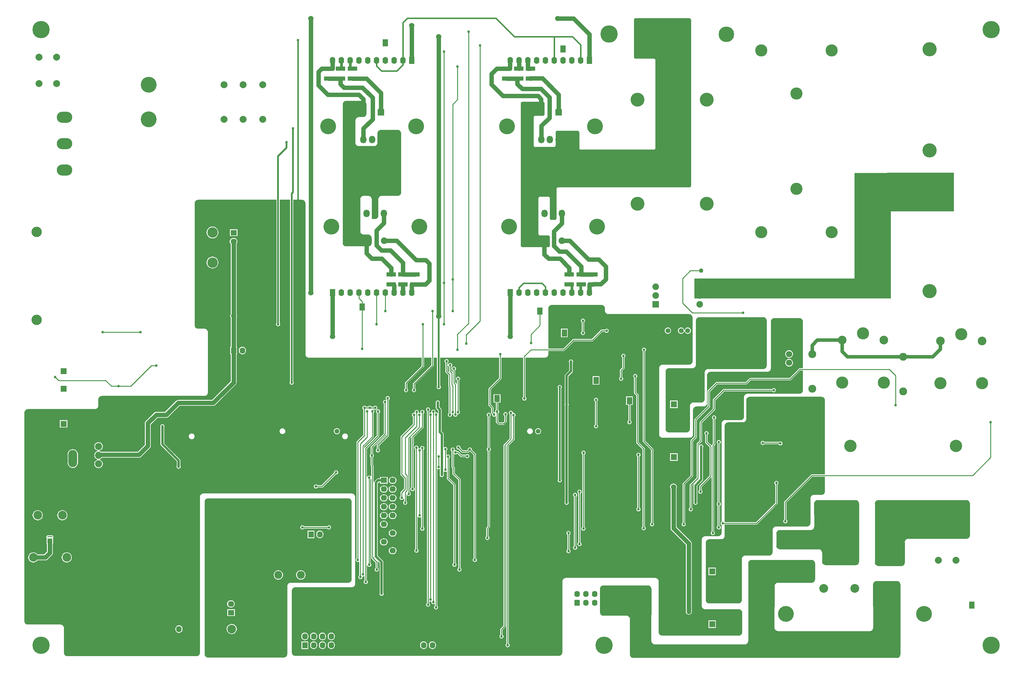
<source format=gbl>
G04 Layer_Physical_Order=2*
G04 Layer_Color=16711680*
%FSLAX25Y25*%
%MOIN*%
G70*
G01*
G75*
%ADD46C,0.01000*%
%ADD47C,0.02000*%
%ADD48C,0.05000*%
%ADD49C,0.01500*%
%ADD50C,0.02500*%
%ADD52C,0.04000*%
%ADD53C,0.03000*%
%ADD65C,0.16142*%
%ADD66C,0.07480*%
%ADD67R,0.07480X0.07480*%
%ADD68C,0.05512*%
%ADD69C,0.15748*%
%ADD70C,0.13780*%
%ADD71C,0.07098*%
%ADD72R,0.07008X0.07008*%
%ADD73C,0.09843*%
%ADD74O,0.06299X0.07087*%
%ADD75R,0.06299X0.07874*%
%ADD76C,0.09000*%
%ADD77C,0.08000*%
%ADD78C,0.06299*%
%ADD79O,0.07087X0.08661*%
%ADD80C,0.11811*%
%ADD81C,0.11811*%
%ADD82R,0.06299X0.07087*%
%ADD83O,0.07087X0.06299*%
%ADD84R,0.07087X0.06299*%
%ADD85C,0.14000*%
%ADD86C,0.17716*%
%ADD87O,0.09843X0.19685*%
%ADD88O,0.19685X0.09843*%
%ADD89C,0.18000*%
%ADD90C,0.10000*%
%ADD91C,0.05307*%
%ADD92C,0.00100*%
%ADD93C,0.07874*%
%ADD94R,0.07480X0.07480*%
%ADD95O,0.17716X0.12598*%
%ADD96O,0.06299X0.07874*%
%ADD97C,0.06000*%
%ADD98C,0.19685*%
%ADD99C,0.03000*%
%ADD100C,0.05000*%
%ADD101R,0.05512X0.05315*%
%ADD102R,0.10630X0.05118*%
%ADD103R,2.23600X0.22800*%
%ADD104R,0.41500X1.29100*%
%ADD105R,0.76200X0.44100*%
G36*
X296979Y506390D02*
X297257Y506361D01*
X297532Y506313D01*
X297803Y506245D01*
X298068Y506159D01*
X298327Y506054D01*
X298578Y505932D01*
X298820Y505792D01*
X299051Y505636D01*
X299271Y505464D01*
X299479Y505277D01*
X299673Y505077D01*
X299852Y504863D01*
X300016Y504637D01*
X300164Y504400D01*
X300295Y504153D01*
X300409Y503898D01*
X300504Y503636D01*
X300581Y503368D01*
X300639Y503095D01*
X300678Y502818D01*
X300698Y502540D01*
X300700Y502400D01*
Y330900D01*
X300710Y330621D01*
X300739Y330343D01*
X300787Y330068D01*
X300855Y329797D01*
X300941Y329532D01*
X301046Y329273D01*
X301168Y329022D01*
X301308Y328780D01*
X301464Y328549D01*
X301636Y328329D01*
X301823Y328121D01*
X302024Y327927D01*
X302237Y327748D01*
X302463Y327584D01*
X302700Y327436D01*
X302946Y327305D01*
X303202Y327191D01*
X303464Y327096D01*
X303732Y327019D01*
X304005Y326961D01*
X304282Y326922D01*
X304560Y326902D01*
X304700Y326900D01*
X432675D01*
Y317549D01*
X414063Y298937D01*
X413775Y298507D01*
X413674Y298000D01*
Y291880D01*
X413342Y291658D01*
X412833Y290897D01*
X412655Y290000D01*
X412833Y289103D01*
X413342Y288342D01*
X414103Y287833D01*
X415000Y287655D01*
X415897Y287833D01*
X416658Y288342D01*
X417167Y289103D01*
X417345Y290000D01*
X417167Y290897D01*
X416658Y291658D01*
X416326Y291880D01*
Y297451D01*
X434937Y316063D01*
X435225Y316493D01*
X435325Y317000D01*
Y326900D01*
X443675D01*
Y318549D01*
X423063Y297937D01*
X422775Y297507D01*
X422675Y297000D01*
Y291880D01*
X422342Y291658D01*
X421833Y290897D01*
X421655Y290000D01*
X421833Y289103D01*
X422342Y288342D01*
X423103Y287833D01*
X424000Y287655D01*
X424897Y287833D01*
X425658Y288342D01*
X426167Y289103D01*
X426345Y290000D01*
X426167Y290897D01*
X425658Y291658D01*
X425325Y291880D01*
Y296451D01*
X445937Y317063D01*
X446225Y317493D01*
X446325Y318000D01*
Y326900D01*
X450165D01*
Y294494D01*
X450033Y294297D01*
X449855Y293400D01*
X450033Y292503D01*
X450542Y291742D01*
X451303Y291233D01*
X452200Y291055D01*
X453097Y291233D01*
X453858Y291742D01*
X454367Y292503D01*
X454545Y293400D01*
X454367Y294297D01*
X453858Y295058D01*
X453835Y295074D01*
Y326900D01*
X520675D01*
Y303749D01*
X509063Y292137D01*
X508775Y291707D01*
X508674Y291200D01*
Y273000D01*
X508775Y272493D01*
X509063Y272063D01*
X511674Y269451D01*
Y264400D01*
X511775Y263893D01*
X512063Y263463D01*
X512933Y262593D01*
X512855Y262200D01*
X513033Y261303D01*
X513542Y260542D01*
X514303Y260033D01*
X515200Y259855D01*
X516097Y260033D01*
X516675Y260419D01*
X517174Y260184D01*
Y254000D01*
X517275Y253493D01*
X517563Y253063D01*
X519563Y251063D01*
X519993Y250775D01*
X520500Y250675D01*
X526000D01*
X526507Y250775D01*
X526937Y251063D01*
X528937Y253063D01*
X529225Y253493D01*
X529325Y254000D01*
Y260820D01*
X529658Y261042D01*
X530167Y261803D01*
X530345Y262700D01*
X530167Y263597D01*
X529658Y264358D01*
X528897Y264867D01*
X528000Y265045D01*
X527103Y264867D01*
X526342Y264358D01*
X525833Y263597D01*
X525655Y262700D01*
X525833Y261803D01*
X526342Y261042D01*
X526675Y260820D01*
Y254549D01*
X525451Y253326D01*
X521049D01*
X519826Y254549D01*
Y263720D01*
X520158Y263942D01*
X520667Y264703D01*
X520845Y265600D01*
X520667Y266497D01*
X520158Y267258D01*
X519826Y267480D01*
Y275763D01*
X522450D01*
Y285237D01*
X514550D01*
Y275763D01*
X517174D01*
Y267480D01*
X516842Y267258D01*
X516333Y266497D01*
X516155Y265600D01*
X516315Y264794D01*
X516284Y264733D01*
X516114Y264536D01*
X515935Y264399D01*
X515200Y264545D01*
X514808Y264467D01*
X514326Y264949D01*
Y270000D01*
X514225Y270507D01*
X513937Y270937D01*
X511326Y273549D01*
Y290651D01*
X522937Y302263D01*
X523225Y302693D01*
X523325Y303200D01*
Y326900D01*
X548174D01*
Y282381D01*
X547842Y282158D01*
X547333Y281397D01*
X547155Y280500D01*
X547333Y279603D01*
X547842Y278842D01*
X548603Y278333D01*
X549500Y278155D01*
X550397Y278333D01*
X551158Y278842D01*
X551667Y279603D01*
X551845Y280500D01*
X551667Y281397D01*
X551158Y282158D01*
X550826Y282381D01*
Y326900D01*
X572700D01*
X572979Y326910D01*
X573257Y326939D01*
X573532Y326987D01*
X573803Y327055D01*
X574068Y327141D01*
X574327Y327246D01*
X574578Y327368D01*
X574820Y327508D01*
X575051Y327664D01*
X575271Y327836D01*
X575479Y328023D01*
X575673Y328223D01*
X575852Y328437D01*
X576016Y328663D01*
X576164Y328900D01*
X576295Y329147D01*
X576409Y329402D01*
X576504Y329664D01*
X576581Y329932D01*
X576639Y330205D01*
X576678Y330482D01*
X576698Y330760D01*
X576700Y330900D01*
Y334675D01*
X594500D01*
X595007Y334775D01*
X595437Y335063D01*
X606049Y345674D01*
X627000D01*
X627507Y345775D01*
X627937Y346063D01*
X638049Y356174D01*
X641119D01*
X641342Y355842D01*
X642103Y355333D01*
X643000Y355155D01*
X643897Y355333D01*
X644658Y355842D01*
X645167Y356603D01*
X645345Y357500D01*
X645167Y358397D01*
X644658Y359158D01*
X643897Y359667D01*
X643000Y359845D01*
X642103Y359667D01*
X641342Y359158D01*
X641119Y358825D01*
X637500D01*
X636993Y358725D01*
X636563Y358437D01*
X626451Y348325D01*
X605500D01*
X604993Y348225D01*
X604563Y347937D01*
X593951Y337326D01*
X576700D01*
Y382900D01*
X576710Y383179D01*
X576739Y383457D01*
X576787Y383732D01*
X576855Y384003D01*
X576941Y384268D01*
X577046Y384527D01*
X577168Y384778D01*
X577308Y385020D01*
X577464Y385251D01*
X577636Y385471D01*
X577823Y385679D01*
X578023Y385873D01*
X578237Y386052D01*
X578463Y386216D01*
X578700Y386364D01*
X578946Y386495D01*
X579202Y386609D01*
X579464Y386704D01*
X579732Y386781D01*
X580005Y386839D01*
X580282Y386878D01*
X580560Y386898D01*
X580700Y386900D01*
X637200D01*
X637479Y386890D01*
X637757Y386861D01*
X638032Y386813D01*
X638303Y386745D01*
X638568Y386659D01*
X638827Y386554D01*
X639078Y386432D01*
X639320Y386292D01*
X639551Y386136D01*
X639771Y385964D01*
X639979Y385777D01*
X640173Y385577D01*
X640352Y385363D01*
X640516Y385137D01*
X640664Y384900D01*
X640795Y384653D01*
X640909Y384398D01*
X641004Y384136D01*
X641081Y383868D01*
X641139Y383595D01*
X641178Y383318D01*
X641198Y383040D01*
X641200Y382900D01*
Y380400D01*
X641210Y380121D01*
X641239Y379843D01*
X641287Y379568D01*
X641355Y379297D01*
X641441Y379032D01*
X641546Y378773D01*
X641668Y378522D01*
X641808Y378280D01*
X641964Y378049D01*
X642136Y377829D01*
X642323Y377621D01*
X642523Y377427D01*
X642737Y377248D01*
X642963Y377084D01*
X643200Y376936D01*
X643446Y376805D01*
X643702Y376691D01*
X643964Y376596D01*
X644232Y376519D01*
X644505Y376461D01*
X644782Y376422D01*
X645060Y376402D01*
X645200Y376400D01*
X736700D01*
X736979Y376390D01*
X737257Y376361D01*
X737532Y376313D01*
X737803Y376245D01*
X738068Y376159D01*
X738327Y376054D01*
X738578Y375932D01*
X738820Y375792D01*
X739051Y375636D01*
X739271Y375464D01*
X739479Y375277D01*
X739673Y375077D01*
X739852Y374863D01*
X740016Y374637D01*
X740164Y374400D01*
X740295Y374153D01*
X740409Y373898D01*
X740504Y373636D01*
X740581Y373368D01*
X740639Y373095D01*
X740678Y372818D01*
X740698Y372540D01*
X740700Y372400D01*
Y322900D01*
X740690Y322621D01*
X740661Y322343D01*
X740613Y322068D01*
X740545Y321797D01*
X740459Y321532D01*
X740354Y321273D01*
X740232Y321022D01*
X740092Y320780D01*
X739936Y320549D01*
X739764Y320329D01*
X739577Y320121D01*
X739376Y319927D01*
X739163Y319748D01*
X738937Y319584D01*
X738700Y319436D01*
X738453Y319305D01*
X738198Y319191D01*
X737936Y319096D01*
X737668Y319019D01*
X737395Y318961D01*
X737118Y318922D01*
X736840Y318902D01*
X736700Y318900D01*
X706700D01*
X706421Y318890D01*
X706143Y318861D01*
X705868Y318813D01*
X705597Y318745D01*
X705332Y318659D01*
X705073Y318554D01*
X704822Y318432D01*
X704580Y318292D01*
X704349Y318136D01*
X704129Y317964D01*
X703921Y317777D01*
X703727Y317577D01*
X703548Y317363D01*
X703384Y317137D01*
X703236Y316900D01*
X703105Y316653D01*
X702991Y316398D01*
X702896Y316136D01*
X702819Y315868D01*
X702761Y315595D01*
X702722Y315318D01*
X702702Y315040D01*
X702700Y314900D01*
Y239900D01*
X702710Y239621D01*
X702739Y239343D01*
X702787Y239068D01*
X702855Y238797D01*
X702941Y238532D01*
X703046Y238273D01*
X703168Y238022D01*
X703308Y237780D01*
X703464Y237549D01*
X703636Y237329D01*
X703823Y237121D01*
X704024Y236927D01*
X704237Y236748D01*
X704463Y236584D01*
X704700Y236436D01*
X704947Y236305D01*
X705202Y236191D01*
X705464Y236096D01*
X705732Y236019D01*
X706005Y235961D01*
X706282Y235922D01*
X706560Y235902D01*
X706700Y235900D01*
X737200D01*
X737479Y235910D01*
X737757Y235939D01*
X738032Y235987D01*
X738303Y236055D01*
X738568Y236141D01*
X738827Y236246D01*
X739078Y236368D01*
X739320Y236508D01*
X739551Y236664D01*
X739771Y236836D01*
X739979Y237023D01*
X740173Y237224D01*
X740352Y237437D01*
X740516Y237663D01*
X740664Y237900D01*
X740795Y238146D01*
X740909Y238402D01*
X741004Y238664D01*
X741081Y238932D01*
X741139Y239205D01*
X741178Y239482D01*
X741198Y239760D01*
X741200Y239900D01*
Y267400D01*
X741210Y267679D01*
X741239Y267957D01*
X741287Y268232D01*
X741355Y268503D01*
X741441Y268768D01*
X741546Y269027D01*
X741668Y269278D01*
X741808Y269520D01*
X741964Y269751D01*
X742136Y269971D01*
X742323Y270179D01*
X742523Y270373D01*
X742737Y270552D01*
X742963Y270716D01*
X743200Y270864D01*
X743446Y270995D01*
X743702Y271109D01*
X743964Y271204D01*
X744232Y271281D01*
X744505Y271339D01*
X744782Y271378D01*
X745060Y271398D01*
X745200Y271400D01*
X753200D01*
X753479Y271410D01*
X753757Y271439D01*
X754032Y271487D01*
X754303Y271555D01*
X754568Y271641D01*
X754827Y271746D01*
X755078Y271868D01*
X755320Y272008D01*
X755551Y272164D01*
X755771Y272336D01*
X755979Y272523D01*
X756173Y272724D01*
X756352Y272937D01*
X756516Y273163D01*
X756664Y273400D01*
X756795Y273646D01*
X756909Y273902D01*
X757004Y274164D01*
X757081Y274432D01*
X757139Y274705D01*
X757178Y274982D01*
X757198Y275260D01*
X757200Y275400D01*
Y306900D01*
X757210Y307179D01*
X757239Y307457D01*
X757287Y307732D01*
X757355Y308003D01*
X757441Y308268D01*
X757546Y308527D01*
X757668Y308778D01*
X757808Y309020D01*
X757964Y309251D01*
X758136Y309471D01*
X758323Y309679D01*
X758524Y309873D01*
X758737Y310052D01*
X758963Y310216D01*
X759200Y310364D01*
X759446Y310495D01*
X759702Y310609D01*
X759964Y310704D01*
X760232Y310781D01*
X760505Y310839D01*
X760782Y310878D01*
X761060Y310898D01*
X761200Y310900D01*
X825700D01*
X825979Y310910D01*
X826257Y310939D01*
X826532Y310987D01*
X826803Y311055D01*
X827068Y311141D01*
X827327Y311246D01*
X827578Y311368D01*
X827820Y311508D01*
X828051Y311664D01*
X828271Y311836D01*
X828479Y312023D01*
X828673Y312224D01*
X828852Y312437D01*
X829016Y312663D01*
X829164Y312900D01*
X829295Y313146D01*
X829409Y313402D01*
X829504Y313664D01*
X829581Y313932D01*
X829639Y314205D01*
X829678Y314482D01*
X829698Y314760D01*
X829700Y314900D01*
Y367900D01*
X829710Y368179D01*
X829739Y368457D01*
X829787Y368732D01*
X829855Y369003D01*
X829941Y369268D01*
X830046Y369527D01*
X830168Y369778D01*
X830308Y370020D01*
X830464Y370251D01*
X830636Y370471D01*
X830823Y370679D01*
X831024Y370873D01*
X831237Y371052D01*
X831463Y371216D01*
X831700Y371364D01*
X831946Y371495D01*
X832202Y371609D01*
X832464Y371704D01*
X832732Y371781D01*
X833005Y371839D01*
X833282Y371878D01*
X833560Y371898D01*
X833700Y371900D01*
X862200D01*
X862479Y371890D01*
X862757Y371861D01*
X863032Y371813D01*
X863303Y371745D01*
X863568Y371659D01*
X863827Y371554D01*
X864078Y371432D01*
X864320Y371292D01*
X864551Y371136D01*
X864771Y370964D01*
X864979Y370777D01*
X865173Y370577D01*
X865352Y370363D01*
X865516Y370137D01*
X865664Y369900D01*
X865795Y369654D01*
X865909Y369398D01*
X866004Y369136D01*
X866081Y368868D01*
X866139Y368595D01*
X866178Y368318D01*
X866198Y368040D01*
X866200Y367900D01*
Y314826D01*
X862800D01*
X862293Y314725D01*
X861863Y314437D01*
X851151Y303726D01*
X806200D01*
X805693Y303625D01*
X805263Y303337D01*
X801151Y299225D01*
X768200D01*
X767693Y299125D01*
X767263Y298837D01*
X758263Y289837D01*
X757975Y289407D01*
X757874Y288900D01*
Y271949D01*
X743263Y257337D01*
X742975Y256907D01*
X742874Y256400D01*
Y237449D01*
X738763Y233337D01*
X738475Y232907D01*
X738375Y232400D01*
Y192949D01*
X729763Y184337D01*
X729475Y183907D01*
X729375Y183400D01*
Y139280D01*
X729042Y139058D01*
X728533Y138297D01*
X728355Y137400D01*
X728533Y136503D01*
X729042Y135742D01*
X729803Y135233D01*
X730700Y135055D01*
X731597Y135233D01*
X732358Y135742D01*
X732867Y136503D01*
X733045Y137400D01*
X732867Y138297D01*
X732358Y139058D01*
X732025Y139280D01*
Y182851D01*
X740637Y191463D01*
X740925Y191893D01*
X741025Y192400D01*
Y231851D01*
X745137Y235963D01*
X745425Y236393D01*
X745526Y236900D01*
Y255851D01*
X760137Y270463D01*
X760425Y270893D01*
X760526Y271400D01*
Y288351D01*
X768749Y296574D01*
X801700D01*
X802207Y296675D01*
X802637Y296963D01*
X806749Y301075D01*
X851700D01*
X852207Y301175D01*
X852637Y301463D01*
X863349Y312175D01*
X866200D01*
Y289900D01*
X866190Y289621D01*
X866161Y289343D01*
X866113Y289068D01*
X866045Y288797D01*
X865959Y288532D01*
X865854Y288273D01*
X865732Y288022D01*
X865592Y287780D01*
X865436Y287549D01*
X865264Y287329D01*
X865077Y287121D01*
X864876Y286927D01*
X864663Y286748D01*
X864437Y286584D01*
X864200Y286436D01*
X863953Y286305D01*
X863698Y286191D01*
X863436Y286096D01*
X863168Y286019D01*
X862895Y285961D01*
X862618Y285922D01*
X862340Y285902D01*
X862200Y285900D01*
X803200D01*
X802921Y285890D01*
X802643Y285861D01*
X802368Y285813D01*
X802098Y285745D01*
X801832Y285659D01*
X801573Y285554D01*
X801322Y285432D01*
X801080Y285292D01*
X800849Y285136D01*
X800629Y284964D01*
X800421Y284777D01*
X800227Y284577D01*
X800048Y284363D01*
X799884Y284137D01*
X799736Y283900D01*
X799605Y283653D01*
X799491Y283398D01*
X799396Y283136D01*
X799319Y282868D01*
X799261Y282595D01*
X799222Y282318D01*
X799202Y282040D01*
X799200Y281900D01*
Y259900D01*
X799190Y259621D01*
X799161Y259343D01*
X799113Y259068D01*
X799045Y258797D01*
X798959Y258532D01*
X798854Y258273D01*
X798732Y258022D01*
X798592Y257780D01*
X798436Y257549D01*
X798264Y257329D01*
X798077Y257121D01*
X797877Y256927D01*
X797663Y256748D01*
X797437Y256584D01*
X797200Y256436D01*
X796953Y256305D01*
X796698Y256191D01*
X796436Y256096D01*
X796168Y256019D01*
X795895Y255961D01*
X795618Y255922D01*
X795340Y255902D01*
X795200Y255900D01*
X777700D01*
X777421Y255890D01*
X777143Y255861D01*
X776868Y255813D01*
X776597Y255745D01*
X776332Y255659D01*
X776073Y255554D01*
X775822Y255432D01*
X775580Y255292D01*
X775349Y255136D01*
X775129Y254964D01*
X774921Y254777D01*
X774727Y254576D01*
X774548Y254363D01*
X774384Y254137D01*
X774236Y253900D01*
X774105Y253654D01*
X773991Y253398D01*
X773896Y253136D01*
X773819Y252868D01*
X773761Y252595D01*
X773722Y252318D01*
X773702Y252040D01*
X773700Y251900D01*
Y140398D01*
X773342Y140158D01*
X772833Y139397D01*
X772655Y138500D01*
X772833Y137603D01*
X773342Y136842D01*
X773700Y136602D01*
Y127900D01*
X773690Y127621D01*
X773661Y127343D01*
X773613Y127068D01*
X773545Y126797D01*
X773459Y126532D01*
X773354Y126273D01*
X773232Y126022D01*
X773092Y125780D01*
X772936Y125549D01*
X772764Y125329D01*
X772577Y125121D01*
X772376Y124927D01*
X772163Y124748D01*
X771937Y124584D01*
X771700Y124436D01*
X771454Y124305D01*
X771198Y124191D01*
X770936Y124096D01*
X770668Y124019D01*
X770395Y123961D01*
X770118Y123922D01*
X769840Y123902D01*
X769700Y123900D01*
X755200D01*
X754921Y123890D01*
X754643Y123861D01*
X754368Y123813D01*
X754098Y123745D01*
X753832Y123659D01*
X753573Y123554D01*
X753322Y123432D01*
X753080Y123292D01*
X752849Y123136D01*
X752629Y122964D01*
X752421Y122777D01*
X752227Y122576D01*
X752048Y122363D01*
X751884Y122137D01*
X751736Y121900D01*
X751605Y121653D01*
X751491Y121398D01*
X751396Y121136D01*
X751319Y120868D01*
X751261Y120595D01*
X751222Y120318D01*
X751202Y120040D01*
X751200Y119900D01*
Y44900D01*
X751210Y44621D01*
X751239Y44343D01*
X751287Y44068D01*
X751355Y43797D01*
X751441Y43532D01*
X751546Y43273D01*
X751668Y43022D01*
X751808Y42780D01*
X751964Y42549D01*
X752136Y42329D01*
X752323Y42121D01*
X752524Y41927D01*
X752737Y41748D01*
X752963Y41584D01*
X753200Y41436D01*
X753446Y41305D01*
X753702Y41191D01*
X753964Y41096D01*
X754232Y41019D01*
X754505Y40961D01*
X754782Y40922D01*
X755060Y40902D01*
X755200Y40900D01*
X793200D01*
X793479Y40890D01*
X793757Y40861D01*
X794032Y40813D01*
X794303Y40745D01*
X794568Y40659D01*
X794827Y40554D01*
X795078Y40432D01*
X795320Y40292D01*
X795551Y40136D01*
X795771Y39964D01*
X795979Y39777D01*
X796173Y39577D01*
X796352Y39363D01*
X796516Y39137D01*
X796664Y38900D01*
X796795Y38653D01*
X796909Y38398D01*
X797004Y38136D01*
X797081Y37868D01*
X797139Y37595D01*
X797178Y37318D01*
X797198Y37040D01*
X797200Y36900D01*
Y14900D01*
X797190Y14621D01*
X797161Y14343D01*
X797113Y14068D01*
X797045Y13798D01*
X796959Y13532D01*
X796854Y13273D01*
X796732Y13022D01*
X796592Y12780D01*
X796436Y12549D01*
X796264Y12329D01*
X796077Y12121D01*
X795877Y11927D01*
X795663Y11748D01*
X795437Y11584D01*
X795200Y11436D01*
X794953Y11305D01*
X794698Y11191D01*
X794436Y11096D01*
X794168Y11019D01*
X793895Y10961D01*
X793618Y10922D01*
X793340Y10902D01*
X793200Y10900D01*
X706200D01*
X705921Y10910D01*
X705643Y10939D01*
X705368Y10987D01*
X705097Y11055D01*
X704832Y11141D01*
X704573Y11246D01*
X704322Y11368D01*
X704080Y11508D01*
X703849Y11664D01*
X703629Y11836D01*
X703421Y12023D01*
X703227Y12224D01*
X703048Y12437D01*
X702884Y12663D01*
X702736Y12900D01*
X702605Y13147D01*
X702491Y13402D01*
X702396Y13664D01*
X702319Y13932D01*
X702261Y14205D01*
X702222Y14482D01*
X702202Y14760D01*
X702200Y14900D01*
Y72400D01*
X702190Y72679D01*
X702161Y72957D01*
X702113Y73232D01*
X702045Y73502D01*
X701959Y73768D01*
X701854Y74027D01*
X701732Y74278D01*
X701592Y74520D01*
X701436Y74751D01*
X701264Y74971D01*
X701077Y75179D01*
X700877Y75373D01*
X700663Y75552D01*
X700437Y75716D01*
X700200Y75864D01*
X699954Y75995D01*
X699698Y76109D01*
X699436Y76204D01*
X699168Y76281D01*
X698895Y76339D01*
X698618Y76378D01*
X698340Y76398D01*
X698200Y76400D01*
X596700D01*
X596421Y76390D01*
X596143Y76361D01*
X595868Y76313D01*
X595598Y76245D01*
X595332Y76159D01*
X595073Y76054D01*
X594822Y75932D01*
X594580Y75792D01*
X594349Y75636D01*
X594129Y75464D01*
X593921Y75277D01*
X593727Y75077D01*
X593548Y74863D01*
X593384Y74637D01*
X593236Y74400D01*
X593105Y74154D01*
X592991Y73898D01*
X592896Y73636D01*
X592819Y73368D01*
X592761Y73095D01*
X592722Y72818D01*
X592702Y72540D01*
X592700Y72400D01*
Y-8100D01*
X592690Y-8379D01*
X592661Y-8657D01*
X592613Y-8932D01*
X592545Y-9202D01*
X592459Y-9468D01*
X592354Y-9727D01*
X592232Y-9978D01*
X592092Y-10220D01*
X591936Y-10451D01*
X591764Y-10671D01*
X591577Y-10879D01*
X591376Y-11073D01*
X591163Y-11252D01*
X590937Y-11416D01*
X590700Y-11564D01*
X590453Y-11695D01*
X590198Y-11809D01*
X589936Y-11904D01*
X589668Y-11981D01*
X589395Y-12039D01*
X589118Y-12078D01*
X588840Y-12098D01*
X588700Y-12100D01*
X289200D01*
X288921Y-12090D01*
X288643Y-12061D01*
X288368Y-12013D01*
X288097Y-11945D01*
X287832Y-11859D01*
X287573Y-11754D01*
X287322Y-11632D01*
X287080Y-11492D01*
X286849Y-11336D01*
X286629Y-11164D01*
X286421Y-10977D01*
X286227Y-10776D01*
X286048Y-10563D01*
X285884Y-10337D01*
X285736Y-10100D01*
X285605Y-9854D01*
X285491Y-9598D01*
X285396Y-9336D01*
X285319Y-9068D01*
X285261Y-8795D01*
X285222Y-8518D01*
X285202Y-8240D01*
X285200Y-8100D01*
Y61900D01*
X285210Y62179D01*
X285239Y62457D01*
X285287Y62732D01*
X285355Y63003D01*
X285441Y63268D01*
X285546Y63527D01*
X285668Y63778D01*
X285808Y64020D01*
X285964Y64251D01*
X286136Y64471D01*
X286323Y64679D01*
X286524Y64873D01*
X286737Y65052D01*
X286963Y65216D01*
X287200Y65364D01*
X287446Y65495D01*
X287702Y65609D01*
X287964Y65704D01*
X288232Y65781D01*
X288505Y65839D01*
X288782Y65878D01*
X289060Y65898D01*
X289200Y65900D01*
X353200D01*
X353479Y65910D01*
X353757Y65939D01*
X354032Y65987D01*
X354303Y66055D01*
X354568Y66141D01*
X354827Y66246D01*
X355078Y66368D01*
X355320Y66508D01*
X355551Y66664D01*
X355771Y66836D01*
X355979Y67023D01*
X356173Y67224D01*
X356352Y67437D01*
X356516Y67663D01*
X356664Y67900D01*
X356795Y68147D01*
X356909Y68402D01*
X357004Y68664D01*
X357081Y68932D01*
X357139Y69205D01*
X357178Y69482D01*
X357198Y69760D01*
X357200Y69900D01*
Y168400D01*
X357190Y168679D01*
X357161Y168957D01*
X357113Y169232D01*
X357045Y169502D01*
X356959Y169768D01*
X356854Y170027D01*
X356732Y170278D01*
X356592Y170520D01*
X356436Y170751D01*
X356264Y170971D01*
X356077Y171179D01*
X355876Y171373D01*
X355663Y171552D01*
X355437Y171716D01*
X355200Y171864D01*
X354954Y171995D01*
X354698Y172109D01*
X354436Y172204D01*
X354168Y172281D01*
X353895Y172339D01*
X353618Y172378D01*
X353340Y172398D01*
X353200Y172400D01*
X184700D01*
X184421Y172390D01*
X184143Y172361D01*
X183868Y172313D01*
X183598Y172245D01*
X183332Y172159D01*
X183073Y172054D01*
X182822Y171932D01*
X182580Y171792D01*
X182349Y171636D01*
X182129Y171464D01*
X181921Y171277D01*
X181727Y171077D01*
X181548Y170863D01*
X181384Y170637D01*
X181236Y170400D01*
X181105Y170153D01*
X180991Y169898D01*
X180896Y169636D01*
X180819Y169368D01*
X180761Y169095D01*
X180722Y168818D01*
X180702Y168540D01*
X180700Y168400D01*
Y-8600D01*
X180690Y-8879D01*
X180661Y-9157D01*
X180613Y-9432D01*
X180545Y-9702D01*
X180459Y-9968D01*
X180354Y-10227D01*
X180232Y-10478D01*
X180092Y-10720D01*
X179936Y-10951D01*
X179764Y-11171D01*
X179577Y-11379D01*
X179376Y-11573D01*
X179163Y-11752D01*
X178937Y-11916D01*
X178700Y-12064D01*
X178454Y-12195D01*
X178198Y-12309D01*
X177936Y-12404D01*
X177668Y-12481D01*
X177395Y-12539D01*
X177118Y-12578D01*
X176840Y-12598D01*
X176700Y-12600D01*
X30200D01*
X29921Y-12590D01*
X29643Y-12561D01*
X29368Y-12513D01*
X29097Y-12445D01*
X28832Y-12359D01*
X28573Y-12254D01*
X28322Y-12132D01*
X28080Y-11992D01*
X27849Y-11836D01*
X27629Y-11664D01*
X27421Y-11477D01*
X27227Y-11276D01*
X27048Y-11063D01*
X26884Y-10837D01*
X26736Y-10600D01*
X26605Y-10353D01*
X26491Y-10098D01*
X26396Y-9836D01*
X26319Y-9568D01*
X26261Y-9295D01*
X26222Y-9018D01*
X26202Y-8740D01*
X26200Y-8600D01*
Y19400D01*
X26190Y19679D01*
X26161Y19957D01*
X26113Y20232D01*
X26045Y20503D01*
X25959Y20768D01*
X25854Y21027D01*
X25732Y21278D01*
X25592Y21520D01*
X25436Y21751D01*
X25264Y21971D01*
X25077Y22179D01*
X24877Y22373D01*
X24663Y22552D01*
X24437Y22716D01*
X24200Y22864D01*
X23954Y22995D01*
X23698Y23109D01*
X23436Y23204D01*
X23168Y23281D01*
X22895Y23339D01*
X22618Y23378D01*
X22340Y23398D01*
X22200Y23400D01*
X-14800D01*
X-15079Y23410D01*
X-15357Y23439D01*
X-15632Y23487D01*
X-15902Y23555D01*
X-16168Y23641D01*
X-16427Y23746D01*
X-16678Y23868D01*
X-16920Y24008D01*
X-17151Y24164D01*
X-17371Y24336D01*
X-17579Y24523D01*
X-17773Y24724D01*
X-17952Y24937D01*
X-18116Y25163D01*
X-18264Y25400D01*
X-18395Y25646D01*
X-18509Y25902D01*
X-18604Y26164D01*
X-18681Y26432D01*
X-18739Y26705D01*
X-18778Y26982D01*
X-18798Y27260D01*
X-18800Y27400D01*
Y264400D01*
X-18790Y264679D01*
X-18761Y264957D01*
X-18713Y265232D01*
X-18645Y265503D01*
X-18559Y265768D01*
X-18454Y266027D01*
X-18332Y266278D01*
X-18192Y266520D01*
X-18036Y266751D01*
X-17864Y266971D01*
X-17677Y267179D01*
X-17477Y267373D01*
X-17263Y267552D01*
X-17037Y267716D01*
X-16800Y267864D01*
X-16554Y267995D01*
X-16298Y268109D01*
X-16036Y268204D01*
X-15768Y268281D01*
X-15495Y268339D01*
X-15218Y268378D01*
X-14940Y268398D01*
X-14800Y268400D01*
X61200D01*
X61479Y268410D01*
X61757Y268439D01*
X62032Y268487D01*
X62303Y268555D01*
X62568Y268641D01*
X62827Y268746D01*
X63078Y268868D01*
X63320Y269008D01*
X63551Y269164D01*
X63771Y269336D01*
X63979Y269523D01*
X64173Y269724D01*
X64352Y269937D01*
X64516Y270163D01*
X64664Y270400D01*
X64795Y270647D01*
X64909Y270902D01*
X65004Y271164D01*
X65081Y271432D01*
X65139Y271705D01*
X65178Y271982D01*
X65198Y272260D01*
X65200Y272400D01*
Y279400D01*
X65210Y279679D01*
X65239Y279957D01*
X65287Y280232D01*
X65355Y280503D01*
X65441Y280768D01*
X65546Y281027D01*
X65668Y281278D01*
X65808Y281520D01*
X65964Y281751D01*
X66136Y281971D01*
X66323Y282179D01*
X66523Y282373D01*
X66737Y282552D01*
X66963Y282716D01*
X67200Y282864D01*
X67447Y282995D01*
X67702Y283109D01*
X67964Y283204D01*
X68232Y283281D01*
X68505Y283339D01*
X68782Y283378D01*
X69060Y283398D01*
X69200Y283400D01*
X185700D01*
X185979Y283410D01*
X186257Y283439D01*
X186532Y283487D01*
X186802Y283555D01*
X187068Y283641D01*
X187327Y283746D01*
X187578Y283868D01*
X187820Y284008D01*
X188051Y284164D01*
X188271Y284336D01*
X188479Y284523D01*
X188673Y284723D01*
X188852Y284937D01*
X189016Y285163D01*
X189164Y285400D01*
X189295Y285647D01*
X189409Y285902D01*
X189504Y286164D01*
X189581Y286432D01*
X189639Y286705D01*
X189678Y286982D01*
X189698Y287260D01*
X189700Y287400D01*
Y355900D01*
X189690Y356179D01*
X189661Y356457D01*
X189613Y356732D01*
X189545Y357003D01*
X189459Y357268D01*
X189354Y357527D01*
X189232Y357778D01*
X189092Y358020D01*
X188936Y358251D01*
X188764Y358471D01*
X188577Y358679D01*
X188376Y358873D01*
X188163Y359052D01*
X187937Y359216D01*
X187700Y359364D01*
X187453Y359495D01*
X187198Y359609D01*
X186936Y359704D01*
X186668Y359781D01*
X186395Y359839D01*
X186118Y359878D01*
X185840Y359898D01*
X185700Y359900D01*
X178700D01*
X178421Y359910D01*
X178143Y359939D01*
X177868Y359987D01*
X177597Y360055D01*
X177332Y360141D01*
X177073Y360246D01*
X176822Y360368D01*
X176580Y360508D01*
X176349Y360664D01*
X176129Y360836D01*
X175921Y361023D01*
X175727Y361224D01*
X175548Y361437D01*
X175384Y361663D01*
X175236Y361900D01*
X175105Y362146D01*
X174991Y362402D01*
X174896Y362664D01*
X174819Y362932D01*
X174761Y363205D01*
X174722Y363482D01*
X174702Y363760D01*
X174700Y363900D01*
Y502400D01*
X174710Y502679D01*
X174739Y502957D01*
X174787Y503232D01*
X174855Y503503D01*
X174941Y503768D01*
X175046Y504027D01*
X175168Y504278D01*
X175308Y504520D01*
X175464Y504751D01*
X175636Y504971D01*
X175823Y505179D01*
X176023Y505373D01*
X176237Y505552D01*
X176463Y505716D01*
X176700Y505864D01*
X176946Y505995D01*
X177202Y506109D01*
X177464Y506204D01*
X177732Y506281D01*
X178005Y506339D01*
X178282Y506378D01*
X178560Y506398D01*
X178700Y506400D01*
X267665D01*
Y366293D01*
X267333Y365797D01*
X267155Y364900D01*
X267333Y364003D01*
X267842Y363242D01*
X268603Y362733D01*
X269500Y362555D01*
X270397Y362733D01*
X271158Y363242D01*
X271667Y364003D01*
X271845Y364900D01*
X271667Y365797D01*
X271335Y366293D01*
Y506400D01*
X283165D01*
Y299793D01*
X282833Y299297D01*
X282655Y298400D01*
X282833Y297503D01*
X283342Y296742D01*
X284103Y296233D01*
X285000Y296055D01*
X285897Y296233D01*
X286658Y296742D01*
X287167Y297503D01*
X287345Y298400D01*
X287167Y299297D01*
X286835Y299793D01*
Y506400D01*
X296700D01*
X296979Y506390D01*
D02*
G37*
G36*
X1053044Y164897D02*
X1054017Y164494D01*
X1054853Y163853D01*
X1055494Y163017D01*
X1055897Y162044D01*
X1056034Y161000D01*
X1056000D01*
X1056034Y125000D01*
X1055897Y123956D01*
X1055494Y122983D01*
X1054853Y122147D01*
X1054017Y121506D01*
X1053044Y121103D01*
X1052000Y120966D01*
Y121000D01*
X986000Y121035D01*
X984956Y120897D01*
X983983Y120494D01*
X983147Y119853D01*
X982506Y119017D01*
X982103Y118044D01*
X981966Y117000D01*
X982000D01*
X982034Y94000D01*
X981897Y92956D01*
X981494Y91983D01*
X980853Y91147D01*
X980017Y90506D01*
X979044Y90103D01*
X978000Y89965D01*
Y90000D01*
X952000Y89965D01*
X950956Y90103D01*
X949983Y90506D01*
X949147Y91147D01*
X948506Y91983D01*
X948103Y92956D01*
X947966Y94000D01*
X948000D01*
Y161000D01*
X947966D01*
X948103Y162044D01*
X948506Y163017D01*
X949147Y163853D01*
X949983Y164494D01*
X950956Y164897D01*
X952000Y165034D01*
Y165000D01*
X1052000Y165034D01*
X1053044Y164897D01*
D02*
G37*
G36*
X927044D02*
X928017Y164494D01*
X928853Y163853D01*
X929494Y163017D01*
X929897Y162044D01*
X930035Y161000D01*
X930000D01*
X930035Y95000D01*
X929897Y93956D01*
X929494Y92983D01*
X928853Y92147D01*
X928017Y91506D01*
X927044Y91103D01*
X926000Y90965D01*
Y91000D01*
X892000Y90965D01*
X890956Y91103D01*
X889983Y91506D01*
X889147Y92147D01*
X888506Y92983D01*
X888103Y93956D01*
X887965Y95000D01*
X888000D01*
X888035Y105000D01*
X887897Y106044D01*
X887494Y107017D01*
X886853Y107853D01*
X886017Y108494D01*
X885044Y108897D01*
X884000Y109035D01*
Y109000D01*
X840000Y108966D01*
X838956Y109103D01*
X837983Y109506D01*
X837147Y110147D01*
X836506Y110983D01*
X836103Y111956D01*
X835966Y113000D01*
X836000D01*
Y127000D01*
X835966D01*
X836103Y128044D01*
X836506Y129017D01*
X837147Y129853D01*
X837983Y130494D01*
X838956Y130897D01*
X840000Y131035D01*
Y131000D01*
X875000Y130965D01*
X876044Y131103D01*
X877017Y131506D01*
X877853Y132147D01*
X878494Y132983D01*
X878897Y133956D01*
X879035Y135000D01*
X879000D01*
X878965Y161000D01*
X879103Y162044D01*
X879506Y163017D01*
X880147Y163853D01*
X880983Y164494D01*
X881956Y164897D01*
X883000Y165034D01*
Y165000D01*
X926000Y165034D01*
X927044Y164897D01*
D02*
G37*
G36*
X877044Y96897D02*
X878017Y96494D01*
X878853Y95853D01*
X879494Y95017D01*
X879897Y94044D01*
X880035Y93000D01*
X880000D01*
X880035Y75000D01*
X879897Y73956D01*
X879494Y72983D01*
X878853Y72147D01*
X878017Y71506D01*
X877044Y71103D01*
X876000Y70965D01*
Y71000D01*
X838000Y71034D01*
X836956Y70897D01*
X835983Y70494D01*
X835147Y69853D01*
X834506Y69017D01*
X834103Y68044D01*
X833965Y67000D01*
X834000D01*
X833965Y20000D01*
X834103Y18956D01*
X834506Y17983D01*
X835147Y17147D01*
X835983Y16506D01*
X836956Y16103D01*
X838000Y15966D01*
Y16000D01*
X942000Y15966D01*
X943044Y16103D01*
X944017Y16506D01*
X944853Y17147D01*
X945494Y17983D01*
X945897Y18956D01*
X946035Y20000D01*
X946000D01*
X945965Y69000D01*
X946103Y70044D01*
X946506Y71017D01*
X947147Y71853D01*
X947983Y72494D01*
X948956Y72897D01*
X950000Y73035D01*
Y73000D01*
X973000Y73035D01*
X974044Y72897D01*
X975017Y72494D01*
X975853Y71853D01*
X976494Y71017D01*
X976897Y70044D01*
X977034Y69000D01*
X977000D01*
X977034Y-10500D01*
X976897Y-11544D01*
X976494Y-12517D01*
X975853Y-13353D01*
X975017Y-13994D01*
X974044Y-14397D01*
X973000Y-14535D01*
Y-14500D01*
X673500Y-14535D01*
X672456Y-14397D01*
X671483Y-13994D01*
X670647Y-13353D01*
X670006Y-12517D01*
X669603Y-11544D01*
X669465Y-10500D01*
X669500D01*
X669534Y29500D01*
X669397Y30544D01*
X668994Y31517D01*
X668353Y32353D01*
X667517Y32994D01*
X666544Y33397D01*
X665500Y33535D01*
Y33500D01*
X639500Y33465D01*
X638456Y33603D01*
X637483Y34006D01*
X636647Y34647D01*
X636006Y35483D01*
X635603Y36456D01*
X635465Y37500D01*
X635500D01*
X635465Y64000D01*
X635603Y65044D01*
X636006Y66017D01*
X636647Y66853D01*
X637483Y67494D01*
X638456Y67897D01*
X639500Y68034D01*
Y68000D01*
X690000Y68034D01*
X691044Y67897D01*
X692017Y67494D01*
X692853Y66853D01*
X693494Y66017D01*
X693897Y65044D01*
X694034Y64000D01*
X694000D01*
X693965Y4900D01*
X694103Y3856D01*
X694506Y2883D01*
X695147Y2047D01*
X695983Y1406D01*
X696956Y1003D01*
X698000Y865D01*
Y900D01*
X800000Y865D01*
X801044Y1003D01*
X802017Y1406D01*
X802853Y2047D01*
X803494Y2883D01*
X803897Y3856D01*
X804035Y4900D01*
X804000D01*
Y93000D01*
X803965D01*
X804103Y94044D01*
X804506Y95017D01*
X805147Y95853D01*
X805983Y96494D01*
X806956Y96897D01*
X808000Y97035D01*
Y97000D01*
X876000Y97035D01*
X877044Y96897D01*
D02*
G37*
G36*
X821279Y372990D02*
X821557Y372961D01*
X821832Y372913D01*
X822103Y372845D01*
X822368Y372759D01*
X822627Y372654D01*
X822878Y372532D01*
X823120Y372392D01*
X823351Y372236D01*
X823571Y372064D01*
X823779Y371877D01*
X823973Y371676D01*
X824152Y371463D01*
X824316Y371237D01*
X824464Y371000D01*
X824595Y370754D01*
X824709Y370498D01*
X824804Y370236D01*
X824881Y369968D01*
X824939Y369695D01*
X824978Y369418D01*
X824998Y369140D01*
X825000Y369000D01*
Y318000D01*
X824990Y317721D01*
X824961Y317443D01*
X824913Y317168D01*
X824845Y316897D01*
X824759Y316632D01*
X824654Y316373D01*
X824532Y316122D01*
X824392Y315880D01*
X824236Y315649D01*
X824064Y315429D01*
X823877Y315221D01*
X823676Y315027D01*
X823463Y314848D01*
X823237Y314684D01*
X823000Y314536D01*
X822754Y314405D01*
X822498Y314291D01*
X822236Y314196D01*
X821968Y314119D01*
X821695Y314061D01*
X821418Y314022D01*
X821140Y314002D01*
X821000Y314000D01*
X758500D01*
X758221Y313990D01*
X757943Y313961D01*
X757668Y313913D01*
X757398Y313845D01*
X757132Y313759D01*
X756873Y313654D01*
X756622Y313532D01*
X756380Y313392D01*
X756149Y313236D01*
X755929Y313064D01*
X755721Y312877D01*
X755527Y312677D01*
X755348Y312463D01*
X755184Y312237D01*
X755036Y312000D01*
X754905Y311754D01*
X754791Y311498D01*
X754696Y311236D01*
X754619Y310968D01*
X754561Y310695D01*
X754522Y310418D01*
X754502Y310140D01*
X754500Y310000D01*
Y279900D01*
X754490Y279621D01*
X754461Y279343D01*
X754413Y279068D01*
X754345Y278797D01*
X754259Y278532D01*
X754154Y278273D01*
X754032Y278022D01*
X753892Y277780D01*
X753736Y277549D01*
X753564Y277329D01*
X753377Y277121D01*
X753176Y276927D01*
X752963Y276748D01*
X752737Y276584D01*
X752500Y276436D01*
X752253Y276305D01*
X751998Y276191D01*
X751736Y276096D01*
X751468Y276019D01*
X751195Y275961D01*
X750918Y275922D01*
X750640Y275902D01*
X750500Y275900D01*
X741700D01*
X741421Y275890D01*
X741143Y275861D01*
X740868Y275813D01*
X740597Y275745D01*
X740332Y275659D01*
X740073Y275554D01*
X739822Y275432D01*
X739580Y275292D01*
X739349Y275136D01*
X739129Y274964D01*
X738921Y274777D01*
X738727Y274576D01*
X738548Y274363D01*
X738384Y274137D01*
X738236Y273900D01*
X738105Y273654D01*
X737991Y273398D01*
X737896Y273136D01*
X737819Y272868D01*
X737761Y272595D01*
X737722Y272318D01*
X737702Y272040D01*
X737700Y271900D01*
Y245900D01*
X737690Y245621D01*
X737661Y245343D01*
X737613Y245068D01*
X737545Y244797D01*
X737459Y244532D01*
X737354Y244273D01*
X737232Y244022D01*
X737092Y243780D01*
X736936Y243549D01*
X736764Y243329D01*
X736577Y243121D01*
X736376Y242927D01*
X736163Y242748D01*
X735937Y242584D01*
X735700Y242436D01*
X735454Y242305D01*
X735198Y242191D01*
X734936Y242096D01*
X734668Y242019D01*
X734395Y241961D01*
X734118Y241922D01*
X733840Y241902D01*
X733700Y241900D01*
X714000D01*
X713721Y241910D01*
X713443Y241939D01*
X713168Y241987D01*
X712897Y242055D01*
X712632Y242141D01*
X712373Y242246D01*
X712122Y242368D01*
X711880Y242508D01*
X711649Y242664D01*
X711429Y242836D01*
X711221Y243023D01*
X711027Y243224D01*
X710848Y243437D01*
X710684Y243663D01*
X710536Y243900D01*
X710405Y244146D01*
X710291Y244402D01*
X710196Y244664D01*
X710119Y244932D01*
X710061Y245205D01*
X710022Y245482D01*
X710002Y245760D01*
X710000Y245900D01*
Y311000D01*
X710010Y311279D01*
X710039Y311557D01*
X710087Y311832D01*
X710155Y312103D01*
X710241Y312368D01*
X710346Y312627D01*
X710468Y312878D01*
X710608Y313120D01*
X710764Y313351D01*
X710936Y313571D01*
X711123Y313779D01*
X711323Y313973D01*
X711537Y314152D01*
X711763Y314316D01*
X712000Y314464D01*
X712247Y314595D01*
X712502Y314709D01*
X712764Y314804D01*
X713032Y314881D01*
X713305Y314939D01*
X713582Y314978D01*
X713860Y314998D01*
X714000Y315000D01*
X740500D01*
X740779Y315010D01*
X741057Y315039D01*
X741332Y315087D01*
X741603Y315155D01*
X741868Y315241D01*
X742127Y315346D01*
X742378Y315468D01*
X742620Y315608D01*
X742851Y315764D01*
X743071Y315936D01*
X743279Y316123D01*
X743473Y316323D01*
X743652Y316537D01*
X743816Y316763D01*
X743964Y317000D01*
X744095Y317247D01*
X744209Y317502D01*
X744304Y317764D01*
X744381Y318032D01*
X744439Y318305D01*
X744478Y318582D01*
X744498Y318860D01*
X744500Y319000D01*
Y369000D01*
X744510Y369279D01*
X744539Y369557D01*
X744587Y369832D01*
X744655Y370103D01*
X744741Y370368D01*
X744846Y370627D01*
X744968Y370878D01*
X745108Y371120D01*
X745264Y371351D01*
X745436Y371571D01*
X745623Y371779D01*
X745823Y371973D01*
X746037Y372152D01*
X746263Y372316D01*
X746500Y372464D01*
X746746Y372595D01*
X747002Y372709D01*
X747264Y372804D01*
X747532Y372881D01*
X747805Y372939D01*
X748082Y372978D01*
X748360Y372998D01*
X748500Y373000D01*
X821000D01*
X821279Y372990D01*
D02*
G37*
G36*
X887479Y282390D02*
X887757Y282361D01*
X888032Y282313D01*
X888303Y282245D01*
X888568Y282159D01*
X888827Y282054D01*
X889078Y281932D01*
X889320Y281792D01*
X889551Y281636D01*
X889771Y281464D01*
X889979Y281277D01*
X890173Y281077D01*
X890352Y280863D01*
X890516Y280637D01*
X890664Y280400D01*
X890795Y280153D01*
X890909Y279898D01*
X891004Y279636D01*
X891081Y279368D01*
X891139Y279095D01*
X891178Y278818D01*
X891198Y278540D01*
X891200Y278400D01*
Y194325D01*
X876500D01*
X875993Y194225D01*
X875563Y193937D01*
X845263Y163637D01*
X844975Y163207D01*
X844874Y162700D01*
Y142780D01*
X844542Y142558D01*
X844034Y141797D01*
X843855Y140900D01*
X844034Y140003D01*
X844542Y139242D01*
X845303Y138733D01*
X846200Y138555D01*
X847097Y138733D01*
X847858Y139242D01*
X848367Y140003D01*
X848545Y140900D01*
X848367Y141797D01*
X847858Y142558D01*
X847526Y142780D01*
Y162151D01*
X877049Y191674D01*
X891200D01*
Y174900D01*
X891190Y174621D01*
X891161Y174343D01*
X891113Y174068D01*
X891045Y173798D01*
X890959Y173532D01*
X890854Y173273D01*
X890732Y173022D01*
X890592Y172780D01*
X890436Y172549D01*
X890264Y172329D01*
X890077Y172121D01*
X889876Y171927D01*
X889663Y171748D01*
X889437Y171584D01*
X889200Y171436D01*
X888953Y171305D01*
X888698Y171191D01*
X888436Y171096D01*
X888168Y171019D01*
X887895Y170961D01*
X887618Y170922D01*
X887340Y170902D01*
X887200Y170900D01*
X878700D01*
X878421Y170890D01*
X878143Y170861D01*
X877868Y170813D01*
X877598Y170745D01*
X877332Y170659D01*
X877073Y170554D01*
X876822Y170432D01*
X876580Y170292D01*
X876349Y170136D01*
X876129Y169964D01*
X875921Y169777D01*
X875727Y169577D01*
X875548Y169363D01*
X875384Y169137D01*
X875236Y168900D01*
X875105Y168654D01*
X874991Y168398D01*
X874896Y168136D01*
X874819Y167868D01*
X874761Y167595D01*
X874722Y167318D01*
X874702Y167040D01*
X874700Y166900D01*
Y138900D01*
X874690Y138621D01*
X874661Y138343D01*
X874613Y138068D01*
X874545Y137797D01*
X874459Y137532D01*
X874354Y137273D01*
X874232Y137022D01*
X874092Y136780D01*
X873936Y136549D01*
X873764Y136329D01*
X873577Y136121D01*
X873376Y135927D01*
X873163Y135748D01*
X872937Y135584D01*
X872700Y135436D01*
X872453Y135305D01*
X872198Y135191D01*
X871936Y135096D01*
X871668Y135019D01*
X871395Y134961D01*
X871118Y134922D01*
X870840Y134902D01*
X870700Y134900D01*
X835700D01*
X835421Y134890D01*
X835143Y134861D01*
X834868Y134813D01*
X834597Y134745D01*
X834332Y134659D01*
X834073Y134554D01*
X833822Y134432D01*
X833580Y134292D01*
X833349Y134136D01*
X833129Y133964D01*
X832921Y133777D01*
X832727Y133577D01*
X832548Y133363D01*
X832384Y133137D01*
X832236Y132900D01*
X832105Y132653D01*
X831991Y132398D01*
X831896Y132136D01*
X831819Y131868D01*
X831761Y131595D01*
X831722Y131318D01*
X831702Y131040D01*
X831700Y130900D01*
Y105900D01*
X831690Y105621D01*
X831661Y105343D01*
X831613Y105068D01*
X831545Y104797D01*
X831459Y104532D01*
X831354Y104273D01*
X831232Y104022D01*
X831092Y103780D01*
X830936Y103549D01*
X830764Y103329D01*
X830577Y103121D01*
X830377Y102927D01*
X830163Y102748D01*
X829937Y102584D01*
X829700Y102436D01*
X829453Y102305D01*
X829198Y102191D01*
X828936Y102096D01*
X828668Y102019D01*
X828395Y101961D01*
X828118Y101922D01*
X827840Y101902D01*
X827700Y101900D01*
X800700D01*
X800421Y101890D01*
X800143Y101861D01*
X799868Y101813D01*
X799598Y101745D01*
X799332Y101659D01*
X799073Y101554D01*
X798822Y101432D01*
X798580Y101292D01*
X798349Y101136D01*
X798129Y100964D01*
X797921Y100777D01*
X797727Y100576D01*
X797548Y100363D01*
X797384Y100137D01*
X797236Y99900D01*
X797105Y99654D01*
X796991Y99398D01*
X796896Y99136D01*
X796819Y98868D01*
X796761Y98595D01*
X796722Y98318D01*
X796702Y98040D01*
X796700Y97900D01*
Y51400D01*
X796690Y51121D01*
X796661Y50843D01*
X796613Y50568D01*
X796545Y50297D01*
X796459Y50032D01*
X796354Y49773D01*
X796232Y49522D01*
X796092Y49280D01*
X795936Y49049D01*
X795764Y48829D01*
X795577Y48621D01*
X795376Y48427D01*
X795163Y48248D01*
X794937Y48084D01*
X794700Y47936D01*
X794453Y47805D01*
X794198Y47691D01*
X793936Y47596D01*
X793668Y47519D01*
X793395Y47461D01*
X793118Y47422D01*
X792840Y47402D01*
X792700Y47400D01*
X759700D01*
X759421Y47410D01*
X759143Y47439D01*
X758868Y47487D01*
X758598Y47555D01*
X758332Y47641D01*
X758073Y47746D01*
X757822Y47868D01*
X757580Y48008D01*
X757349Y48164D01*
X757129Y48336D01*
X756921Y48523D01*
X756727Y48724D01*
X756548Y48937D01*
X756384Y49163D01*
X756236Y49400D01*
X756105Y49646D01*
X755991Y49902D01*
X755896Y50164D01*
X755819Y50432D01*
X755761Y50705D01*
X755722Y50982D01*
X755702Y51260D01*
X755700Y51400D01*
Y116400D01*
X755710Y116679D01*
X755739Y116957D01*
X755787Y117232D01*
X755855Y117502D01*
X755941Y117768D01*
X756046Y118027D01*
X756168Y118278D01*
X756308Y118520D01*
X756464Y118751D01*
X756636Y118971D01*
X756823Y119179D01*
X757023Y119373D01*
X757237Y119552D01*
X757463Y119716D01*
X757700Y119864D01*
X757946Y119995D01*
X758202Y120109D01*
X758464Y120204D01*
X758732Y120281D01*
X759005Y120339D01*
X759282Y120378D01*
X759560Y120398D01*
X759700Y120400D01*
X773200D01*
X773479Y120410D01*
X773757Y120439D01*
X774032Y120487D01*
X774302Y120555D01*
X774568Y120641D01*
X774827Y120746D01*
X775078Y120868D01*
X775320Y121008D01*
X775551Y121164D01*
X775771Y121336D01*
X775979Y121523D01*
X776173Y121723D01*
X776352Y121937D01*
X776516Y122163D01*
X776664Y122400D01*
X776795Y122646D01*
X776909Y122902D01*
X777004Y123164D01*
X777081Y123432D01*
X777139Y123705D01*
X777178Y123982D01*
X777198Y124260D01*
X777200Y124400D01*
Y137174D01*
X813500D01*
X814007Y137275D01*
X814437Y137563D01*
X836937Y160063D01*
X837225Y160493D01*
X837325Y161000D01*
X837325Y161000D01*
Y182620D01*
X837658Y182842D01*
X838167Y183603D01*
X838345Y184500D01*
X838167Y185397D01*
X837658Y186158D01*
X836897Y186667D01*
X836000Y186845D01*
X835103Y186667D01*
X834342Y186158D01*
X833834Y185397D01*
X833655Y184500D01*
X833834Y183603D01*
X834342Y182842D01*
X834674Y182620D01*
Y161549D01*
X812951Y139825D01*
X777200D01*
Y249400D01*
X777210Y249679D01*
X777239Y249957D01*
X777287Y250232D01*
X777355Y250503D01*
X777441Y250768D01*
X777546Y251027D01*
X777668Y251278D01*
X777808Y251520D01*
X777964Y251751D01*
X778136Y251971D01*
X778323Y252179D01*
X778523Y252373D01*
X778737Y252552D01*
X778963Y252716D01*
X779200Y252864D01*
X779447Y252995D01*
X779702Y253109D01*
X779964Y253204D01*
X780232Y253281D01*
X780505Y253339D01*
X780782Y253378D01*
X781060Y253398D01*
X781200Y253400D01*
X797700D01*
X797979Y253410D01*
X798257Y253439D01*
X798532Y253487D01*
X798803Y253555D01*
X799068Y253641D01*
X799327Y253746D01*
X799578Y253868D01*
X799820Y254008D01*
X800051Y254164D01*
X800271Y254336D01*
X800479Y254523D01*
X800673Y254724D01*
X800852Y254937D01*
X801016Y255163D01*
X801164Y255400D01*
X801295Y255646D01*
X801409Y255902D01*
X801504Y256164D01*
X801581Y256432D01*
X801639Y256705D01*
X801678Y256982D01*
X801698Y257260D01*
X801700Y257400D01*
Y278400D01*
X801710Y278679D01*
X801739Y278957D01*
X801787Y279232D01*
X801855Y279503D01*
X801941Y279768D01*
X802046Y280027D01*
X802168Y280278D01*
X802308Y280520D01*
X802464Y280751D01*
X802636Y280971D01*
X802823Y281179D01*
X803024Y281373D01*
X803237Y281552D01*
X803463Y281716D01*
X803700Y281864D01*
X803946Y281995D01*
X804202Y282109D01*
X804464Y282204D01*
X804732Y282281D01*
X805005Y282339D01*
X805282Y282378D01*
X805560Y282398D01*
X805700Y282400D01*
X887200D01*
X887479Y282390D01*
D02*
G37*
G36*
X366279Y618890D02*
X366557Y618861D01*
X366832Y618813D01*
X367103Y618745D01*
X367368Y618659D01*
X367627Y618554D01*
X367878Y618432D01*
X368120Y618292D01*
X368351Y618136D01*
X368571Y617964D01*
X368779Y617777D01*
X368973Y617577D01*
X369152Y617363D01*
X369316Y617137D01*
X369464Y616900D01*
X369595Y616653D01*
X369709Y616398D01*
X369804Y616136D01*
X369881Y615868D01*
X369939Y615595D01*
X369978Y615318D01*
X369998Y615040D01*
X370000Y614900D01*
Y604400D01*
X369990Y604121D01*
X369961Y603843D01*
X369913Y603568D01*
X369845Y603298D01*
X369759Y603032D01*
X369654Y602773D01*
X369532Y602522D01*
X369392Y602280D01*
X369236Y602049D01*
X369064Y601829D01*
X368877Y601621D01*
X368676Y601427D01*
X368463Y601248D01*
X368237Y601084D01*
X368000Y600936D01*
X367754Y600805D01*
X367498Y600691D01*
X367236Y600596D01*
X366968Y600519D01*
X366695Y600461D01*
X366418Y600422D01*
X366140Y600402D01*
X366000Y600400D01*
X361500D01*
X361221Y600390D01*
X360943Y600361D01*
X360668Y600313D01*
X360397Y600245D01*
X360132Y600159D01*
X359873Y600054D01*
X359622Y599932D01*
X359380Y599792D01*
X359149Y599636D01*
X358929Y599464D01*
X358721Y599277D01*
X358527Y599077D01*
X358348Y598863D01*
X358184Y598637D01*
X358036Y598400D01*
X357905Y598153D01*
X357791Y597898D01*
X357696Y597636D01*
X357619Y597368D01*
X357561Y597095D01*
X357522Y596818D01*
X357502Y596540D01*
X357500Y596400D01*
Y571400D01*
X357510Y571121D01*
X357539Y570843D01*
X357587Y570568D01*
X357655Y570297D01*
X357741Y570032D01*
X357846Y569773D01*
X357968Y569522D01*
X358108Y569280D01*
X358264Y569049D01*
X358436Y568829D01*
X358623Y568621D01*
X358823Y568427D01*
X359037Y568248D01*
X359263Y568084D01*
X359500Y567936D01*
X359747Y567805D01*
X360002Y567691D01*
X360264Y567596D01*
X360532Y567519D01*
X360805Y567461D01*
X361082Y567422D01*
X361360Y567402D01*
X361500Y567400D01*
X378500D01*
X378779Y567410D01*
X379057Y567439D01*
X379332Y567487D01*
X379603Y567555D01*
X379868Y567641D01*
X380127Y567746D01*
X380378Y567868D01*
X380620Y568008D01*
X380851Y568164D01*
X381071Y568336D01*
X381279Y568523D01*
X381473Y568723D01*
X381652Y568937D01*
X381816Y569163D01*
X381964Y569400D01*
X382095Y569647D01*
X382209Y569902D01*
X382304Y570164D01*
X382381Y570432D01*
X382439Y570705D01*
X382478Y570982D01*
X382498Y571260D01*
X382500Y571400D01*
Y581900D01*
X382510Y582179D01*
X382539Y582457D01*
X382587Y582732D01*
X382655Y583003D01*
X382741Y583268D01*
X382846Y583527D01*
X382968Y583778D01*
X383108Y584020D01*
X383264Y584251D01*
X383436Y584471D01*
X383623Y584679D01*
X383823Y584873D01*
X384037Y585052D01*
X384263Y585216D01*
X384500Y585364D01*
X384747Y585495D01*
X385002Y585609D01*
X385264Y585704D01*
X385532Y585781D01*
X385805Y585839D01*
X386082Y585878D01*
X386360Y585898D01*
X386500Y585900D01*
X405500D01*
X405779Y585890D01*
X406057Y585861D01*
X406332Y585813D01*
X406603Y585745D01*
X406868Y585659D01*
X407127Y585554D01*
X407378Y585432D01*
X407620Y585292D01*
X407851Y585136D01*
X408071Y584964D01*
X408279Y584777D01*
X408473Y584577D01*
X408652Y584363D01*
X408816Y584137D01*
X408964Y583900D01*
X409095Y583653D01*
X409209Y583398D01*
X409304Y583136D01*
X409381Y582868D01*
X409439Y582595D01*
X409478Y582318D01*
X409498Y582040D01*
X409500Y581900D01*
Y514900D01*
X409490Y514621D01*
X409461Y514343D01*
X409413Y514068D01*
X409345Y513798D01*
X409259Y513532D01*
X409154Y513273D01*
X409032Y513022D01*
X408892Y512780D01*
X408736Y512549D01*
X408564Y512329D01*
X408377Y512121D01*
X408177Y511927D01*
X407963Y511748D01*
X407737Y511584D01*
X407500Y511436D01*
X407254Y511305D01*
X406998Y511191D01*
X406736Y511096D01*
X406468Y511019D01*
X406195Y510961D01*
X405918Y510922D01*
X405640Y510902D01*
X405500Y510900D01*
X387500D01*
X387221Y510890D01*
X386943Y510861D01*
X386668Y510813D01*
X386397Y510745D01*
X386132Y510659D01*
X385873Y510554D01*
X385622Y510432D01*
X385380Y510292D01*
X385149Y510136D01*
X384929Y509964D01*
X384721Y509777D01*
X384527Y509577D01*
X384348Y509363D01*
X384184Y509137D01*
X384036Y508900D01*
X383905Y508653D01*
X383791Y508398D01*
X383696Y508136D01*
X383619Y507868D01*
X383561Y507595D01*
X383522Y507318D01*
X383502Y507040D01*
X383500Y506900D01*
Y488400D01*
X383490Y488121D01*
X383461Y487843D01*
X383413Y487568D01*
X383345Y487297D01*
X383259Y487032D01*
X383154Y486773D01*
X383032Y486522D01*
X382892Y486280D01*
X382736Y486049D01*
X382564Y485829D01*
X382377Y485621D01*
X382176Y485427D01*
X381963Y485248D01*
X381737Y485084D01*
X381500Y484936D01*
X381254Y484805D01*
X380998Y484691D01*
X380736Y484596D01*
X380468Y484519D01*
X380195Y484461D01*
X379918Y484422D01*
X379640Y484402D01*
X379500Y484400D01*
X376000D01*
Y506900D01*
X375990Y507179D01*
X375961Y507457D01*
X375913Y507732D01*
X375845Y508003D01*
X375759Y508268D01*
X375654Y508527D01*
X375532Y508778D01*
X375392Y509020D01*
X375236Y509251D01*
X375064Y509471D01*
X374877Y509679D01*
X374676Y509873D01*
X374463Y510052D01*
X374237Y510216D01*
X374000Y510364D01*
X373753Y510495D01*
X373498Y510609D01*
X373236Y510704D01*
X372968Y510781D01*
X372695Y510839D01*
X372418Y510878D01*
X372140Y510898D01*
X372000Y510900D01*
X367000D01*
X366721Y510890D01*
X366443Y510861D01*
X366168Y510813D01*
X365897Y510745D01*
X365632Y510659D01*
X365373Y510554D01*
X365122Y510432D01*
X364880Y510292D01*
X364649Y510136D01*
X364429Y509964D01*
X364221Y509777D01*
X364027Y509577D01*
X363848Y509363D01*
X363684Y509137D01*
X363536Y508900D01*
X363405Y508653D01*
X363291Y508398D01*
X363196Y508136D01*
X363119Y507868D01*
X363061Y507595D01*
X363022Y507318D01*
X363002Y507040D01*
X363000Y506900D01*
Y470900D01*
X363010Y470621D01*
X363039Y470343D01*
X363087Y470068D01*
X363155Y469798D01*
X363241Y469532D01*
X363346Y469273D01*
X363468Y469022D01*
X363608Y468780D01*
X363764Y468549D01*
X363936Y468329D01*
X364123Y468121D01*
X364323Y467927D01*
X364537Y467748D01*
X364763Y467584D01*
X365000Y467436D01*
X365247Y467305D01*
X365502Y467191D01*
X365764Y467096D01*
X366032Y467019D01*
X366305Y466961D01*
X366582Y466922D01*
X366860Y466902D01*
X367000Y466900D01*
X372000D01*
X372279Y466890D01*
X372557Y466861D01*
X372832Y466813D01*
X373103Y466745D01*
X373368Y466659D01*
X373627Y466554D01*
X373878Y466432D01*
X374120Y466292D01*
X374351Y466136D01*
X374571Y465964D01*
X374779Y465777D01*
X374973Y465577D01*
X375152Y465363D01*
X375316Y465137D01*
X375464Y464900D01*
X375595Y464653D01*
X375709Y464398D01*
X375804Y464136D01*
X375881Y463868D01*
X375939Y463595D01*
X375978Y463318D01*
X375998Y463040D01*
X376000Y462900D01*
Y457400D01*
X375990Y457121D01*
X375961Y456843D01*
X375913Y456568D01*
X375845Y456297D01*
X375759Y456032D01*
X375654Y455773D01*
X375532Y455522D01*
X375392Y455280D01*
X375236Y455049D01*
X375064Y454829D01*
X374877Y454621D01*
X374676Y454427D01*
X374463Y454248D01*
X374237Y454084D01*
X374000Y453936D01*
X373753Y453805D01*
X373498Y453691D01*
X373236Y453596D01*
X372968Y453519D01*
X372695Y453461D01*
X372418Y453422D01*
X372140Y453402D01*
X372000Y453400D01*
X347000D01*
X346721Y453410D01*
X346443Y453439D01*
X346168Y453487D01*
X345897Y453555D01*
X345632Y453641D01*
X345373Y453746D01*
X345122Y453868D01*
X344880Y454008D01*
X344649Y454164D01*
X344429Y454336D01*
X344221Y454523D01*
X344027Y454724D01*
X343848Y454937D01*
X343684Y455163D01*
X343536Y455400D01*
X343405Y455647D01*
X343291Y455902D01*
X343196Y456164D01*
X343119Y456432D01*
X343061Y456705D01*
X343022Y456982D01*
X343002Y457260D01*
X343000Y457400D01*
Y614900D01*
X343010Y615179D01*
X343039Y615457D01*
X343087Y615732D01*
X343155Y616003D01*
X343241Y616268D01*
X343346Y616527D01*
X343468Y616778D01*
X343608Y617020D01*
X343764Y617251D01*
X343936Y617471D01*
X344123Y617679D01*
X344323Y617873D01*
X344537Y618052D01*
X344763Y618216D01*
X345000Y618364D01*
X345247Y618495D01*
X345502Y618609D01*
X345764Y618704D01*
X346032Y618781D01*
X346305Y618839D01*
X346582Y618878D01*
X346860Y618898D01*
X347000Y618900D01*
X366000D01*
X366279Y618890D01*
D02*
G37*
G36*
X349479Y166990D02*
X349757Y166961D01*
X350032Y166913D01*
X350303Y166845D01*
X350568Y166759D01*
X350827Y166654D01*
X351078Y166532D01*
X351320Y166392D01*
X351551Y166236D01*
X351771Y166064D01*
X351979Y165877D01*
X352173Y165676D01*
X352352Y165463D01*
X352516Y165237D01*
X352664Y165000D01*
X352795Y164753D01*
X352909Y164498D01*
X353004Y164236D01*
X353081Y163968D01*
X353139Y163695D01*
X353178Y163418D01*
X353198Y163140D01*
X353200Y163000D01*
Y75000D01*
X353190Y74721D01*
X353161Y74443D01*
X353113Y74168D01*
X353045Y73897D01*
X352959Y73632D01*
X352854Y73373D01*
X352732Y73122D01*
X352592Y72880D01*
X352436Y72649D01*
X352264Y72429D01*
X352077Y72221D01*
X351876Y72027D01*
X351663Y71848D01*
X351437Y71684D01*
X351200Y71536D01*
X350954Y71405D01*
X350698Y71291D01*
X350436Y71196D01*
X350168Y71119D01*
X349895Y71061D01*
X349618Y71022D01*
X349340Y71002D01*
X349200Y71000D01*
X284000D01*
X283721Y70990D01*
X283443Y70961D01*
X283168Y70913D01*
X282897Y70845D01*
X282632Y70759D01*
X282373Y70654D01*
X282122Y70532D01*
X281880Y70392D01*
X281649Y70236D01*
X281429Y70064D01*
X281221Y69877D01*
X281027Y69677D01*
X280848Y69463D01*
X280684Y69237D01*
X280536Y69000D01*
X280405Y68753D01*
X280291Y68498D01*
X280196Y68236D01*
X280119Y67968D01*
X280061Y67695D01*
X280022Y67418D01*
X280002Y67140D01*
X280000Y67000D01*
Y-10000D01*
X279990Y-10279D01*
X279961Y-10557D01*
X279913Y-10832D01*
X279845Y-11102D01*
X279759Y-11368D01*
X279654Y-11627D01*
X279532Y-11878D01*
X279392Y-12120D01*
X279236Y-12351D01*
X279064Y-12571D01*
X278877Y-12779D01*
X278677Y-12973D01*
X278463Y-13152D01*
X278237Y-13316D01*
X278000Y-13464D01*
X277753Y-13595D01*
X277498Y-13709D01*
X277236Y-13804D01*
X276968Y-13881D01*
X276695Y-13939D01*
X276418Y-13978D01*
X276140Y-13998D01*
X276000Y-14000D01*
X190000D01*
X189721Y-13990D01*
X189443Y-13961D01*
X189168Y-13913D01*
X188898Y-13845D01*
X188632Y-13759D01*
X188373Y-13654D01*
X188122Y-13532D01*
X187880Y-13392D01*
X187649Y-13236D01*
X187429Y-13064D01*
X187221Y-12877D01*
X187027Y-12676D01*
X186848Y-12463D01*
X186684Y-12237D01*
X186536Y-12000D01*
X186405Y-11754D01*
X186291Y-11498D01*
X186196Y-11236D01*
X186119Y-10968D01*
X186061Y-10695D01*
X186022Y-10418D01*
X186002Y-10140D01*
X186000Y-10000D01*
Y163000D01*
X186010Y163279D01*
X186039Y163557D01*
X186087Y163832D01*
X186155Y164102D01*
X186241Y164368D01*
X186346Y164627D01*
X186468Y164878D01*
X186608Y165120D01*
X186764Y165351D01*
X186936Y165571D01*
X187123Y165779D01*
X187323Y165973D01*
X187537Y166152D01*
X187763Y166316D01*
X188000Y166464D01*
X188247Y166595D01*
X188502Y166709D01*
X188764Y166804D01*
X189032Y166881D01*
X189305Y166939D01*
X189582Y166978D01*
X189860Y166998D01*
X190000Y167000D01*
X349200D01*
X349479Y166990D01*
D02*
G37*
G36*
X737140Y712895D02*
X737278Y712881D01*
X737416Y712856D01*
X737551Y712822D01*
X737684Y712779D01*
X737814Y712727D01*
X737939Y712666D01*
X738060Y712596D01*
X738176Y712518D01*
X738286Y712432D01*
X738389Y712339D01*
X738486Y712238D01*
X738576Y712131D01*
X738658Y712018D01*
X738732Y711900D01*
X738798Y711777D01*
X738854Y711649D01*
X738902Y711518D01*
X738941Y711384D01*
X738970Y711247D01*
X738989Y711109D01*
X738999Y710970D01*
X739000Y710900D01*
Y522400D01*
X738995Y522261D01*
X738980Y522122D01*
X738956Y521984D01*
X738923Y521849D01*
X738879Y521716D01*
X738827Y521587D01*
X738766Y521461D01*
X738696Y521340D01*
X738618Y521224D01*
X738532Y521114D01*
X738439Y521011D01*
X738338Y520914D01*
X738231Y520824D01*
X738118Y520742D01*
X738000Y520668D01*
X737877Y520602D01*
X737749Y520546D01*
X737618Y520498D01*
X737484Y520459D01*
X737347Y520430D01*
X737209Y520411D01*
X737070Y520401D01*
X737000Y520400D01*
X588000D01*
X587860Y520395D01*
X587722Y520380D01*
X587584Y520356D01*
X587449Y520323D01*
X587316Y520279D01*
X587186Y520227D01*
X587061Y520166D01*
X586940Y520096D01*
X586824Y520018D01*
X586714Y519932D01*
X586611Y519839D01*
X586514Y519738D01*
X586424Y519631D01*
X586342Y519518D01*
X586268Y519400D01*
X586202Y519277D01*
X586146Y519149D01*
X586098Y519018D01*
X586059Y518884D01*
X586030Y518747D01*
X586011Y518609D01*
X586001Y518470D01*
X586000Y518400D01*
Y485400D01*
X585995Y485260D01*
X585981Y485122D01*
X585956Y484984D01*
X585922Y484849D01*
X585879Y484716D01*
X585827Y484586D01*
X585766Y484461D01*
X585696Y484340D01*
X585618Y484224D01*
X585532Y484114D01*
X585439Y484011D01*
X585338Y483914D01*
X585231Y483824D01*
X585118Y483742D01*
X585000Y483668D01*
X584877Y483602D01*
X584749Y483546D01*
X584618Y483498D01*
X584484Y483459D01*
X584347Y483430D01*
X584209Y483411D01*
X584070Y483401D01*
X584000Y483400D01*
X580500D01*
X580361Y483405D01*
X580222Y483420D01*
X580084Y483444D01*
X579949Y483477D01*
X579816Y483521D01*
X579686Y483573D01*
X579561Y483634D01*
X579440Y483704D01*
X579324Y483782D01*
X579214Y483868D01*
X579111Y483961D01*
X579014Y484062D01*
X578924Y484169D01*
X578842Y484282D01*
X578768Y484400D01*
X578702Y484523D01*
X578646Y484651D01*
X578598Y484782D01*
X578559Y484916D01*
X578530Y485053D01*
X578511Y485191D01*
X578501Y485330D01*
X578500Y485400D01*
Y507900D01*
X578495Y508040D01*
X578480Y508178D01*
X578456Y508316D01*
X578422Y508451D01*
X578379Y508584D01*
X578327Y508713D01*
X578266Y508839D01*
X578196Y508960D01*
X578118Y509076D01*
X578032Y509186D01*
X577939Y509289D01*
X577838Y509386D01*
X577731Y509476D01*
X577618Y509558D01*
X577500Y509632D01*
X577377Y509698D01*
X577249Y509754D01*
X577118Y509802D01*
X576984Y509841D01*
X576847Y509870D01*
X576709Y509889D01*
X576570Y509899D01*
X576500Y509900D01*
X567500D01*
X567360Y509895D01*
X567222Y509880D01*
X567084Y509856D01*
X566949Y509823D01*
X566816Y509779D01*
X566686Y509727D01*
X566561Y509666D01*
X566440Y509596D01*
X566324Y509518D01*
X566214Y509432D01*
X566111Y509339D01*
X566014Y509238D01*
X565924Y509131D01*
X565842Y509018D01*
X565768Y508900D01*
X565702Y508777D01*
X565646Y508649D01*
X565598Y508518D01*
X565559Y508384D01*
X565530Y508247D01*
X565511Y508109D01*
X565501Y507970D01*
X565500Y507900D01*
Y467900D01*
X565505Y467761D01*
X565520Y467622D01*
X565544Y467484D01*
X565578Y467349D01*
X565621Y467216D01*
X565673Y467087D01*
X565734Y466961D01*
X565804Y466840D01*
X565882Y466724D01*
X565968Y466614D01*
X566061Y466511D01*
X566162Y466414D01*
X566269Y466324D01*
X566382Y466242D01*
X566500Y466168D01*
X566623Y466102D01*
X566751Y466046D01*
X566882Y465998D01*
X567016Y465959D01*
X567153Y465930D01*
X567291Y465911D01*
X567430Y465901D01*
X567500Y465900D01*
X576500D01*
X576640Y465895D01*
X576778Y465880D01*
X576916Y465856D01*
X577051Y465823D01*
X577184Y465779D01*
X577314Y465727D01*
X577439Y465666D01*
X577560Y465596D01*
X577676Y465518D01*
X577786Y465432D01*
X577889Y465339D01*
X577986Y465238D01*
X578076Y465131D01*
X578158Y465018D01*
X578232Y464900D01*
X578298Y464777D01*
X578354Y464649D01*
X578402Y464518D01*
X578441Y464384D01*
X578470Y464247D01*
X578489Y464109D01*
X578499Y463970D01*
X578500Y463900D01*
Y454400D01*
X578495Y454260D01*
X578480Y454122D01*
X578456Y453984D01*
X578422Y453849D01*
X578379Y453716D01*
X578327Y453586D01*
X578266Y453461D01*
X578196Y453340D01*
X578118Y453224D01*
X578032Y453114D01*
X577939Y453011D01*
X577838Y452914D01*
X577731Y452824D01*
X577618Y452742D01*
X577500Y452668D01*
X577377Y452602D01*
X577249Y452546D01*
X577118Y452498D01*
X576984Y452459D01*
X576847Y452430D01*
X576709Y452411D01*
X576570Y452401D01*
X576500Y452400D01*
X547500D01*
X547361Y452405D01*
X547222Y452420D01*
X547084Y452444D01*
X546949Y452478D01*
X546816Y452521D01*
X546687Y452573D01*
X546561Y452634D01*
X546440Y452704D01*
X546324Y452782D01*
X546214Y452868D01*
X546111Y452961D01*
X546014Y453062D01*
X545924Y453169D01*
X545842Y453282D01*
X545768Y453400D01*
X545702Y453523D01*
X545646Y453651D01*
X545598Y453782D01*
X545559Y453916D01*
X545530Y454053D01*
X545511Y454191D01*
X545501Y454330D01*
X545500Y454400D01*
Y615900D01*
X545505Y616040D01*
X545519Y616178D01*
X545544Y616316D01*
X545577Y616451D01*
X545621Y616584D01*
X545673Y616713D01*
X545734Y616839D01*
X545804Y616960D01*
X545882Y617076D01*
X545968Y617186D01*
X546061Y617289D01*
X546162Y617386D01*
X546269Y617476D01*
X546382Y617558D01*
X546500Y617632D01*
X546623Y617698D01*
X546751Y617754D01*
X546882Y617802D01*
X547016Y617841D01*
X547153Y617870D01*
X547291Y617889D01*
X547430Y617899D01*
X547500Y617900D01*
X570500D01*
X570640Y617895D01*
X570778Y617880D01*
X570916Y617856D01*
X571051Y617823D01*
X571184Y617779D01*
X571313Y617727D01*
X571439Y617666D01*
X571560Y617596D01*
X571676Y617518D01*
X571786Y617432D01*
X571889Y617339D01*
X571986Y617238D01*
X572076Y617131D01*
X572158Y617018D01*
X572232Y616900D01*
X572298Y616777D01*
X572354Y616649D01*
X572402Y616518D01*
X572441Y616384D01*
X572470Y616247D01*
X572489Y616109D01*
X572499Y615970D01*
X572500Y615900D01*
Y603900D01*
X572495Y603760D01*
X572480Y603622D01*
X572456Y603484D01*
X572423Y603349D01*
X572379Y603216D01*
X572327Y603087D01*
X572266Y602961D01*
X572196Y602840D01*
X572118Y602724D01*
X572032Y602614D01*
X571939Y602511D01*
X571838Y602414D01*
X571731Y602324D01*
X571618Y602242D01*
X571500Y602168D01*
X571377Y602102D01*
X571249Y602046D01*
X571118Y601998D01*
X570984Y601959D01*
X570847Y601930D01*
X570709Y601911D01*
X570570Y601901D01*
X570500Y601900D01*
X562000D01*
X561861Y601895D01*
X561722Y601881D01*
X561584Y601856D01*
X561449Y601823D01*
X561316Y601779D01*
X561187Y601727D01*
X561061Y601666D01*
X560940Y601596D01*
X560824Y601518D01*
X560714Y601432D01*
X560611Y601339D01*
X560514Y601238D01*
X560424Y601131D01*
X560342Y601018D01*
X560268Y600900D01*
X560202Y600777D01*
X560146Y600649D01*
X560098Y600518D01*
X560059Y600384D01*
X560030Y600247D01*
X560011Y600109D01*
X560001Y599970D01*
X560000Y599900D01*
Y568400D01*
X560005Y568260D01*
X560019Y568122D01*
X560044Y567984D01*
X560077Y567849D01*
X560121Y567716D01*
X560173Y567587D01*
X560234Y567461D01*
X560304Y567340D01*
X560382Y567224D01*
X560468Y567114D01*
X560561Y567011D01*
X560662Y566914D01*
X560769Y566824D01*
X560882Y566742D01*
X561000Y566668D01*
X561123Y566602D01*
X561251Y566546D01*
X561382Y566498D01*
X561516Y566459D01*
X561653Y566430D01*
X561791Y566411D01*
X561930Y566401D01*
X562000Y566400D01*
X583000D01*
X583140Y566405D01*
X583278Y566420D01*
X583416Y566444D01*
X583551Y566477D01*
X583684Y566521D01*
X583813Y566573D01*
X583939Y566634D01*
X584060Y566704D01*
X584176Y566782D01*
X584286Y566868D01*
X584389Y566961D01*
X584486Y567062D01*
X584576Y567169D01*
X584658Y567282D01*
X584732Y567400D01*
X584798Y567523D01*
X584854Y567651D01*
X584902Y567782D01*
X584941Y567916D01*
X584970Y568053D01*
X584989Y568191D01*
X584999Y568330D01*
X585000Y568400D01*
Y582900D01*
X585005Y583040D01*
X585019Y583178D01*
X585044Y583316D01*
X585077Y583451D01*
X585121Y583584D01*
X585173Y583713D01*
X585234Y583839D01*
X585304Y583960D01*
X585382Y584076D01*
X585468Y584186D01*
X585561Y584289D01*
X585662Y584386D01*
X585769Y584476D01*
X585882Y584558D01*
X586000Y584632D01*
X586123Y584698D01*
X586251Y584754D01*
X586382Y584802D01*
X586516Y584841D01*
X586653Y584870D01*
X586791Y584889D01*
X586930Y584899D01*
X587000Y584900D01*
X610000D01*
X610140Y584895D01*
X610278Y584880D01*
X610416Y584856D01*
X610551Y584823D01*
X610684Y584779D01*
X610814Y584727D01*
X610939Y584666D01*
X611060Y584596D01*
X611176Y584518D01*
X611286Y584432D01*
X611389Y584339D01*
X611486Y584238D01*
X611576Y584131D01*
X611658Y584018D01*
X611732Y583900D01*
X611798Y583777D01*
X611854Y583649D01*
X611902Y583518D01*
X611941Y583384D01*
X611970Y583247D01*
X611989Y583109D01*
X611999Y582970D01*
X612000Y582900D01*
Y565400D01*
X612005Y565261D01*
X612019Y565122D01*
X612044Y564984D01*
X612078Y564849D01*
X612121Y564716D01*
X612173Y564586D01*
X612234Y564461D01*
X612304Y564340D01*
X612382Y564224D01*
X612468Y564114D01*
X612561Y564011D01*
X612662Y563914D01*
X612769Y563824D01*
X612882Y563742D01*
X613000Y563668D01*
X613123Y563602D01*
X613251Y563546D01*
X613382Y563498D01*
X613516Y563459D01*
X613653Y563430D01*
X613791Y563411D01*
X613930Y563401D01*
X614000Y563400D01*
X696500D01*
X696639Y563405D01*
X696778Y563419D01*
X696916Y563444D01*
X697051Y563478D01*
X697184Y563521D01*
X697313Y563573D01*
X697439Y563634D01*
X697560Y563704D01*
X697676Y563782D01*
X697786Y563868D01*
X697889Y563961D01*
X697986Y564062D01*
X698076Y564169D01*
X698158Y564282D01*
X698232Y564400D01*
X698298Y564523D01*
X698354Y564651D01*
X698402Y564782D01*
X698441Y564916D01*
X698470Y565053D01*
X698489Y565191D01*
X698499Y565330D01*
X698500Y565400D01*
Y664900D01*
X698495Y665039D01*
X698481Y665178D01*
X698456Y665316D01*
X698422Y665451D01*
X698379Y665584D01*
X698327Y665714D01*
X698266Y665839D01*
X698196Y665960D01*
X698118Y666076D01*
X698032Y666186D01*
X697939Y666289D01*
X697838Y666386D01*
X697731Y666476D01*
X697618Y666558D01*
X697500Y666632D01*
X697377Y666698D01*
X697249Y666754D01*
X697118Y666802D01*
X696984Y666841D01*
X696847Y666870D01*
X696709Y666889D01*
X696570Y666899D01*
X696500Y666900D01*
X676000D01*
X675861Y666905D01*
X675722Y666920D01*
X675584Y666944D01*
X675449Y666978D01*
X675316Y667021D01*
X675186Y667073D01*
X675061Y667134D01*
X674940Y667204D01*
X674824Y667282D01*
X674714Y667368D01*
X674611Y667461D01*
X674514Y667562D01*
X674424Y667669D01*
X674342Y667782D01*
X674268Y667900D01*
X674202Y668023D01*
X674146Y668151D01*
X674098Y668282D01*
X674059Y668416D01*
X674030Y668553D01*
X674011Y668691D01*
X674001Y668830D01*
X674000Y668900D01*
Y710900D01*
X674005Y711039D01*
X674019Y711178D01*
X674044Y711316D01*
X674078Y711451D01*
X674121Y711584D01*
X674173Y711714D01*
X674234Y711839D01*
X674304Y711960D01*
X674382Y712076D01*
X674468Y712186D01*
X674561Y712289D01*
X674662Y712386D01*
X674769Y712476D01*
X674882Y712558D01*
X675000Y712632D01*
X675123Y712698D01*
X675251Y712754D01*
X675382Y712802D01*
X675516Y712841D01*
X675653Y712870D01*
X675791Y712889D01*
X675930Y712899D01*
X676000Y712900D01*
X737000D01*
X737140Y712895D01*
D02*
G37*
%LPC*%
G36*
X390172Y121399D02*
X389384D01*
X388353Y121263D01*
X387392Y120865D01*
X386567Y120232D01*
X385934Y119407D01*
X385536Y118446D01*
X385401Y117415D01*
X385536Y116384D01*
X385934Y115423D01*
X386567Y114598D01*
X387392Y113965D01*
X388353Y113567D01*
X389384Y113431D01*
X390172D01*
X391203Y113567D01*
X392163Y113965D01*
X392989Y114598D01*
X393622Y115423D01*
X394020Y116384D01*
X394155Y117415D01*
X394020Y118446D01*
X393622Y119407D01*
X392989Y120232D01*
X392163Y120865D01*
X391203Y121263D01*
X390172Y121399D01*
D02*
G37*
G36*
X317000Y130377D02*
X315969Y130242D01*
X315008Y129844D01*
X314183Y129211D01*
X313550Y128385D01*
X313152Y127425D01*
X313016Y126394D01*
Y125606D01*
X313152Y124575D01*
X313550Y123615D01*
X314183Y122789D01*
X315008Y122156D01*
X315969Y121758D01*
X317000Y121623D01*
X318031Y121758D01*
X318992Y122156D01*
X319817Y122789D01*
X320450Y123615D01*
X320848Y124575D01*
X320984Y125606D01*
Y126394D01*
X320848Y127425D01*
X320450Y128385D01*
X319817Y129211D01*
X318992Y129844D01*
X318031Y130242D01*
X317000Y130377D01*
D02*
G37*
G36*
X509000Y264345D02*
X508103Y264167D01*
X507342Y263658D01*
X506833Y262897D01*
X506655Y262000D01*
X506833Y261103D01*
X507342Y260342D01*
X507675Y260120D01*
Y224781D01*
X507342Y224558D01*
X506833Y223797D01*
X506655Y222900D01*
X506833Y222003D01*
X507342Y221242D01*
X507675Y221020D01*
Y135049D01*
X506563Y133937D01*
X506275Y133507D01*
X506175Y133000D01*
Y123881D01*
X505842Y123658D01*
X505333Y122897D01*
X505155Y122000D01*
X505333Y121103D01*
X505842Y120342D01*
X506603Y119833D01*
X507500Y119655D01*
X508397Y119833D01*
X509158Y120342D01*
X509667Y121103D01*
X509845Y122000D01*
X509667Y122897D01*
X509158Y123658D01*
X508825Y123881D01*
Y132451D01*
X509937Y133563D01*
X510225Y133993D01*
X510325Y134500D01*
Y221020D01*
X510658Y221242D01*
X511167Y222003D01*
X511345Y222900D01*
X511167Y223797D01*
X510658Y224558D01*
X510325Y224781D01*
Y260120D01*
X510658Y260342D01*
X511167Y261103D01*
X511345Y262000D01*
X511167Y262897D01*
X510658Y263658D01*
X509897Y264167D01*
X509000Y264345D01*
D02*
G37*
G36*
X612200Y176745D02*
X611303Y176567D01*
X610542Y176058D01*
X610033Y175297D01*
X609855Y174400D01*
X610033Y173503D01*
X610542Y172742D01*
X610875Y172520D01*
Y116780D01*
X610542Y116558D01*
X610033Y115797D01*
X609855Y114900D01*
X610033Y114003D01*
X610542Y113242D01*
X611303Y112733D01*
X612200Y112555D01*
X613097Y112733D01*
X613858Y113242D01*
X614367Y114003D01*
X614545Y114900D01*
X614367Y115797D01*
X613858Y116558D01*
X613525Y116780D01*
Y172520D01*
X613858Y172742D01*
X614367Y173503D01*
X614545Y174400D01*
X614367Y175297D01*
X613858Y176058D01*
X613097Y176567D01*
X612200Y176745D01*
D02*
G37*
G36*
X400172Y111399D02*
X399384D01*
X398353Y111263D01*
X397393Y110865D01*
X396567Y110232D01*
X395934Y109407D01*
X395536Y108446D01*
X395401Y107415D01*
X395536Y106384D01*
X395934Y105423D01*
X396567Y104598D01*
X397393Y103965D01*
X398353Y103567D01*
X399384Y103431D01*
X400172D01*
X401203Y103567D01*
X402164Y103965D01*
X402989Y104598D01*
X403622Y105423D01*
X404020Y106384D01*
X404155Y107415D01*
X404020Y108446D01*
X403622Y109407D01*
X402989Y110232D01*
X402164Y110865D01*
X401203Y111263D01*
X400172Y111399D01*
D02*
G37*
G36*
X12956Y124725D02*
X7444D01*
X6937Y124625D01*
X6507Y124337D01*
X6219Y123907D01*
X6119Y123400D01*
X6219Y122893D01*
X6499Y122475D01*
X6567Y122269D01*
X6644Y122019D01*
X6644Y121816D01*
Y115120D01*
X6871D01*
Y106279D01*
X3642Y103049D01*
X-3961D01*
X-4538Y103801D01*
X-5733Y104718D01*
X-7125Y105295D01*
X-8618Y105491D01*
X-10112Y105295D01*
X-11503Y104718D01*
X-12699Y103801D01*
X-13616Y102606D01*
X-14192Y101214D01*
X-14389Y99721D01*
X-14192Y98227D01*
X-13616Y96835D01*
X-12699Y95640D01*
X-11503Y94723D01*
X-10112Y94147D01*
X-8618Y93950D01*
X-7125Y94147D01*
X-5733Y94723D01*
X-4538Y95640D01*
X-3961Y96392D01*
X5020D01*
X5882Y96505D01*
X6352Y96700D01*
X6685Y96838D01*
X7374Y97367D01*
X12554Y102546D01*
X13083Y103236D01*
X13415Y104039D01*
X13529Y104900D01*
Y115120D01*
X13756D01*
Y121770D01*
X13756Y122019D01*
X13833Y122269D01*
X13901Y122475D01*
X14180Y122893D01*
X14281Y123400D01*
X14180Y123907D01*
X13893Y124337D01*
X13463Y124625D01*
X12956Y124725D01*
D02*
G37*
G36*
X607200Y173245D02*
X606303Y173067D01*
X605542Y172558D01*
X605033Y171797D01*
X604855Y170900D01*
X605033Y170003D01*
X605542Y169242D01*
X605874Y169019D01*
Y112780D01*
X605542Y112558D01*
X605033Y111797D01*
X604855Y110900D01*
X605033Y110003D01*
X605542Y109242D01*
X606303Y108733D01*
X607200Y108555D01*
X608097Y108733D01*
X608858Y109242D01*
X609367Y110003D01*
X609545Y110900D01*
X609367Y111797D01*
X608858Y112558D01*
X608526Y112780D01*
Y169019D01*
X608858Y169242D01*
X609367Y170003D01*
X609545Y170900D01*
X609367Y171797D01*
X608858Y172558D01*
X608097Y173067D01*
X607200Y173245D01*
D02*
G37*
G36*
X599700Y129745D02*
X598803Y129567D01*
X598042Y129058D01*
X597533Y128297D01*
X597355Y127400D01*
X597533Y126503D01*
X598042Y125742D01*
X598375Y125520D01*
Y108781D01*
X598042Y108558D01*
X597533Y107797D01*
X597355Y106900D01*
X597533Y106003D01*
X598042Y105242D01*
X598803Y104733D01*
X599700Y104555D01*
X600597Y104733D01*
X601358Y105242D01*
X601867Y106003D01*
X602045Y106900D01*
X601867Y107797D01*
X601358Y108558D01*
X601025Y108781D01*
Y125520D01*
X601358Y125742D01*
X601867Y126503D01*
X602045Y127400D01*
X601867Y128297D01*
X601358Y129058D01*
X600597Y129567D01*
X599700Y129745D01*
D02*
G37*
G36*
X310950Y130343D02*
X303050D01*
Y121657D01*
X310950D01*
Y130343D01*
D02*
G37*
G36*
X-3638Y153483D02*
X-5131Y153287D01*
X-6523Y152710D01*
X-7718Y151793D01*
X-8635Y150598D01*
X-9212Y149206D01*
X-9408Y147713D01*
X-9212Y146219D01*
X-8635Y144827D01*
X-7718Y143632D01*
X-6523Y142715D01*
X-5131Y142139D01*
X-3638Y141942D01*
X-2144Y142139D01*
X-752Y142715D01*
X443Y143632D01*
X1360Y144827D01*
X1936Y146219D01*
X2133Y147713D01*
X1936Y149206D01*
X1360Y150598D01*
X443Y151793D01*
X-752Y152710D01*
X-2144Y153287D01*
X-3638Y153483D01*
D02*
G37*
G36*
X24394Y153483D02*
X22900Y153287D01*
X21508Y152710D01*
X20313Y151793D01*
X19396Y150598D01*
X18820Y149206D01*
X18623Y147713D01*
X18820Y146219D01*
X19396Y144827D01*
X20313Y143632D01*
X21508Y142715D01*
X22900Y142139D01*
X24394Y141942D01*
X25887Y142139D01*
X27279Y142715D01*
X28474Y143632D01*
X29391Y144827D01*
X29968Y146219D01*
X30164Y147713D01*
X29968Y149206D01*
X29391Y150598D01*
X28474Y151793D01*
X27279Y152710D01*
X25887Y153287D01*
X24394Y153483D01*
D02*
G37*
G36*
X390172Y141399D02*
X389384D01*
X388353Y141263D01*
X387392Y140865D01*
X386567Y140232D01*
X385934Y139407D01*
X385536Y138446D01*
X385401Y137415D01*
X385536Y136384D01*
X385934Y135423D01*
X386567Y134598D01*
X387392Y133965D01*
X388353Y133567D01*
X389384Y133431D01*
X390172D01*
X391203Y133567D01*
X392163Y133965D01*
X392989Y134598D01*
X393622Y135423D01*
X394020Y136384D01*
X394155Y137415D01*
X394020Y138446D01*
X393622Y139407D01*
X392989Y140232D01*
X392163Y140865D01*
X391203Y141263D01*
X390172Y141399D01*
D02*
G37*
G36*
X327378Y136345D02*
X326481Y136167D01*
X325720Y135658D01*
X325497Y135326D01*
X298881D01*
X298658Y135658D01*
X297897Y136167D01*
X297000Y136345D01*
X296103Y136167D01*
X295342Y135658D01*
X294833Y134897D01*
X294655Y134000D01*
X294833Y133103D01*
X295342Y132342D01*
X296103Y131833D01*
X297000Y131655D01*
X297897Y131833D01*
X298658Y132342D01*
X298881Y132675D01*
X325497D01*
X325720Y132342D01*
X326481Y131833D01*
X327378Y131655D01*
X328275Y131833D01*
X329036Y132342D01*
X329544Y133103D01*
X329723Y134000D01*
X329544Y134897D01*
X329036Y135658D01*
X328275Y136167D01*
X327378Y136345D01*
D02*
G37*
G36*
X685500Y338345D02*
X684603Y338167D01*
X683842Y337658D01*
X683333Y336897D01*
X683155Y336000D01*
X683333Y335103D01*
X683842Y334342D01*
X684174Y334120D01*
Y231900D01*
X684275Y231393D01*
X684563Y230963D01*
X693374Y222151D01*
Y139280D01*
X693042Y139058D01*
X692533Y138297D01*
X692355Y137400D01*
X692533Y136503D01*
X693042Y135742D01*
X693803Y135233D01*
X694700Y135055D01*
X695597Y135233D01*
X696358Y135742D01*
X696867Y136503D01*
X697045Y137400D01*
X696867Y138297D01*
X696358Y139058D01*
X696026Y139280D01*
Y222700D01*
X695925Y223207D01*
X695637Y223637D01*
X686826Y232449D01*
Y334120D01*
X687158Y334342D01*
X687667Y335103D01*
X687845Y336000D01*
X687667Y336897D01*
X687158Y337658D01*
X686397Y338167D01*
X685500Y338345D01*
D02*
G37*
G36*
X770500Y233345D02*
X769603Y233167D01*
X768842Y232658D01*
X768333Y231897D01*
X768155Y231000D01*
X768333Y230103D01*
X768842Y229342D01*
X769174Y229119D01*
Y162381D01*
X768842Y162158D01*
X768333Y161397D01*
X768155Y160500D01*
X768333Y159603D01*
X768842Y158842D01*
X769174Y158619D01*
Y135781D01*
X768842Y135558D01*
X768333Y134797D01*
X768155Y133900D01*
X768333Y133003D01*
X768842Y132242D01*
X769603Y131733D01*
X770500Y131555D01*
X771397Y131733D01*
X772158Y132242D01*
X772667Y133003D01*
X772845Y133900D01*
X772667Y134797D01*
X772158Y135558D01*
X771826Y135781D01*
Y158619D01*
X772158Y158842D01*
X772667Y159603D01*
X772845Y160500D01*
X772667Y161397D01*
X772158Y162158D01*
X771826Y162381D01*
Y229119D01*
X772158Y229342D01*
X772667Y230103D01*
X772845Y231000D01*
X772667Y231897D01*
X772158Y232658D01*
X771397Y233167D01*
X770500Y233345D01*
D02*
G37*
G36*
X616700Y221245D02*
X615803Y221067D01*
X615042Y220558D01*
X614533Y219797D01*
X614355Y218900D01*
X614533Y218003D01*
X615042Y217242D01*
X615375Y217020D01*
Y134281D01*
X615042Y134058D01*
X614533Y133297D01*
X614355Y132400D01*
X614533Y131503D01*
X615042Y130742D01*
X615803Y130233D01*
X616700Y130055D01*
X617597Y130233D01*
X618358Y130742D01*
X618867Y131503D01*
X619045Y132400D01*
X618867Y133297D01*
X618358Y134058D01*
X618025Y134281D01*
Y217020D01*
X618358Y217242D01*
X618867Y218003D01*
X619045Y218900D01*
X618867Y219797D01*
X618358Y220558D01*
X617597Y221067D01*
X616700Y221245D01*
D02*
G37*
G36*
X400172Y131399D02*
X399384D01*
X398353Y131263D01*
X397393Y130865D01*
X396567Y130232D01*
X395934Y129407D01*
X395536Y128446D01*
X395401Y127415D01*
X395536Y126384D01*
X395934Y125423D01*
X396567Y124598D01*
X397393Y123965D01*
X398353Y123567D01*
X399384Y123431D01*
X400172D01*
X401203Y123567D01*
X402164Y123965D01*
X402989Y124598D01*
X403622Y125423D01*
X404020Y126384D01*
X404155Y127415D01*
X404020Y128446D01*
X403622Y129407D01*
X402989Y130232D01*
X402164Y130865D01*
X401203Y131263D01*
X400172Y131399D01*
D02*
G37*
G36*
X390172Y151399D02*
X389384D01*
X388353Y151263D01*
X387392Y150865D01*
X386567Y150232D01*
X385934Y149407D01*
X385536Y148446D01*
X385401Y147415D01*
X385536Y146384D01*
X385934Y145423D01*
X386567Y144598D01*
X387392Y143965D01*
X388353Y143567D01*
X389384Y143431D01*
X390172D01*
X391203Y143567D01*
X392163Y143965D01*
X392989Y144598D01*
X393622Y145423D01*
X394020Y146384D01*
X394155Y147415D01*
X394020Y148446D01*
X393622Y149407D01*
X392989Y150232D01*
X392163Y150865D01*
X391203Y151263D01*
X390172Y151399D01*
D02*
G37*
G36*
X675500Y308345D02*
X674603Y308167D01*
X673842Y307658D01*
X673333Y306897D01*
X673155Y306000D01*
X673333Y305103D01*
X673842Y304342D01*
X674174Y304119D01*
Y287000D01*
X674275Y286493D01*
X674563Y286063D01*
X676675Y283951D01*
Y230400D01*
X676775Y229893D01*
X677063Y229463D01*
X683875Y222651D01*
Y134880D01*
X683542Y134658D01*
X683033Y133897D01*
X682855Y133000D01*
X683033Y132103D01*
X683542Y131342D01*
X684303Y130833D01*
X685200Y130655D01*
X686097Y130833D01*
X686858Y131342D01*
X687367Y132103D01*
X687545Y133000D01*
X687367Y133897D01*
X686858Y134658D01*
X686525Y134880D01*
Y223200D01*
X686425Y223707D01*
X686137Y224137D01*
X679325Y230949D01*
Y284500D01*
X679225Y285007D01*
X678937Y285437D01*
X676826Y287549D01*
Y304119D01*
X677158Y304342D01*
X677667Y305103D01*
X677845Y306000D01*
X677667Y306897D01*
X677158Y307658D01*
X676397Y308167D01*
X675500Y308345D01*
D02*
G37*
G36*
X426900Y226945D02*
X426003Y226767D01*
X425242Y226258D01*
X424733Y225497D01*
X424555Y224600D01*
X424733Y223703D01*
X425242Y222942D01*
X425574Y222720D01*
Y109380D01*
X425242Y109158D01*
X424733Y108397D01*
X424555Y107500D01*
X424733Y106603D01*
X425242Y105842D01*
X426003Y105333D01*
X426900Y105155D01*
X427797Y105333D01*
X428558Y105842D01*
X429067Y106603D01*
X429245Y107500D01*
X429067Y108397D01*
X428558Y109158D01*
X428226Y109380D01*
Y145864D01*
X428725Y146016D01*
X428842Y145842D01*
X429603Y145333D01*
X430500Y145155D01*
X431397Y145333D01*
X431674Y145519D01*
X432174Y145251D01*
Y134380D01*
X431842Y134158D01*
X431333Y133397D01*
X431155Y132500D01*
X431333Y131603D01*
X431842Y130842D01*
X432603Y130333D01*
X433500Y130155D01*
X434397Y130333D01*
X435158Y130842D01*
X435667Y131603D01*
X435845Y132500D01*
X435667Y133397D01*
X435158Y134158D01*
X434826Y134380D01*
Y222320D01*
X435158Y222542D01*
X435667Y223303D01*
X435845Y224200D01*
X435667Y225097D01*
X435158Y225858D01*
X434397Y226367D01*
X433500Y226545D01*
X432603Y226367D01*
X431842Y225858D01*
X431333Y225097D01*
X431160Y224224D01*
X431114Y224083D01*
X430814Y223783D01*
X430500Y223845D01*
X429603Y223667D01*
X429564Y223641D01*
X429114Y223941D01*
X429245Y224600D01*
X429067Y225497D01*
X428558Y226258D01*
X427797Y226767D01*
X426900Y226945D01*
D02*
G37*
G36*
X300000Y14377D02*
X298969Y14242D01*
X298008Y13844D01*
X297183Y13211D01*
X296550Y12386D01*
X296152Y11425D01*
X296016Y10394D01*
Y9606D01*
X296152Y8575D01*
X296550Y7615D01*
X297183Y6789D01*
X298008Y6156D01*
X298969Y5758D01*
X300000Y5623D01*
X301031Y5758D01*
X301992Y6156D01*
X302817Y6789D01*
X303450Y7615D01*
X303848Y8575D01*
X303984Y9606D01*
Y10394D01*
X303848Y11425D01*
X303450Y12386D01*
X302817Y13211D01*
X301992Y13844D01*
X301031Y14242D01*
X300000Y14377D01*
D02*
G37*
G36*
X534300Y266645D02*
X533403Y266467D01*
X532642Y265958D01*
X532133Y265197D01*
X531955Y264300D01*
X532133Y263403D01*
X532642Y262642D01*
X532974Y262420D01*
Y235039D01*
X526050Y227924D01*
X525914Y227715D01*
X525775Y227507D01*
X525774Y227498D01*
X525769Y227491D01*
X525723Y227245D01*
X525674Y227000D01*
Y22049D01*
X522563Y18937D01*
X522275Y18507D01*
X522175Y18000D01*
Y11880D01*
X521842Y11658D01*
X521333Y10897D01*
X521155Y10000D01*
X521333Y9103D01*
X521842Y8342D01*
X522603Y7834D01*
X523500Y7655D01*
X524397Y7834D01*
X525158Y8342D01*
X525667Y9103D01*
X525845Y10000D01*
X525667Y10897D01*
X525158Y11658D01*
X524825Y11880D01*
Y17451D01*
X527937Y20563D01*
X528225Y20993D01*
X528326Y21500D01*
Y226461D01*
X528711Y226858D01*
X529175Y226670D01*
Y1881D01*
X528842Y1658D01*
X528333Y897D01*
X528155Y0D01*
X528333Y-897D01*
X528842Y-1658D01*
X529603Y-2167D01*
X530500Y-2345D01*
X531397Y-2167D01*
X532158Y-1658D01*
X532667Y-897D01*
X532845Y0D01*
X532667Y897D01*
X532158Y1658D01*
X531825Y1881D01*
Y226962D01*
X538251Y233576D01*
X538386Y233786D01*
X538525Y233993D01*
X538526Y234002D01*
X538532Y234011D01*
X538577Y234256D01*
X538625Y234500D01*
Y259820D01*
X538958Y260042D01*
X539467Y260803D01*
X539645Y261700D01*
X539467Y262597D01*
X538958Y263358D01*
X538197Y263867D01*
X537300Y264045D01*
X537008Y263987D01*
X536621Y264420D01*
X536467Y265197D01*
X535958Y265958D01*
X535197Y266467D01*
X534300Y266645D01*
D02*
G37*
G36*
X310000Y14377D02*
X308969Y14242D01*
X308008Y13844D01*
X307183Y13211D01*
X306550Y12386D01*
X306152Y11425D01*
X306016Y10394D01*
Y9606D01*
X306152Y8575D01*
X306550Y7615D01*
X307183Y6789D01*
X308008Y6156D01*
X308969Y5758D01*
X310000Y5623D01*
X311031Y5758D01*
X311992Y6156D01*
X312817Y6789D01*
X313450Y7615D01*
X313848Y8575D01*
X313984Y9606D01*
Y10394D01*
X313848Y11425D01*
X313450Y12386D01*
X312817Y13211D01*
X311992Y13844D01*
X311031Y14242D01*
X310000Y14377D01*
D02*
G37*
G36*
X330000D02*
X328969Y14242D01*
X328008Y13844D01*
X327183Y13211D01*
X326550Y12386D01*
X326152Y11425D01*
X326016Y10394D01*
Y9606D01*
X326152Y8575D01*
X326550Y7615D01*
X327183Y6789D01*
X328008Y6156D01*
X328969Y5758D01*
X330000Y5623D01*
X331031Y5758D01*
X331992Y6156D01*
X332817Y6789D01*
X333450Y7615D01*
X333848Y8575D01*
X333984Y9606D01*
Y10394D01*
X333848Y11425D01*
X333450Y12386D01*
X332817Y13211D01*
X331992Y13844D01*
X331031Y14242D01*
X330000Y14377D01*
D02*
G37*
G36*
X320000D02*
X318969Y14242D01*
X318008Y13844D01*
X317183Y13211D01*
X316550Y12386D01*
X316152Y11425D01*
X316016Y10394D01*
Y9606D01*
X316152Y8575D01*
X316550Y7615D01*
X317183Y6789D01*
X318008Y6156D01*
X318969Y5758D01*
X320000Y5623D01*
X321031Y5758D01*
X321992Y6156D01*
X322817Y6789D01*
X323450Y7615D01*
X323848Y8575D01*
X323984Y9606D01*
Y10394D01*
X323848Y11425D01*
X323450Y12386D01*
X322817Y13211D01*
X321992Y13844D01*
X321031Y14242D01*
X320000Y14377D01*
D02*
G37*
G36*
X303950Y4343D02*
X296050D01*
Y-4343D01*
X303950D01*
Y4343D01*
D02*
G37*
G36*
X320000Y4377D02*
X318969Y4242D01*
X318008Y3844D01*
X317183Y3211D01*
X316550Y2386D01*
X316152Y1425D01*
X316016Y394D01*
Y-394D01*
X316152Y-1425D01*
X316550Y-2386D01*
X317183Y-3211D01*
X318008Y-3844D01*
X318969Y-4242D01*
X320000Y-4377D01*
X321031Y-4242D01*
X321992Y-3844D01*
X322817Y-3211D01*
X323450Y-2386D01*
X323848Y-1425D01*
X323984Y-394D01*
Y394D01*
X323848Y1425D01*
X323450Y2386D01*
X322817Y3211D01*
X321992Y3844D01*
X321031Y4242D01*
X320000Y4377D01*
D02*
G37*
G36*
X310000D02*
X308969Y4242D01*
X308008Y3844D01*
X307183Y3211D01*
X306550Y2386D01*
X306152Y1425D01*
X306016Y394D01*
Y-394D01*
X306152Y-1425D01*
X306550Y-2386D01*
X307183Y-3211D01*
X308008Y-3844D01*
X308969Y-4242D01*
X310000Y-4377D01*
X311031Y-4242D01*
X311992Y-3844D01*
X312817Y-3211D01*
X313450Y-2386D01*
X313848Y-1425D01*
X313984Y-394D01*
Y394D01*
X313848Y1425D01*
X313450Y2386D01*
X312817Y3211D01*
X311992Y3844D01*
X311031Y4242D01*
X310000Y4377D01*
D02*
G37*
G36*
X330000D02*
X328969Y4242D01*
X328008Y3844D01*
X327183Y3211D01*
X326550Y2386D01*
X326152Y1425D01*
X326016Y394D01*
Y-394D01*
X326152Y-1425D01*
X326550Y-2386D01*
X327183Y-3211D01*
X328008Y-3844D01*
X328969Y-4242D01*
X330000Y-4377D01*
X331031Y-4242D01*
X331992Y-3844D01*
X332817Y-3211D01*
X333450Y-2386D01*
X333848Y-1425D01*
X333984Y-394D01*
Y394D01*
X333848Y1425D01*
X333450Y2386D01*
X332817Y3211D01*
X331992Y3844D01*
X331031Y4242D01*
X330000Y4377D01*
D02*
G37*
G36*
X445000D02*
X443969Y4242D01*
X443008Y3844D01*
X442183Y3211D01*
X441550Y2386D01*
X441152Y1425D01*
X441016Y394D01*
Y-394D01*
X441152Y-1425D01*
X441550Y-2386D01*
X442183Y-3211D01*
X443008Y-3844D01*
X443969Y-4242D01*
X445000Y-4377D01*
X446031Y-4242D01*
X446992Y-3844D01*
X447817Y-3211D01*
X448450Y-2386D01*
X448848Y-1425D01*
X448984Y-394D01*
Y394D01*
X448848Y1425D01*
X448450Y2386D01*
X447817Y3211D01*
X446992Y3844D01*
X446031Y4242D01*
X445000Y4377D01*
D02*
G37*
G36*
X435000D02*
X433969Y4242D01*
X433008Y3844D01*
X432183Y3211D01*
X431550Y2386D01*
X431152Y1425D01*
X431016Y394D01*
Y-394D01*
X431152Y-1425D01*
X431550Y-2386D01*
X432183Y-3211D01*
X433008Y-3844D01*
X433969Y-4242D01*
X435000Y-4377D01*
X436031Y-4242D01*
X436992Y-3844D01*
X437817Y-3211D01*
X438450Y-2386D01*
X438848Y-1425D01*
X438984Y-394D01*
Y394D01*
X438848Y1425D01*
X438450Y2386D01*
X437817Y3211D01*
X436992Y3844D01*
X436031Y4242D01*
X435000Y4377D01*
D02*
G37*
G36*
X295417Y85220D02*
X294034Y85038D01*
X292744Y84504D01*
X291637Y83654D01*
X290788Y82547D01*
X290254Y81258D01*
X290072Y79874D01*
X290254Y78490D01*
X290788Y77201D01*
X291637Y76094D01*
X292744Y75244D01*
X294034Y74710D01*
X295417Y74528D01*
X296801Y74710D01*
X298090Y75244D01*
X299197Y76094D01*
X300047Y77201D01*
X300581Y78490D01*
X300763Y79874D01*
X300581Y81258D01*
X300047Y82547D01*
X299197Y83654D01*
X298090Y84504D01*
X296801Y85038D01*
X295417Y85220D01*
D02*
G37*
G36*
X269827D02*
X268443Y85038D01*
X267154Y84504D01*
X266047Y83654D01*
X265197Y82547D01*
X264663Y81258D01*
X264481Y79874D01*
X264663Y78490D01*
X265197Y77201D01*
X266047Y76094D01*
X267154Y75244D01*
X268443Y74710D01*
X269827Y74528D01*
X271210Y74710D01*
X272500Y75244D01*
X273607Y76094D01*
X274456Y77201D01*
X274990Y78490D01*
X275172Y79874D01*
X274990Y81258D01*
X274456Y82547D01*
X273607Y83654D01*
X272500Y84504D01*
X271210Y85038D01*
X269827Y85220D01*
D02*
G37*
G36*
X767304Y88304D02*
X758696D01*
Y79696D01*
X767304D01*
Y88304D01*
D02*
G37*
G36*
X474500Y227145D02*
X473603Y226967D01*
X472842Y226458D01*
X472333Y225697D01*
X472155Y224800D01*
X472333Y223903D01*
X472842Y223142D01*
X473603Y222633D01*
X474500Y222455D01*
X474893Y222533D01*
X478263Y219163D01*
X478693Y218875D01*
X479200Y218775D01*
X485300D01*
X485807Y218875D01*
X486237Y219163D01*
X487208Y220133D01*
X487600Y220055D01*
X487992Y220133D01*
X491875Y216251D01*
Y98781D01*
X491542Y98558D01*
X491033Y97797D01*
X490855Y96900D01*
X491033Y96003D01*
X491542Y95242D01*
X492303Y94734D01*
X493200Y94555D01*
X494097Y94734D01*
X494858Y95242D01*
X495367Y96003D01*
X495545Y96900D01*
X495367Y97797D01*
X494858Y98558D01*
X494525Y98781D01*
Y216800D01*
X494425Y217307D01*
X494137Y217737D01*
X489867Y222007D01*
X489945Y222400D01*
X489767Y223297D01*
X489258Y224058D01*
X488497Y224567D01*
X487600Y224745D01*
X486703Y224567D01*
X485942Y224058D01*
X485433Y223297D01*
X485255Y222400D01*
X485333Y222007D01*
X484751Y221426D01*
X479749D01*
X476767Y224408D01*
X476845Y224800D01*
X476667Y225697D01*
X476158Y226458D01*
X475397Y226967D01*
X474500Y227145D01*
D02*
G37*
G36*
X29374Y105491D02*
X27880Y105295D01*
X26489Y104718D01*
X25294Y103801D01*
X24376Y102606D01*
X23800Y101214D01*
X23603Y99721D01*
X23800Y98227D01*
X24376Y96835D01*
X25294Y95640D01*
X26489Y94723D01*
X27880Y94147D01*
X29374Y93950D01*
X30868Y94147D01*
X32259Y94723D01*
X33454Y95640D01*
X34372Y96835D01*
X34948Y98227D01*
X35145Y99721D01*
X34948Y101214D01*
X34372Y102606D01*
X33454Y103801D01*
X32259Y104718D01*
X30868Y105295D01*
X29374Y105491D01*
D02*
G37*
G36*
X216394Y50984D02*
X215606D01*
X214575Y50848D01*
X213615Y50450D01*
X212789Y49817D01*
X212156Y48992D01*
X211758Y48031D01*
X211623Y47000D01*
X211758Y45969D01*
X212156Y45008D01*
X212789Y44183D01*
X213615Y43550D01*
X214575Y43152D01*
X215606Y43016D01*
X216394D01*
X217425Y43152D01*
X218386Y43550D01*
X219211Y44183D01*
X219844Y45008D01*
X220242Y45969D01*
X220377Y47000D01*
X220242Y48031D01*
X219844Y48992D01*
X219211Y49817D01*
X218386Y50450D01*
X217425Y50848D01*
X216394Y50984D01*
D02*
G37*
G36*
X156878Y22692D02*
X155847Y22557D01*
X154886Y22159D01*
X154061Y21526D01*
X153428Y20700D01*
X153030Y19740D01*
X152894Y18709D01*
Y17921D01*
X153030Y16890D01*
X153428Y15929D01*
X154061Y15104D01*
X154886Y14471D01*
X155847Y14073D01*
X156878Y13938D01*
X157909Y14073D01*
X158870Y14471D01*
X159695Y15104D01*
X160328Y15929D01*
X160726Y16890D01*
X160862Y17921D01*
Y18709D01*
X160726Y19740D01*
X160328Y20700D01*
X159695Y21526D01*
X158870Y22159D01*
X157909Y22557D01*
X156878Y22692D01*
D02*
G37*
G36*
X216878Y24086D02*
X215384Y23889D01*
X213993Y23313D01*
X212797Y22395D01*
X211880Y21200D01*
X211304Y19808D01*
X211107Y18315D01*
X211304Y16821D01*
X211880Y15430D01*
X212797Y14234D01*
X213993Y13317D01*
X215384Y12741D01*
X216878Y12544D01*
X218372Y12741D01*
X219763Y13317D01*
X220958Y14234D01*
X221876Y15430D01*
X222452Y16821D01*
X222649Y18315D01*
X222452Y19808D01*
X221876Y21200D01*
X220958Y22395D01*
X219763Y23313D01*
X218372Y23889D01*
X216878Y24086D01*
D02*
G37*
G36*
X767304Y28304D02*
X758696D01*
Y19696D01*
X767304D01*
Y28304D01*
D02*
G37*
G36*
X719000Y183833D02*
X718008Y183702D01*
X717084Y183319D01*
X716290Y182710D01*
X715681Y181916D01*
X715298Y180992D01*
X715167Y180000D01*
X715298Y179008D01*
X715671Y178106D01*
Y133000D01*
X715785Y132139D01*
X715980Y131668D01*
X716117Y131336D01*
X716646Y130646D01*
X733172Y114121D01*
Y38000D01*
X733285Y37139D01*
X733617Y36336D01*
X734146Y35646D01*
X734836Y35118D01*
X735639Y34785D01*
X736500Y34672D01*
X737361Y34785D01*
X738164Y35118D01*
X738854Y35646D01*
X739383Y36336D01*
X739715Y37139D01*
X739828Y38000D01*
Y115500D01*
X739715Y116361D01*
X739383Y117164D01*
X738854Y117854D01*
X722329Y134379D01*
Y178106D01*
X722702Y179008D01*
X722833Y180000D01*
X722702Y180992D01*
X722319Y181916D01*
X721710Y182710D01*
X720916Y183319D01*
X719992Y183702D01*
X719000Y183833D01*
D02*
G37*
G36*
X220343Y40950D02*
X211657D01*
Y33050D01*
X220343D01*
Y40950D01*
D02*
G37*
G36*
X400172Y151399D02*
X399384D01*
X398353Y151263D01*
X397393Y150865D01*
X396567Y150232D01*
X395934Y149407D01*
X395536Y148446D01*
X395401Y147415D01*
X395536Y146384D01*
X395934Y145423D01*
X396567Y144598D01*
X397393Y143965D01*
X398353Y143567D01*
X399384Y143431D01*
X400172D01*
X401203Y143567D01*
X402164Y143965D01*
X402989Y144598D01*
X403622Y145423D01*
X404020Y146384D01*
X404155Y147415D01*
X404020Y148446D01*
X403622Y149407D01*
X402989Y150232D01*
X402164Y150865D01*
X401203Y151263D01*
X400172Y151399D01*
D02*
G37*
G36*
X723804Y278304D02*
X715196D01*
Y269696D01*
X723804D01*
Y278304D01*
D02*
G37*
G36*
X433500Y267445D02*
X432603Y267267D01*
X431842Y266758D01*
X431333Y265997D01*
X431155Y265100D01*
X431301Y264365D01*
X431164Y264186D01*
X430967Y264016D01*
X430906Y263985D01*
X430100Y264145D01*
X429735Y264072D01*
X429326Y264501D01*
X429445Y265100D01*
X429267Y265997D01*
X428758Y266758D01*
X427997Y267267D01*
X427100Y267445D01*
X426203Y267267D01*
X425442Y266758D01*
X424933Y265997D01*
X424755Y265100D01*
X424858Y264584D01*
X424432Y264159D01*
X424000Y264245D01*
X423103Y264067D01*
X422342Y263558D01*
X421833Y262797D01*
X421655Y261900D01*
X421833Y261003D01*
X422342Y260242D01*
X422675Y260019D01*
Y251549D01*
X409063Y237937D01*
X408775Y237507D01*
X408674Y237000D01*
Y194000D01*
X408775Y193493D01*
X409063Y193063D01*
X412675Y189451D01*
Y178049D01*
X409063Y174437D01*
X408775Y174007D01*
X408674Y173500D01*
Y169380D01*
X408342Y169158D01*
X407833Y168397D01*
X407655Y167500D01*
X407833Y166603D01*
X408342Y165842D01*
X409103Y165333D01*
X410000Y165155D01*
X410897Y165333D01*
X411658Y165842D01*
X412167Y166603D01*
X412175Y166643D01*
X412675Y166593D01*
Y163881D01*
X412342Y163658D01*
X411833Y162897D01*
X411655Y162000D01*
X411833Y161103D01*
X412342Y160342D01*
X413103Y159833D01*
X414000Y159655D01*
X414897Y159833D01*
X415658Y160342D01*
X416167Y161103D01*
X416345Y162000D01*
X416167Y162897D01*
X415658Y163658D01*
X415325Y163881D01*
Y171093D01*
X415826Y171143D01*
X415833Y171103D01*
X416342Y170342D01*
X417103Y169833D01*
X418000Y169655D01*
X418897Y169833D01*
X419658Y170342D01*
X420167Y171103D01*
X420345Y172000D01*
X420167Y172897D01*
X419658Y173658D01*
X419325Y173881D01*
Y234963D01*
X420711Y236395D01*
X421174Y236207D01*
Y179381D01*
X420842Y179158D01*
X420333Y178397D01*
X420155Y177500D01*
X420333Y176603D01*
X420842Y175842D01*
X421603Y175333D01*
X422500Y175155D01*
X423397Y175333D01*
X424158Y175842D01*
X424667Y176603D01*
X424845Y177500D01*
X424667Y178397D01*
X424158Y179158D01*
X423826Y179381D01*
Y236451D01*
X434437Y247063D01*
X434725Y247493D01*
X434826Y248000D01*
Y263219D01*
X435158Y263442D01*
X435667Y264203D01*
X435845Y265100D01*
X435667Y265997D01*
X435158Y266758D01*
X434397Y267267D01*
X433500Y267445D01*
D02*
G37*
G36*
X394200Y283245D02*
X393303Y283067D01*
X392542Y282558D01*
X392033Y281797D01*
X391855Y280900D01*
X392033Y280003D01*
X392542Y279242D01*
X392753Y279101D01*
X392741Y278665D01*
X392298Y278432D01*
X392097Y278567D01*
X391200Y278745D01*
X390303Y278567D01*
X389542Y278058D01*
X389033Y277297D01*
X388855Y276400D01*
X389033Y275503D01*
X389542Y274742D01*
X389875Y274519D01*
Y240649D01*
X375063Y225837D01*
X374775Y225407D01*
X374675Y224900D01*
Y217380D01*
X374342Y217158D01*
X373833Y216397D01*
X373655Y215500D01*
X373833Y214603D01*
X374342Y213842D01*
X374675Y213619D01*
Y204900D01*
X374775Y204393D01*
X375063Y203963D01*
X375375Y203651D01*
Y192286D01*
X374874Y192134D01*
X374858Y192158D01*
X374097Y192667D01*
X373200Y192845D01*
X372303Y192667D01*
X371542Y192158D01*
X371033Y191397D01*
X371025Y191357D01*
X370526Y191407D01*
Y223351D01*
X384137Y236963D01*
X384425Y237393D01*
X384525Y237900D01*
Y264019D01*
X384858Y264242D01*
X385367Y265003D01*
X385545Y265900D01*
X385367Y266797D01*
X384858Y267558D01*
X384097Y268067D01*
X383200Y268245D01*
X382303Y268067D01*
X381542Y267558D01*
X381033Y266797D01*
X380855Y265900D01*
X381033Y265003D01*
X381542Y264242D01*
X381874Y264019D01*
Y238449D01*
X368263Y224837D01*
X368025Y224482D01*
X367706Y224502D01*
X367526Y224565D01*
Y225851D01*
X377637Y235963D01*
X377925Y236393D01*
X378026Y236900D01*
Y264019D01*
X378358Y264242D01*
X378867Y265003D01*
X379045Y265900D01*
X378867Y266797D01*
X378358Y267558D01*
X377597Y268067D01*
X377557Y268074D01*
X377607Y268575D01*
X378119D01*
X378342Y268242D01*
X379103Y267733D01*
X380000Y267555D01*
X380897Y267733D01*
X381658Y268242D01*
X382167Y269003D01*
X382345Y269900D01*
X382167Y270797D01*
X381658Y271558D01*
X380897Y272067D01*
X380000Y272245D01*
X379103Y272067D01*
X378342Y271558D01*
X378119Y271226D01*
X375581D01*
X375358Y271558D01*
X374597Y272067D01*
X373700Y272245D01*
X372803Y272067D01*
X372042Y271558D01*
X371819Y271226D01*
X369581D01*
X369358Y271558D01*
X368597Y272067D01*
X367700Y272245D01*
X366803Y272067D01*
X366042Y271558D01*
X365533Y270797D01*
X365355Y269900D01*
X365533Y269003D01*
X366042Y268242D01*
X366374Y268020D01*
Y238949D01*
X359263Y231837D01*
X358975Y231407D01*
X358875Y230900D01*
Y98781D01*
X358542Y98558D01*
X358033Y97797D01*
X357855Y96900D01*
X358033Y96003D01*
X358542Y95242D01*
X359303Y94734D01*
X360200Y94555D01*
X361097Y94734D01*
X361374Y94919D01*
X361875Y94651D01*
Y79281D01*
X361542Y79058D01*
X361033Y78297D01*
X360855Y77400D01*
X361033Y76503D01*
X361542Y75742D01*
X362303Y75234D01*
X363200Y75055D01*
X364097Y75234D01*
X364858Y75742D01*
X365367Y76503D01*
X365545Y77400D01*
X365470Y77776D01*
X365824Y78130D01*
X366200Y78055D01*
X367097Y78233D01*
X367374Y78419D01*
X367875Y78151D01*
Y73781D01*
X367542Y73558D01*
X367033Y72797D01*
X366855Y71900D01*
X367033Y71003D01*
X367542Y70242D01*
X368303Y69734D01*
X369200Y69555D01*
X370097Y69734D01*
X370858Y70242D01*
X371367Y71003D01*
X371545Y71900D01*
X371367Y72797D01*
X370858Y73558D01*
X370526Y73781D01*
Y90593D01*
X371025Y90643D01*
X371033Y90603D01*
X371542Y89842D01*
X372303Y89333D01*
X373200Y89155D01*
X374097Y89333D01*
X374858Y89842D01*
X375367Y90603D01*
X375545Y91500D01*
X375367Y92397D01*
X374858Y93158D01*
X374525Y93380D01*
Y188555D01*
X374930Y188849D01*
X375375Y188715D01*
Y99400D01*
X375475Y98893D01*
X375763Y98463D01*
X380375Y93851D01*
Y87780D01*
X380042Y87558D01*
X379533Y86797D01*
X379355Y85900D01*
X379533Y85003D01*
X380042Y84242D01*
X380803Y83733D01*
X381700Y83555D01*
X382597Y83733D01*
X383358Y84242D01*
X383867Y85003D01*
X384045Y85900D01*
X383867Y86797D01*
X383358Y87558D01*
X383026Y87780D01*
Y94400D01*
X382925Y94907D01*
X382713Y95224D01*
X383101Y95543D01*
X385110Y93534D01*
Y59412D01*
X385033Y59297D01*
X384855Y58400D01*
X385033Y57503D01*
X385542Y56742D01*
X386303Y56234D01*
X387200Y56055D01*
X388097Y56234D01*
X388858Y56742D01*
X389367Y57503D01*
X389545Y58400D01*
X389367Y59297D01*
X389290Y59412D01*
Y94400D01*
X389290Y94400D01*
X389131Y95200D01*
X388678Y95878D01*
X382790Y101766D01*
Y184034D01*
X384081Y185325D01*
X385435D01*
Y183465D01*
X394121D01*
Y191365D01*
X385435D01*
Y189505D01*
X383215D01*
X383215Y189505D01*
X382415Y189346D01*
X381737Y188893D01*
X381737Y188893D01*
X379222Y186378D01*
X378769Y185700D01*
X378610Y184900D01*
X378610Y184900D01*
Y100900D01*
X378610Y100900D01*
X378769Y100100D01*
X379146Y99535D01*
X378758Y99217D01*
X378026Y99949D01*
Y204200D01*
X377925Y204707D01*
X377637Y205137D01*
X377326Y205449D01*
Y213619D01*
X377658Y213842D01*
X378167Y214603D01*
X378345Y215500D01*
X378167Y216397D01*
X377658Y217158D01*
X377326Y217380D01*
Y224351D01*
X392137Y239163D01*
X392141Y239168D01*
X392591Y239166D01*
X392694Y239096D01*
X392694Y238968D01*
X382063Y228337D01*
X381775Y227907D01*
X381675Y227400D01*
Y223380D01*
X381342Y223158D01*
X380833Y222397D01*
X380655Y221500D01*
X380833Y220603D01*
X381342Y219842D01*
X382103Y219333D01*
X383000Y219155D01*
X383897Y219333D01*
X384658Y219842D01*
X385167Y220603D01*
X385345Y221500D01*
X385167Y222397D01*
X384658Y223158D01*
X384326Y223380D01*
Y226851D01*
X395137Y237663D01*
X395425Y238093D01*
X395526Y238600D01*
Y279019D01*
X395858Y279242D01*
X396367Y280003D01*
X396545Y280900D01*
X396367Y281797D01*
X395858Y282558D01*
X395097Y283067D01*
X394200Y283245D01*
D02*
G37*
G36*
X634950Y305737D02*
X627050D01*
Y296263D01*
X634950D01*
Y305737D01*
D02*
G37*
G36*
X833000Y292345D02*
X832103Y292167D01*
X831342Y291658D01*
X831120Y291325D01*
X776300D01*
X775793Y291225D01*
X775363Y290937D01*
X764263Y279837D01*
X763975Y279407D01*
X763874Y278900D01*
Y268949D01*
X749263Y254337D01*
X748975Y253907D01*
X748875Y253400D01*
Y232949D01*
X745763Y229837D01*
X745475Y229407D01*
X745374Y228900D01*
Y190449D01*
X737763Y182837D01*
X737475Y182407D01*
X737374Y181900D01*
Y156281D01*
X737042Y156058D01*
X736533Y155297D01*
X736355Y154400D01*
X736533Y153503D01*
X737042Y152742D01*
X737803Y152233D01*
X738700Y152055D01*
X739597Y152233D01*
X740358Y152742D01*
X740867Y153503D01*
X741045Y154400D01*
X740867Y155297D01*
X740358Y156058D01*
X740026Y156281D01*
Y181351D01*
X742058Y183384D01*
X742446Y183065D01*
X742069Y182500D01*
X741910Y181700D01*
X741910Y181700D01*
Y163012D01*
X741833Y162897D01*
X741655Y162000D01*
X741833Y161103D01*
X742342Y160342D01*
X743103Y159833D01*
X744000Y159655D01*
X744897Y159833D01*
X745658Y160342D01*
X746167Y161103D01*
X746345Y162000D01*
X746167Y162897D01*
X746090Y163012D01*
Y180834D01*
X751978Y186722D01*
X752431Y187400D01*
X752590Y188200D01*
X752590Y188200D01*
Y224988D01*
X752667Y225103D01*
X752845Y226000D01*
X752667Y226897D01*
X752158Y227658D01*
X751397Y228167D01*
X750500Y228345D01*
X749603Y228167D01*
X748842Y227658D01*
X748525Y227185D01*
X748026Y227337D01*
Y228351D01*
X751137Y231463D01*
X751425Y231893D01*
X751525Y232400D01*
Y252851D01*
X766137Y267463D01*
X766425Y267893D01*
X766526Y268400D01*
Y278351D01*
X776849Y288674D01*
X831120D01*
X831342Y288342D01*
X832103Y287833D01*
X833000Y287655D01*
X833897Y287833D01*
X834658Y288342D01*
X835166Y289103D01*
X835345Y290000D01*
X835166Y290897D01*
X834658Y291658D01*
X833897Y292167D01*
X833000Y292345D01*
D02*
G37*
G36*
X451000Y278345D02*
X450103Y278167D01*
X449342Y277658D01*
X448833Y276897D01*
X448655Y276000D01*
X448833Y275103D01*
X448910Y274988D01*
Y270000D01*
X448910Y270000D01*
X449069Y269200D01*
X449522Y268522D01*
X451410Y266634D01*
Y263883D01*
X450910Y263731D01*
X450758Y263958D01*
X449997Y264467D01*
X449100Y264645D01*
X448668Y264559D01*
X448243Y264984D01*
X448345Y265500D01*
X448167Y266397D01*
X447658Y267158D01*
X446897Y267667D01*
X446000Y267845D01*
X445103Y267667D01*
X444342Y267158D01*
X443833Y266397D01*
X443655Y265500D01*
X443782Y264860D01*
X443395Y264427D01*
X442800Y264545D01*
X441903Y264367D01*
X441766Y264276D01*
X441326Y264511D01*
Y266120D01*
X441658Y266342D01*
X442167Y267103D01*
X442345Y268000D01*
X442167Y268897D01*
X441658Y269658D01*
X440897Y270167D01*
X440000Y270345D01*
X439103Y270167D01*
X438342Y269658D01*
X437833Y268897D01*
X437655Y268000D01*
X437833Y267103D01*
X438342Y266342D01*
X438674Y266120D01*
Y47881D01*
X438342Y47658D01*
X437833Y46897D01*
X437655Y46000D01*
X437833Y45103D01*
X438342Y44342D01*
X439103Y43833D01*
X440000Y43655D01*
X440897Y43833D01*
X441658Y44342D01*
X442167Y45103D01*
X442345Y46000D01*
X442167Y46897D01*
X441658Y47658D01*
X441326Y47881D01*
Y49689D01*
X441766Y49924D01*
X441903Y49833D01*
X442800Y49655D01*
X443295Y49753D01*
X443720Y49328D01*
X443655Y49000D01*
X443833Y48103D01*
X444342Y47342D01*
X445103Y46833D01*
X446000Y46655D01*
X446897Y46833D01*
X447274Y47085D01*
X447775Y46818D01*
Y44881D01*
X447442Y44658D01*
X446933Y43897D01*
X446755Y43000D01*
X446933Y42103D01*
X447442Y41342D01*
X448203Y40833D01*
X449100Y40655D01*
X449997Y40833D01*
X450758Y41342D01*
X451267Y42103D01*
X451445Y43000D01*
X451267Y43897D01*
X450758Y44658D01*
X450425Y44881D01*
Y200155D01*
X450866Y200391D01*
X451103Y200233D01*
X452000Y200055D01*
X452897Y200233D01*
X453169Y200415D01*
X453610Y200179D01*
Y194512D01*
X453533Y194397D01*
X453355Y193500D01*
X453533Y192603D01*
X454042Y191842D01*
X454803Y191333D01*
X455700Y191155D01*
X456597Y191333D01*
X457358Y191842D01*
X457867Y192603D01*
X458045Y193500D01*
X457867Y194397D01*
X457790Y194512D01*
Y197309D01*
X458290Y197576D01*
X458803Y197233D01*
X459700Y197055D01*
X460597Y197233D01*
X460875Y197419D01*
X461375Y197151D01*
Y189700D01*
X461475Y189193D01*
X461763Y188763D01*
X468675Y181851D01*
Y93380D01*
X468342Y93158D01*
X467833Y92397D01*
X467655Y91500D01*
X467833Y90603D01*
X468342Y89842D01*
X469103Y89333D01*
X470000Y89155D01*
X470897Y89333D01*
X471658Y89842D01*
X472167Y90603D01*
X472345Y91500D01*
X472167Y92397D01*
X471658Y93158D01*
X471325Y93380D01*
Y182400D01*
X471225Y182907D01*
X470937Y183337D01*
X464025Y190249D01*
Y212520D01*
X464358Y212742D01*
X464867Y213503D01*
X465045Y214400D01*
X464867Y215297D01*
X464358Y216058D01*
X463597Y216567D01*
X462700Y216745D01*
X461803Y216567D01*
X461525Y216381D01*
X461025Y216649D01*
Y221119D01*
X461358Y221342D01*
X461867Y222103D01*
X462045Y223000D01*
X461867Y223897D01*
X461358Y224658D01*
X460597Y225167D01*
X459700Y225345D01*
X458803Y225167D01*
X458290Y224824D01*
X457790Y225091D01*
Y240000D01*
X457790Y240000D01*
X457631Y240800D01*
X457178Y241478D01*
X455590Y243066D01*
Y267500D01*
X455431Y268300D01*
X454978Y268978D01*
X454978Y268978D01*
X453090Y270866D01*
Y274988D01*
X453167Y275103D01*
X453345Y276000D01*
X453167Y276897D01*
X452658Y277658D01*
X451897Y278167D01*
X451000Y278345D01*
D02*
G37*
G36*
X631000Y281345D02*
X630103Y281167D01*
X629342Y280658D01*
X628833Y279897D01*
X628655Y279000D01*
X628833Y278103D01*
X629342Y277342D01*
X629674Y277119D01*
Y250881D01*
X629342Y250658D01*
X628833Y249897D01*
X628655Y249000D01*
X628833Y248103D01*
X629342Y247342D01*
X630103Y246833D01*
X631000Y246655D01*
X631897Y246833D01*
X632658Y247342D01*
X633167Y248103D01*
X633345Y249000D01*
X633167Y249897D01*
X632658Y250658D01*
X632326Y250881D01*
Y277119D01*
X632658Y277342D01*
X633167Y278103D01*
X633345Y279000D01*
X633167Y279897D01*
X632658Y280658D01*
X631897Y281167D01*
X631000Y281345D01*
D02*
G37*
G36*
X555905Y246636D02*
X555044Y246522D01*
X554241Y246190D01*
X553552Y245661D01*
X553023Y244971D01*
X552690Y244169D01*
X552577Y243307D01*
X552690Y242446D01*
X553023Y241643D01*
X553552Y240953D01*
X554241Y240424D01*
X555044Y240092D01*
X555905Y239979D01*
X556767Y240092D01*
X557570Y240424D01*
X558259Y240953D01*
X558788Y241643D01*
X559121Y242446D01*
X559234Y243307D01*
X559121Y244169D01*
X558788Y244971D01*
X558259Y245661D01*
X557570Y246190D01*
X556767Y246522D01*
X555905Y246636D01*
D02*
G37*
G36*
X30004Y256004D02*
X21396D01*
Y247396D01*
X30004D01*
Y256004D01*
D02*
G37*
G36*
X461000Y325345D02*
X460103Y325167D01*
X459342Y324658D01*
X458833Y323897D01*
X458655Y323000D01*
X458833Y322103D01*
X459342Y321342D01*
X459675Y321119D01*
Y311000D01*
X459775Y310493D01*
X460063Y310063D01*
X463174Y306951D01*
Y294500D01*
X463211Y294317D01*
X463227Y294131D01*
X463261Y294065D01*
X463275Y293993D01*
X463379Y293838D01*
X463465Y293672D01*
X463575Y293535D01*
Y263880D01*
X463242Y263658D01*
X462733Y262897D01*
X462555Y262000D01*
X462733Y261103D01*
X463242Y260342D01*
X464003Y259833D01*
X464900Y259655D01*
X465797Y259833D01*
X466558Y260342D01*
X467067Y261103D01*
X467245Y262000D01*
X467184Y262308D01*
X467609Y262733D01*
X468000Y262655D01*
X468439Y262742D01*
X468792Y262389D01*
X468755Y262200D01*
X468933Y261303D01*
X469442Y260542D01*
X470203Y260033D01*
X471100Y259855D01*
X471997Y260033D01*
X472758Y260542D01*
X473267Y261303D01*
X473445Y262200D01*
X473416Y262347D01*
X473769Y262701D01*
X474000Y262655D01*
X474897Y262833D01*
X475658Y263342D01*
X476167Y264103D01*
X476345Y265000D01*
X476167Y265897D01*
X475658Y266658D01*
X475325Y266880D01*
Y301119D01*
X475658Y301342D01*
X476167Y302103D01*
X476345Y303000D01*
X476167Y303897D01*
X475658Y304658D01*
X474897Y305167D01*
X474000Y305345D01*
X473103Y305167D01*
X472342Y304658D01*
X471833Y303897D01*
X471655Y303000D01*
X471833Y302103D01*
X472342Y301342D01*
X472675Y301119D01*
Y297393D01*
X472175Y297232D01*
X472169Y297240D01*
X472037Y297437D01*
X472019Y297449D01*
X472007Y297467D01*
X470825Y298574D01*
Y312619D01*
X471158Y312842D01*
X471667Y313603D01*
X471845Y314500D01*
X471667Y315397D01*
X471158Y316158D01*
X470397Y316667D01*
X469500Y316845D01*
X468603Y316667D01*
X467842Y316158D01*
X467333Y315397D01*
X467155Y314500D01*
X467333Y313603D01*
X467842Y312842D01*
X468175Y312619D01*
Y311007D01*
X467674Y310800D01*
X466526Y311949D01*
Y316619D01*
X466858Y316842D01*
X467367Y317603D01*
X467545Y318500D01*
X467367Y319397D01*
X466858Y320158D01*
X466097Y320667D01*
X465200Y320845D01*
X464303Y320667D01*
X463542Y320158D01*
X463033Y319397D01*
X462855Y318500D01*
X463033Y317603D01*
X463542Y316842D01*
X463874Y316619D01*
Y311400D01*
X463975Y310893D01*
X464263Y310463D01*
X465394Y309332D01*
X465370Y309212D01*
X464827Y309047D01*
X462325Y311549D01*
Y321119D01*
X462658Y321342D01*
X463167Y322103D01*
X463345Y323000D01*
X463167Y323897D01*
X462658Y324658D01*
X461897Y325167D01*
X461000Y325345D01*
D02*
G37*
G36*
X672950Y282737D02*
X665050D01*
Y273263D01*
X667674D01*
Y255381D01*
X667342Y255158D01*
X666833Y254397D01*
X666655Y253500D01*
X666833Y252603D01*
X667342Y251842D01*
X668103Y251333D01*
X669000Y251155D01*
X669897Y251333D01*
X670658Y251842D01*
X671167Y252603D01*
X671345Y253500D01*
X671167Y254397D01*
X670658Y255158D01*
X670326Y255381D01*
Y273263D01*
X672950D01*
Y282737D01*
D02*
G37*
G36*
X735218Y361213D02*
X734290Y361090D01*
X733425Y360732D01*
X732682Y360162D01*
X732112Y359419D01*
X731754Y358554D01*
X731721Y358300D01*
X731216D01*
X731183Y358554D01*
X730825Y359419D01*
X730255Y360162D01*
X729512Y360732D01*
X728647Y361090D01*
X727718Y361213D01*
X726790Y361090D01*
X725925Y360732D01*
X725182Y360162D01*
X724612Y359419D01*
X724254Y358554D01*
X724132Y357626D01*
X724254Y356698D01*
X724612Y355833D01*
X725182Y355090D01*
X725925Y354520D01*
X726790Y354162D01*
X727718Y354039D01*
X728647Y354162D01*
X729512Y354520D01*
X730255Y355090D01*
X730825Y355833D01*
X731183Y356698D01*
X731216Y356952D01*
X731721D01*
X731754Y356698D01*
X732112Y355833D01*
X732682Y355090D01*
X733425Y354520D01*
X734290Y354162D01*
X735218Y354039D01*
X736147Y354162D01*
X737012Y354520D01*
X737755Y355090D01*
X738325Y355833D01*
X738683Y356698D01*
X738805Y357626D01*
X738683Y358554D01*
X738325Y359419D01*
X737755Y360162D01*
X737012Y360732D01*
X736147Y361090D01*
X735218Y361213D01*
D02*
G37*
G36*
X712718D02*
X711790Y361090D01*
X710925Y360732D01*
X710182Y360162D01*
X709612Y359419D01*
X709254Y358554D01*
X709132Y357626D01*
X709254Y356698D01*
X709612Y355833D01*
X710182Y355090D01*
X710925Y354520D01*
X711790Y354162D01*
X712718Y354039D01*
X713647Y354162D01*
X714512Y354520D01*
X715255Y355090D01*
X715825Y355833D01*
X716183Y356698D01*
X716305Y357626D01*
X716183Y358554D01*
X715825Y359419D01*
X715255Y360162D01*
X714512Y360732D01*
X713647Y361090D01*
X712718Y361213D01*
D02*
G37*
G36*
X195000Y441738D02*
X193685Y441608D01*
X192421Y441225D01*
X191257Y440602D01*
X190235Y439764D01*
X189398Y438743D01*
X188775Y437578D01*
X188391Y436314D01*
X188262Y435000D01*
X188391Y433685D01*
X188775Y432421D01*
X189398Y431257D01*
X190235Y430235D01*
X191257Y429398D01*
X192421Y428775D01*
X193685Y428392D01*
X195000Y428262D01*
X196315Y428392D01*
X197579Y428775D01*
X198743Y429398D01*
X199765Y430235D01*
X200602Y431257D01*
X201225Y432421D01*
X201608Y433685D01*
X201738Y435000D01*
X201608Y436314D01*
X201225Y437578D01*
X200602Y438743D01*
X199765Y439764D01*
X198743Y440602D01*
X197579Y441225D01*
X196315Y441608D01*
X195000Y441738D01*
D02*
G37*
G36*
X223343Y472950D02*
X214657D01*
Y465050D01*
X223343D01*
Y472950D01*
D02*
G37*
G36*
X195000Y475951D02*
X193685Y475821D01*
X192421Y475438D01*
X191257Y474815D01*
X190235Y473977D01*
X189398Y472956D01*
X188775Y471791D01*
X188391Y470527D01*
X188262Y469213D01*
X188391Y467898D01*
X188775Y466634D01*
X189398Y465469D01*
X190235Y464448D01*
X191257Y463610D01*
X192421Y462988D01*
X193685Y462604D01*
X195000Y462475D01*
X196315Y462604D01*
X197579Y462988D01*
X198743Y463610D01*
X199765Y464448D01*
X200602Y465469D01*
X201225Y466634D01*
X201608Y467898D01*
X201738Y469213D01*
X201608Y470527D01*
X201225Y471791D01*
X200602Y472956D01*
X199765Y473977D01*
X198743Y474815D01*
X197579Y475438D01*
X196315Y475821D01*
X195000Y475951D01*
D02*
G37*
G36*
X616000Y371345D02*
X615103Y371167D01*
X614342Y370658D01*
X613833Y369897D01*
X613655Y369000D01*
X613833Y368103D01*
X614342Y367342D01*
X614675Y367120D01*
Y356880D01*
X614342Y356658D01*
X613833Y355897D01*
X613655Y355000D01*
X613833Y354103D01*
X614342Y353342D01*
X615103Y352833D01*
X616000Y352655D01*
X616897Y352833D01*
X617658Y353342D01*
X618167Y354103D01*
X618345Y355000D01*
X618167Y355897D01*
X617658Y356658D01*
X617325Y356880D01*
Y367120D01*
X617658Y367342D01*
X618167Y368103D01*
X618345Y369000D01*
X618167Y369897D01*
X617658Y370658D01*
X616897Y371167D01*
X616000Y371345D01*
D02*
G37*
G36*
X850500Y325544D02*
X849365Y325395D01*
X848307Y324956D01*
X847398Y324259D01*
X846701Y323351D01*
X846263Y322293D01*
X846113Y321158D01*
X846263Y320022D01*
X846701Y318964D01*
X847398Y318056D01*
X848307Y317358D01*
X849365Y316920D01*
X850500Y316771D01*
X851635Y316920D01*
X852693Y317358D01*
X853602Y318056D01*
X854299Y318964D01*
X854737Y320022D01*
X854887Y321158D01*
X854737Y322293D01*
X854299Y323351D01*
X853602Y324259D01*
X852693Y324956D01*
X851635Y325395D01*
X850500Y325544D01*
D02*
G37*
G36*
X662000Y331345D02*
X661103Y331167D01*
X660342Y330658D01*
X659833Y329897D01*
X659655Y329000D01*
X659833Y328103D01*
X660342Y327342D01*
X660674Y327119D01*
Y315549D01*
X658563Y313437D01*
X658275Y313007D01*
X658175Y312500D01*
Y304880D01*
X657842Y304658D01*
X657333Y303897D01*
X657155Y303000D01*
X657333Y302103D01*
X657842Y301342D01*
X658603Y300833D01*
X659500Y300655D01*
X660397Y300833D01*
X661158Y301342D01*
X661667Y302103D01*
X661845Y303000D01*
X661667Y303897D01*
X661158Y304658D01*
X660825Y304880D01*
Y311951D01*
X662937Y314063D01*
X663225Y314493D01*
X663326Y315000D01*
Y327119D01*
X663658Y327342D01*
X664167Y328103D01*
X664345Y329000D01*
X664167Y329897D01*
X663658Y330658D01*
X662897Y331167D01*
X662000Y331345D01*
D02*
G37*
G36*
X850500Y335387D02*
X849365Y335237D01*
X848307Y334799D01*
X847398Y334102D01*
X846701Y333193D01*
X846263Y332135D01*
X846113Y331000D01*
X846263Y329865D01*
X846701Y328807D01*
X847398Y327898D01*
X848307Y327201D01*
X849365Y326763D01*
X850500Y326613D01*
X851635Y326763D01*
X852693Y327201D01*
X853602Y327898D01*
X854299Y328807D01*
X854737Y329865D01*
X854887Y331000D01*
X854737Y332135D01*
X854299Y333193D01*
X853602Y334102D01*
X852693Y334799D01*
X851635Y335237D01*
X850500Y335387D01*
D02*
G37*
G36*
X598950Y359737D02*
X591050D01*
Y350263D01*
X598950D01*
Y359737D01*
D02*
G37*
G36*
X229000Y339377D02*
X227969Y339242D01*
X227008Y338844D01*
X226183Y338211D01*
X225550Y337386D01*
X225152Y336425D01*
X225016Y335394D01*
Y334606D01*
X225152Y333575D01*
X225550Y332614D01*
X226183Y331789D01*
X227008Y331156D01*
X227969Y330758D01*
X229000Y330623D01*
X230031Y330758D01*
X230992Y331156D01*
X231817Y331789D01*
X232450Y332614D01*
X232848Y333575D01*
X232984Y334606D01*
Y335394D01*
X232848Y336425D01*
X232450Y337386D01*
X231817Y338211D01*
X230992Y338844D01*
X230031Y339242D01*
X229000Y339377D01*
D02*
G37*
G36*
X274535Y246636D02*
X273674Y246522D01*
X272871Y246190D01*
X272182Y245661D01*
X271653Y244971D01*
X271320Y244169D01*
X271207Y243307D01*
X271320Y242446D01*
X271653Y241643D01*
X272182Y240953D01*
X272871Y240424D01*
X273674Y240092D01*
X274535Y239979D01*
X275397Y240092D01*
X276200Y240424D01*
X276889Y240953D01*
X277418Y241643D01*
X277750Y242446D01*
X277864Y243307D01*
X277750Y244169D01*
X277418Y244971D01*
X276889Y245661D01*
X276200Y246190D01*
X275397Y246522D01*
X274535Y246636D01*
D02*
G37*
G36*
X400172Y181399D02*
X399384D01*
X398353Y181263D01*
X397393Y180865D01*
X396567Y180232D01*
X395934Y179407D01*
X395536Y178446D01*
X395401Y177415D01*
X395536Y176384D01*
X395934Y175423D01*
X396567Y174598D01*
X397393Y173965D01*
X398353Y173567D01*
X399384Y173431D01*
X400172D01*
X401203Y173567D01*
X402164Y173965D01*
X402989Y174598D01*
X403622Y175423D01*
X404020Y176384D01*
X404155Y177415D01*
X404020Y178446D01*
X403622Y179407D01*
X402989Y180232D01*
X402164Y180865D01*
X401203Y181263D01*
X400172Y181399D01*
D02*
G37*
G36*
X390172D02*
X389384D01*
X388353Y181263D01*
X387392Y180865D01*
X386567Y180232D01*
X385934Y179407D01*
X385536Y178446D01*
X385401Y177415D01*
X385536Y176384D01*
X385934Y175423D01*
X386567Y174598D01*
X387392Y173965D01*
X388353Y173567D01*
X389384Y173431D01*
X390172D01*
X391203Y173567D01*
X392163Y173965D01*
X392989Y174598D01*
X393622Y175423D01*
X394020Y176384D01*
X394155Y177415D01*
X394020Y178446D01*
X393622Y179407D01*
X392989Y180232D01*
X392163Y180865D01*
X391203Y181263D01*
X390172Y181399D01*
D02*
G37*
G36*
X400172Y191399D02*
X399384D01*
X398353Y191263D01*
X397393Y190865D01*
X396567Y190232D01*
X395934Y189407D01*
X395536Y188446D01*
X395401Y187415D01*
X395536Y186384D01*
X395934Y185423D01*
X396567Y184598D01*
X397393Y183965D01*
X398353Y183567D01*
X399384Y183431D01*
X400172D01*
X401203Y183567D01*
X402164Y183965D01*
X402989Y184598D01*
X403622Y185423D01*
X404020Y186384D01*
X404155Y187415D01*
X404020Y188446D01*
X403622Y189407D01*
X402989Y190232D01*
X402164Y190865D01*
X401203Y191263D01*
X400172Y191399D01*
D02*
G37*
G36*
X335500Y198845D02*
X334603Y198667D01*
X333842Y198158D01*
X333333Y197397D01*
X333155Y196500D01*
X333233Y196107D01*
X318951Y181825D01*
X314381D01*
X314158Y182158D01*
X313397Y182667D01*
X312500Y182845D01*
X311603Y182667D01*
X310842Y182158D01*
X310333Y181397D01*
X310155Y180500D01*
X310333Y179603D01*
X310842Y178842D01*
X311603Y178333D01*
X312500Y178155D01*
X313397Y178333D01*
X314158Y178842D01*
X314381Y179174D01*
X319500D01*
X320007Y179275D01*
X320437Y179563D01*
X335107Y194233D01*
X335500Y194155D01*
X336397Y194333D01*
X337158Y194842D01*
X337667Y195603D01*
X337845Y196500D01*
X337667Y197397D01*
X337158Y198158D01*
X336397Y198667D01*
X335500Y198845D01*
D02*
G37*
G36*
X589700Y295745D02*
X588803Y295567D01*
X588042Y295058D01*
X587533Y294297D01*
X587355Y293400D01*
X587533Y292503D01*
X587865Y292007D01*
Y188793D01*
X587533Y188297D01*
X587355Y187400D01*
X587533Y186503D01*
X588042Y185742D01*
X588803Y185233D01*
X589700Y185055D01*
X590597Y185233D01*
X591358Y185742D01*
X591867Y186503D01*
X592045Y187400D01*
X591867Y188297D01*
X591535Y188793D01*
Y292007D01*
X591867Y292503D01*
X592045Y293400D01*
X591867Y294297D01*
X591358Y295058D01*
X590597Y295567D01*
X589700Y295745D01*
D02*
G37*
G36*
X400172Y171399D02*
X399384D01*
X398353Y171263D01*
X397393Y170865D01*
X396567Y170232D01*
X395934Y169407D01*
X395536Y168446D01*
X395401Y167415D01*
X395536Y166384D01*
X395934Y165423D01*
X396567Y164598D01*
X397393Y163965D01*
X398353Y163567D01*
X399384Y163431D01*
X400172D01*
X401203Y163567D01*
X402164Y163965D01*
X402989Y164598D01*
X403622Y165423D01*
X404020Y166384D01*
X404155Y167415D01*
X404020Y168446D01*
X403622Y169407D01*
X402989Y170232D01*
X402164Y170865D01*
X401203Y171263D01*
X400172Y171399D01*
D02*
G37*
G36*
X390172Y161399D02*
X389384D01*
X388353Y161263D01*
X387392Y160865D01*
X386567Y160232D01*
X385934Y159407D01*
X385536Y158446D01*
X385401Y157415D01*
X385536Y156384D01*
X385934Y155423D01*
X386567Y154598D01*
X387392Y153965D01*
X388353Y153567D01*
X389384Y153431D01*
X390172D01*
X391203Y153567D01*
X392163Y153965D01*
X392989Y154598D01*
X393622Y155423D01*
X394020Y156384D01*
X394155Y157415D01*
X394020Y158446D01*
X393622Y159407D01*
X392989Y160232D01*
X392163Y160865D01*
X391203Y161263D01*
X390172Y161399D01*
D02*
G37*
G36*
X679200Y218745D02*
X678303Y218567D01*
X677542Y218058D01*
X677033Y217297D01*
X676855Y216400D01*
X677033Y215503D01*
X677542Y214742D01*
X677875Y214520D01*
Y156281D01*
X677542Y156058D01*
X677033Y155297D01*
X676855Y154400D01*
X677033Y153503D01*
X677542Y152742D01*
X678303Y152233D01*
X679200Y152055D01*
X680097Y152233D01*
X680858Y152742D01*
X681367Y153503D01*
X681545Y154400D01*
X681367Y155297D01*
X680858Y156058D01*
X680525Y156281D01*
Y214520D01*
X680858Y214742D01*
X681367Y215503D01*
X681545Y216400D01*
X681367Y217297D01*
X680858Y218058D01*
X680097Y218567D01*
X679200Y218745D01*
D02*
G37*
G36*
X400172Y161399D02*
X399384D01*
X398353Y161263D01*
X397393Y160865D01*
X396567Y160232D01*
X395934Y159407D01*
X395536Y158446D01*
X395401Y157415D01*
X395536Y156384D01*
X395934Y155423D01*
X396567Y154598D01*
X397393Y153965D01*
X398353Y153567D01*
X399384Y153431D01*
X400172D01*
X401203Y153567D01*
X402164Y153965D01*
X402989Y154598D01*
X403622Y155423D01*
X404020Y156384D01*
X404155Y157415D01*
X404020Y158446D01*
X403622Y159407D01*
X402989Y160232D01*
X402164Y160865D01*
X401203Y161263D01*
X400172Y161399D01*
D02*
G37*
G36*
X390172Y171399D02*
X389384D01*
X388353Y171263D01*
X387392Y170865D01*
X386567Y170232D01*
X385934Y169407D01*
X385536Y168446D01*
X385401Y167415D01*
X385536Y166384D01*
X385934Y165423D01*
X386567Y164598D01*
X387392Y163965D01*
X388353Y163567D01*
X389384Y163431D01*
X390172D01*
X391203Y163567D01*
X392163Y163965D01*
X392989Y164598D01*
X393622Y165423D01*
X394020Y166384D01*
X394155Y167415D01*
X394020Y168446D01*
X393622Y169407D01*
X392989Y170232D01*
X392163Y170865D01*
X391203Y171263D01*
X390172Y171399D01*
D02*
G37*
G36*
X602500Y324845D02*
X601603Y324667D01*
X600842Y324158D01*
X600333Y323397D01*
X600155Y322500D01*
X600333Y321603D01*
X600410Y321488D01*
Y312366D01*
X596022Y307978D01*
X595569Y307300D01*
X595410Y306500D01*
X595410Y306500D01*
Y274512D01*
X595333Y274397D01*
X595155Y273500D01*
X595333Y272603D01*
X595410Y272488D01*
Y163012D01*
X595333Y162897D01*
X595155Y162000D01*
X595333Y161103D01*
X595842Y160342D01*
X596603Y159833D01*
X597500Y159655D01*
X598397Y159833D01*
X599158Y160342D01*
X599667Y161103D01*
X599845Y162000D01*
X599667Y162897D01*
X599590Y163012D01*
Y272488D01*
X599667Y272603D01*
X599845Y273500D01*
X599667Y274397D01*
X599590Y274512D01*
Y305634D01*
X603978Y310022D01*
X603978Y310022D01*
X604431Y310700D01*
X604590Y311500D01*
X604590Y311500D01*
Y321488D01*
X604667Y321603D01*
X604845Y322500D01*
X604667Y323397D01*
X604158Y324158D01*
X603397Y324667D01*
X602500Y324845D01*
D02*
G37*
G36*
X171386Y240730D02*
X170524Y240617D01*
X169722Y240284D01*
X169032Y239755D01*
X168503Y239066D01*
X168171Y238263D01*
X168057Y237402D01*
X168171Y236540D01*
X168503Y235737D01*
X169032Y235048D01*
X169722Y234519D01*
X170524Y234187D01*
X171386Y234073D01*
X172247Y234187D01*
X173050Y234519D01*
X173739Y235048D01*
X174268Y235737D01*
X174601Y236540D01*
X174714Y237402D01*
X174601Y238263D01*
X174268Y239066D01*
X173739Y239755D01*
X173050Y240284D01*
X172247Y240617D01*
X171386Y240730D01*
D02*
G37*
G36*
X765200Y261245D02*
X764303Y261067D01*
X763542Y260558D01*
X763033Y259797D01*
X762855Y258900D01*
X763033Y258003D01*
X763542Y257242D01*
X763874Y257019D01*
Y228949D01*
X762763Y227837D01*
X762515Y227467D01*
X762331Y227385D01*
X761949Y227325D01*
X757826Y231449D01*
Y239120D01*
X758158Y239342D01*
X758667Y240103D01*
X758845Y241000D01*
X758667Y241897D01*
X758158Y242658D01*
X757397Y243167D01*
X756500Y243345D01*
X755603Y243167D01*
X754842Y242658D01*
X754333Y241897D01*
X754155Y241000D01*
X754333Y240103D01*
X754842Y239342D01*
X755174Y239120D01*
Y230900D01*
X755275Y230393D01*
X755563Y229963D01*
X760175Y225351D01*
Y192749D01*
X748763Y181337D01*
X748475Y180907D01*
X748375Y180400D01*
Y176280D01*
X748042Y176058D01*
X747533Y175297D01*
X747355Y174400D01*
X747533Y173503D01*
X748042Y172742D01*
X748803Y172233D01*
X749700Y172055D01*
X750597Y172233D01*
X751358Y172742D01*
X751867Y173503D01*
X752045Y174400D01*
X751867Y175297D01*
X751358Y176058D01*
X751025Y176280D01*
Y179851D01*
X761913Y190738D01*
X762374Y190547D01*
Y129280D01*
X762042Y129058D01*
X761533Y128297D01*
X761355Y127400D01*
X761533Y126503D01*
X762042Y125742D01*
X762803Y125233D01*
X763700Y125055D01*
X764597Y125233D01*
X765358Y125742D01*
X765867Y126503D01*
X766045Y127400D01*
X765867Y128297D01*
X765358Y129058D01*
X765026Y129280D01*
Y226351D01*
X766137Y227463D01*
X766425Y227893D01*
X766526Y228400D01*
Y257019D01*
X766858Y257242D01*
X767367Y258003D01*
X767545Y258900D01*
X767367Y259797D01*
X766858Y260558D01*
X766097Y261067D01*
X765200Y261245D01*
D02*
G37*
G36*
X345669Y240731D02*
X344808Y240617D01*
X344005Y240285D01*
X343315Y239756D01*
X342787Y239066D01*
X342454Y238264D01*
X342340Y237402D01*
X342454Y236541D01*
X342787Y235738D01*
X343315Y235048D01*
X344005Y234520D01*
X344808Y234187D01*
X345669Y234073D01*
X346531Y234187D01*
X347333Y234520D01*
X348023Y235048D01*
X348552Y235738D01*
X348884Y236541D01*
X348997Y237402D01*
X348884Y238264D01*
X348552Y239066D01*
X348023Y239756D01*
X347333Y240285D01*
X346531Y240617D01*
X345669Y240731D01*
D02*
G37*
G36*
X565157Y246790D02*
X564256Y246672D01*
X563415Y246324D01*
X562694Y245770D01*
X562140Y245049D01*
X561792Y244209D01*
X561674Y243307D01*
X561792Y242406D01*
X562140Y241565D01*
X562694Y240844D01*
X563415Y240290D01*
X564256Y239942D01*
X565157Y239824D01*
X566058Y239942D01*
X566899Y240290D01*
X567620Y240844D01*
X568174Y241565D01*
X568522Y242406D01*
X568640Y243307D01*
X568522Y244209D01*
X568174Y245049D01*
X567620Y245770D01*
X566899Y246324D01*
X566058Y246672D01*
X565157Y246790D01*
D02*
G37*
G36*
X336417D02*
X335515Y246672D01*
X334675Y246324D01*
X333954Y245770D01*
X333400Y245049D01*
X333052Y244209D01*
X332934Y243307D01*
X333052Y242406D01*
X333400Y241565D01*
X333954Y240844D01*
X334675Y240290D01*
X335515Y239942D01*
X336417Y239824D01*
X337318Y239942D01*
X338159Y240290D01*
X338880Y240844D01*
X339434Y241565D01*
X339782Y242406D01*
X339900Y243307D01*
X339782Y244209D01*
X339434Y245049D01*
X338880Y245770D01*
X338159Y246324D01*
X337318Y246672D01*
X336417Y246790D01*
D02*
G37*
G36*
X820500Y232345D02*
X819603Y232167D01*
X818842Y231658D01*
X818333Y230897D01*
X818155Y230000D01*
X818333Y229103D01*
X818842Y228342D01*
X819603Y227833D01*
X820500Y227655D01*
X821397Y227833D01*
X822158Y228342D01*
X822381Y228675D01*
X838319D01*
X838334Y228603D01*
X838842Y227842D01*
X839603Y227333D01*
X840500Y227155D01*
X841397Y227333D01*
X842158Y227842D01*
X842667Y228603D01*
X842845Y229500D01*
X842667Y230397D01*
X842158Y231158D01*
X841397Y231667D01*
X840500Y231845D01*
X839603Y231667D01*
X839092Y231326D01*
X822381D01*
X822158Y231658D01*
X821397Y232167D01*
X820500Y232345D01*
D02*
G37*
G36*
X36215Y222890D02*
X34721Y222694D01*
X33330Y222117D01*
X32135Y221200D01*
X31218Y220005D01*
X30641Y218613D01*
X30444Y217120D01*
Y207277D01*
X30641Y205784D01*
X31218Y204392D01*
X32135Y203197D01*
X33330Y202280D01*
X34721Y201703D01*
X36215Y201506D01*
X37709Y201703D01*
X39100Y202280D01*
X40295Y203197D01*
X41212Y204392D01*
X41789Y205784D01*
X41986Y207277D01*
Y217120D01*
X41789Y218613D01*
X41212Y220005D01*
X40295Y221200D01*
X39100Y222117D01*
X37709Y222694D01*
X36215Y222890D01*
D02*
G37*
G36*
X138000Y251345D02*
X137103Y251167D01*
X136342Y250658D01*
X135833Y249897D01*
X135655Y249000D01*
X135833Y248103D01*
X135910Y247988D01*
Y228500D01*
X135910Y228500D01*
X136069Y227700D01*
X136522Y227022D01*
X154410Y209134D01*
Y204012D01*
X154333Y203897D01*
X154155Y203000D01*
X154333Y202103D01*
X154842Y201342D01*
X155603Y200833D01*
X156500Y200655D01*
X157397Y200833D01*
X158158Y201342D01*
X158667Y202103D01*
X158845Y203000D01*
X158667Y203897D01*
X158590Y204012D01*
Y210000D01*
X158431Y210800D01*
X157978Y211478D01*
X140090Y229366D01*
Y247988D01*
X140167Y248103D01*
X140345Y249000D01*
X140167Y249897D01*
X139658Y250658D01*
X138897Y251167D01*
X138000Y251345D01*
D02*
G37*
G36*
X723804Y218304D02*
X715196D01*
Y209696D01*
X723804D01*
Y218304D01*
D02*
G37*
G36*
X219394Y462984D02*
X218606D01*
X217575Y462848D01*
X216615Y462450D01*
X215789Y461817D01*
X215156Y460992D01*
X214758Y460031D01*
X214623Y459000D01*
X214758Y457969D01*
X215156Y457008D01*
X215671Y456337D01*
Y376297D01*
X215298Y375395D01*
X215167Y374403D01*
X215298Y373411D01*
X215671Y372509D01*
Y339343D01*
X215050D01*
Y330657D01*
X215671D01*
Y300079D01*
X194321Y278729D01*
X156000D01*
X155139Y278615D01*
X154336Y278282D01*
X153646Y277754D01*
X141121Y265229D01*
X131000D01*
X130139Y265115D01*
X129336Y264783D01*
X128646Y264254D01*
X119146Y254754D01*
X118617Y254064D01*
X118480Y253732D01*
X118285Y253261D01*
X118172Y252400D01*
Y227879D01*
X110121Y219829D01*
X68396D01*
X67921Y220193D01*
X66753Y220676D01*
X66211Y220748D01*
Y221252D01*
X66753Y221323D01*
X67921Y221807D01*
X68923Y222577D01*
X69693Y223579D01*
X70176Y224747D01*
X70341Y226000D01*
X70176Y227253D01*
X69693Y228421D01*
X68923Y229423D01*
X67921Y230193D01*
X66753Y230677D01*
X65500Y230841D01*
X64247Y230677D01*
X63079Y230193D01*
X62077Y229423D01*
X61307Y228421D01*
X60824Y227253D01*
X60659Y226000D01*
X60824Y224747D01*
X61307Y223579D01*
X62077Y222577D01*
X63079Y221807D01*
X64247Y221323D01*
X64789Y221252D01*
Y220748D01*
X64247Y220676D01*
X63079Y220193D01*
X62077Y219423D01*
X61307Y218421D01*
X60824Y217253D01*
X60659Y216000D01*
X60824Y214747D01*
X61307Y213579D01*
X62077Y212577D01*
X63079Y211807D01*
X64247Y211323D01*
Y210834D01*
X63079Y210350D01*
X62077Y209581D01*
X61307Y208578D01*
X60824Y207411D01*
X60659Y206157D01*
X60824Y204904D01*
X61307Y203737D01*
X62077Y202734D01*
X63079Y201965D01*
X64247Y201481D01*
X65500Y201316D01*
X66753Y201481D01*
X67921Y201965D01*
X68923Y202734D01*
X69693Y203737D01*
X70176Y204904D01*
X70341Y206157D01*
X70176Y207411D01*
X69693Y208578D01*
X68923Y209581D01*
X67921Y210350D01*
X66753Y210834D01*
Y211323D01*
X67921Y211807D01*
X68923Y212577D01*
X69380Y213172D01*
X111500D01*
X112362Y213285D01*
X112832Y213480D01*
X113164Y213617D01*
X113854Y214146D01*
X123854Y224146D01*
X124382Y224836D01*
X124715Y225639D01*
X124829Y226500D01*
Y251021D01*
X132379Y258572D01*
X142500D01*
X143361Y258685D01*
X143832Y258880D01*
X144164Y259017D01*
X144854Y259546D01*
X157379Y272072D01*
X195700D01*
X196562Y272185D01*
X197032Y272380D01*
X197364Y272517D01*
X198054Y273046D01*
X221354Y296346D01*
X221883Y297036D01*
X222215Y297838D01*
X222328Y298700D01*
Y330657D01*
X222950D01*
Y339343D01*
X222328D01*
Y372509D01*
X222702Y373411D01*
X222833Y374403D01*
X222702Y375395D01*
X222328Y376297D01*
Y456337D01*
X222844Y457008D01*
X223242Y457969D01*
X223377Y459000D01*
X223242Y460031D01*
X222844Y460992D01*
X222211Y461817D01*
X221386Y462450D01*
X220425Y462848D01*
X219394Y462984D01*
D02*
G37*
G36*
X468000Y224845D02*
X467103Y224667D01*
X466342Y224158D01*
X465833Y223397D01*
X465655Y222500D01*
X465833Y221603D01*
X466342Y220842D01*
X466675Y220620D01*
Y202700D01*
X466775Y202193D01*
X467063Y201763D01*
X467874Y200951D01*
Y195000D01*
X467975Y194493D01*
X468263Y194063D01*
X474374Y187951D01*
Y87780D01*
X474042Y87558D01*
X473533Y86797D01*
X473355Y85900D01*
X473533Y85003D01*
X474042Y84242D01*
X474803Y83733D01*
X475700Y83555D01*
X476597Y83733D01*
X477358Y84242D01*
X477867Y85003D01*
X478045Y85900D01*
X477867Y86797D01*
X477358Y87558D01*
X477026Y87780D01*
Y188500D01*
X476925Y189007D01*
X476637Y189437D01*
X470526Y195549D01*
Y201500D01*
X470425Y202007D01*
X470137Y202437D01*
X469325Y203249D01*
Y217185D01*
X469826Y217452D01*
X470303Y217133D01*
X471200Y216955D01*
X472097Y217133D01*
X472858Y217642D01*
X472877Y217670D01*
X473502Y217724D01*
X477075Y214150D01*
X477505Y213863D01*
X478013Y213762D01*
X482694D01*
X483042Y213242D01*
X483803Y212733D01*
X484700Y212555D01*
X485597Y212733D01*
X486358Y213242D01*
X486867Y214003D01*
X487045Y214900D01*
X486867Y215797D01*
X486358Y216558D01*
X485597Y217067D01*
X484700Y217245D01*
X483803Y217067D01*
X483042Y216558D01*
X482945Y216413D01*
X478562D01*
X474737Y220237D01*
X474307Y220525D01*
X473800Y220625D01*
X473080D01*
X472858Y220958D01*
X472097Y221467D01*
X471200Y221645D01*
X470664Y221538D01*
X470238Y221964D01*
X470345Y222500D01*
X470167Y223397D01*
X469658Y224158D01*
X468897Y224667D01*
X468000Y224845D01*
D02*
G37*
%LPD*%
D46*
X381378Y365000D02*
Y400900D01*
X1009400Y518100D02*
X1010000Y517500D01*
X963800Y518100D02*
X1009400D01*
X963800Y516800D02*
Y518100D01*
X954600Y507600D02*
X963800Y516800D01*
X954600Y434400D02*
Y507600D01*
X927826Y407626D02*
X954600Y434400D01*
X748969Y407626D02*
X927826D01*
X729500Y389000D02*
Y417000D01*
X738300Y425800D02*
X750600D01*
X729500Y417000D02*
X738300Y425800D01*
X7444Y123400D02*
X12956D01*
X125500Y318000D02*
X131000D01*
X102000Y294500D02*
X125500Y318000D01*
X88000Y294500D02*
X102000D01*
X80000D02*
X88000D01*
X73500Y301000D02*
X80000Y294500D01*
X20000Y301000D02*
X73500D01*
X16000Y305000D02*
X20000Y301000D01*
X659500Y303000D02*
Y312500D01*
X662000Y315000D01*
Y329000D01*
X631000Y249000D02*
Y279000D01*
X297000Y134000D02*
X327378D01*
X522000Y303200D02*
Y330900D01*
X510000Y291200D02*
X522000Y303200D01*
X510000Y273000D02*
Y291200D01*
Y273000D02*
X513000Y270000D01*
Y264400D02*
Y270000D01*
Y264400D02*
X515200Y262200D01*
X530500Y0D02*
Y227500D01*
X537300Y234500D01*
Y261700D01*
X523500Y10000D02*
Y18000D01*
X527000Y21500D01*
Y227000D01*
X534300Y234500D01*
Y264300D01*
X430500Y147500D02*
Y221500D01*
X473500Y620500D02*
Y658000D01*
X468000Y615000D02*
X473500Y620500D01*
X468000Y416000D02*
Y615000D01*
Y380000D02*
Y416000D01*
X391378Y380122D02*
X391500Y380000D01*
X391378Y380122D02*
Y400900D01*
X424000Y290000D02*
Y297000D01*
X445000Y318000D01*
Y380000D01*
X449100Y43000D02*
Y262300D01*
X442800Y52000D02*
Y262200D01*
X528000Y254000D02*
Y262700D01*
X526000Y252000D02*
X528000Y254000D01*
X520500Y252000D02*
X526000D01*
X518500Y254000D02*
X520500Y252000D01*
X518500Y254000D02*
Y265600D01*
Y280500D01*
X433500Y132500D02*
Y224200D01*
X669000Y253500D02*
Y278000D01*
X685500Y231900D02*
Y336000D01*
Y231900D02*
X694700Y222700D01*
Y137400D02*
Y222700D01*
X730700Y137400D02*
Y183400D01*
X739700Y192400D01*
Y232400D01*
X744200Y236900D01*
Y256400D01*
X759200Y271400D01*
Y288900D01*
X768200Y297900D01*
X801700D01*
X806200Y302400D01*
X851700D01*
X862800Y313500D01*
X964500D01*
X971500Y306500D01*
Y273000D02*
Y306500D01*
X440000Y46000D02*
Y268000D01*
X446000Y49000D02*
Y265500D01*
X675500Y287000D02*
Y306000D01*
Y287000D02*
X678000Y284500D01*
Y230400D02*
Y284500D01*
Y230400D02*
X685200Y223200D01*
Y133000D02*
Y223200D01*
X775000Y138500D02*
X813500D01*
X836000Y161000D01*
Y184500D01*
X740500Y378000D02*
X798000D01*
X729500Y389000D02*
X740500Y378000D01*
X840000Y230000D02*
X840500Y229500D01*
X820500Y230000D02*
X840000D01*
X549500Y280500D02*
Y328500D01*
X557000Y336000D01*
X594500D01*
X605500Y347000D01*
X627000D01*
X637500Y357500D01*
X643000D01*
X474000Y265000D02*
Y303000D01*
X469500Y298000D02*
Y314500D01*
Y298000D02*
X471100Y296500D01*
Y262200D02*
Y296500D01*
X465200Y311400D02*
Y318500D01*
Y311400D02*
X467000Y309600D01*
Y296000D02*
Y309600D01*
Y296000D02*
X468000Y295000D01*
Y265000D02*
Y295000D01*
X461000Y311000D02*
Y323000D01*
Y311000D02*
X464500Y307500D01*
Y294500D02*
Y307500D01*
Y294500D02*
X464900Y294000D01*
Y262000D02*
Y294000D01*
X846200Y140900D02*
Y162700D01*
X876500Y193000D01*
X1059000D01*
X1079500Y213500D01*
Y253500D01*
X70000Y356000D02*
X113000D01*
X616000Y355000D02*
Y369000D01*
X776300Y290000D02*
X833000D01*
X765200Y278900D02*
X776300Y290000D01*
X765200Y268400D02*
Y278900D01*
X750200Y253400D02*
X765200Y268400D01*
X750200Y232400D02*
Y253400D01*
X746700Y228900D02*
X750200Y232400D01*
X746700Y189900D02*
Y228900D01*
X738700Y181900D02*
X746700Y189900D01*
X738700Y154400D02*
Y181900D01*
X679200Y154400D02*
Y216400D01*
X484500Y215087D02*
X484700Y214900D01*
X478013Y215087D02*
X484500D01*
X473800Y219300D02*
X478013Y215087D01*
X471200Y219300D02*
X473800D01*
X509000Y134500D02*
Y222900D01*
X507500Y133000D02*
X509000Y134500D01*
X507500Y122000D02*
Y133000D01*
X509000Y222900D02*
Y262000D01*
X473500Y336000D02*
Y353400D01*
X486000Y365900D01*
Y697500D01*
X361378Y394500D02*
Y400900D01*
Y394500D02*
X365000Y390878D01*
Y384500D02*
Y390878D01*
Y336900D02*
Y384500D01*
X499000Y368400D02*
Y682000D01*
X483500Y352900D02*
X499000Y368400D01*
X483500Y343000D02*
Y352900D01*
X567278Y363400D02*
Y379915D01*
X557200Y353322D02*
X567278Y363400D01*
X557200Y343400D02*
Y353322D01*
X458000Y412000D02*
Y675000D01*
Y365000D02*
Y412000D01*
X381378Y365000D02*
X381500D01*
X434000Y317000D02*
Y365000D01*
X415000Y298000D02*
X434000Y317000D01*
X415000Y290000D02*
Y298000D01*
X452000Y202400D02*
Y214500D01*
X459700Y199400D02*
Y223000D01*
X770500Y160500D02*
Y231000D01*
X474500Y224800D02*
X479200Y220100D01*
X485300D01*
X487600Y222400D01*
X616700Y132400D02*
Y218900D01*
X770500Y133900D02*
Y160500D01*
X373700Y269900D02*
X380000D01*
X367700D02*
X373700D01*
X367700Y238400D02*
Y269900D01*
X360200Y230900D02*
X367700Y238400D01*
X360200Y96900D02*
Y230900D01*
X493200Y96900D02*
Y216800D01*
X487600Y222400D02*
X493200Y216800D01*
X468000Y202700D02*
Y222500D01*
Y202700D02*
X469200Y201500D01*
Y195000D02*
Y201500D01*
Y195000D02*
X475700Y188500D01*
Y85900D02*
Y188500D01*
X381700Y85900D02*
Y94400D01*
X376700Y99400D02*
X381700Y94400D01*
X376700Y99400D02*
Y204200D01*
X376000Y204900D02*
X376700Y204200D01*
X376000Y204900D02*
Y215500D01*
Y224900D01*
X391200Y240100D01*
Y276400D01*
X383200Y237900D02*
Y265900D01*
X369200Y223900D02*
X383200Y237900D01*
X369200Y71900D02*
Y223900D01*
X599700Y106900D02*
Y127400D01*
X763700D02*
Y226900D01*
X765200Y228400D01*
Y258900D01*
X376700Y236900D02*
Y265900D01*
X366200Y226400D02*
X376700Y236900D01*
X366200Y80400D02*
Y226400D01*
X612200Y114900D02*
Y174400D01*
X749700D02*
Y180400D01*
X761500Y192200D01*
Y225900D01*
X756500Y230900D02*
X761500Y225900D01*
X756500Y230900D02*
Y241000D01*
X370700Y236400D02*
Y265900D01*
X363200Y228900D02*
X370700Y236400D01*
X363200Y77400D02*
Y228900D01*
X607200Y110900D02*
Y170900D01*
X394200Y238600D02*
Y280900D01*
X383000Y227400D02*
X394200Y238600D01*
X383000Y221500D02*
Y227400D01*
X427100Y249000D02*
Y265100D01*
X414000Y236000D02*
X427100Y249000D01*
X414000Y195000D02*
Y236000D01*
Y195000D02*
X416000Y193000D01*
Y176000D02*
Y193000D01*
X414000Y174000D02*
X416000Y176000D01*
X414000Y162000D02*
Y174000D01*
X433500Y248000D02*
Y265100D01*
X422500Y237000D02*
X433500Y248000D01*
X422500Y177500D02*
Y237000D01*
X430100Y248000D02*
Y261800D01*
X418000Y235500D02*
X430100Y248000D01*
X418000Y172000D02*
Y235500D01*
X424000Y251000D02*
Y261900D01*
X410000Y237000D02*
X424000Y251000D01*
X410000Y194000D02*
Y237000D01*
Y194000D02*
X414000Y190000D01*
Y177500D02*
Y190000D01*
X410000Y173500D02*
X414000Y177500D01*
X410000Y167500D02*
Y173500D01*
X312500Y180500D02*
X319500D01*
X335500Y196500D01*
X373200Y91500D02*
Y190500D01*
X470000Y91500D02*
Y182400D01*
X462700Y189700D02*
X470000Y182400D01*
X462700Y189700D02*
Y214400D01*
X426900Y107500D02*
Y224600D01*
D47*
X589700Y187400D02*
Y293400D01*
X452000Y293600D02*
X452200Y293400D01*
X452000Y293600D02*
Y374000D01*
X285000Y298400D02*
Y513500D01*
X286500Y515000D01*
Y587500D01*
X269500Y364900D02*
Y555900D01*
X279000Y565400D01*
Y571900D01*
D48*
X543500Y655609D02*
Y665000D01*
X553578Y655609D02*
Y665000D01*
X421378Y410191D02*
X425000D01*
X219000Y374403D02*
Y459000D01*
Y335000D02*
Y374403D01*
Y298700D02*
Y335000D01*
X195700Y275400D02*
X219000Y298700D01*
X156000Y275400D02*
X195700D01*
X142500Y261900D02*
X156000Y275400D01*
X131000Y261900D02*
X142500D01*
X121500Y252400D02*
X131000Y261900D01*
X121500Y226500D02*
Y252400D01*
X111500Y216500D02*
X121500Y226500D01*
X66000Y216500D02*
X111500D01*
X65500Y216000D02*
X66000Y216500D01*
X452000Y374000D02*
Y692000D01*
X421378Y665000D02*
X421500Y665122D01*
Y704500D01*
X306700Y400500D02*
Y712500D01*
X623578Y665000D02*
Y694500D01*
X605578Y712500D02*
X623578Y694500D01*
X587500Y712500D02*
X605578D01*
X331378Y400900D02*
X331500Y350900D01*
X533500D02*
Y400022D01*
X533578Y400900D01*
X719000Y133000D02*
Y180000D01*
Y133000D02*
X736500Y115500D01*
Y38000D02*
Y115500D01*
X354000Y644191D02*
X370000D01*
X386378Y627813D01*
Y606000D02*
Y627813D01*
X570078Y644400D02*
X588578Y625900D01*
Y606000D02*
Y625900D01*
X555709Y644400D02*
X556500Y644191D01*
X327000D02*
X340500D01*
Y637900D02*
Y644191D01*
Y637900D02*
X344500Y633900D01*
X365500D01*
X377000Y622400D01*
Y597900D02*
Y622400D01*
X366555Y587455D02*
X377000Y597900D01*
X366555Y574964D02*
Y587455D01*
X411500Y421609D02*
X425000D01*
X411500D02*
Y434900D01*
X397500Y448900D02*
X411500Y434900D01*
X387000Y448900D02*
X397500D01*
X381500Y454400D02*
X387000Y448900D01*
X381500Y454400D02*
Y471400D01*
X389823Y479723D01*
Y490936D01*
X541500Y643691D02*
X543000Y644191D01*
X541500Y637900D02*
Y643691D01*
Y637900D02*
X547000Y632400D01*
X568500D01*
X578000Y622900D01*
Y599645D02*
Y622900D01*
X568755Y590400D02*
X578000Y599645D01*
X568755Y574964D02*
Y590400D01*
X529500Y644191D02*
X543000D01*
X614000Y421609D02*
X627500D01*
X614000D02*
Y430400D01*
X597000Y447400D02*
X614000Y430400D01*
X589500Y447400D02*
X597000D01*
X583000Y453900D02*
X589500Y447400D01*
X583000Y453900D02*
Y470400D01*
X592023Y479423D01*
Y490936D01*
X10200Y104900D02*
Y118577D01*
X5020Y99721D02*
X10200Y104900D01*
X-8618Y99721D02*
X5020D01*
X319209Y655609D02*
X327000D01*
X315500Y651900D02*
X319209Y655609D01*
X315500Y636400D02*
Y651900D01*
Y636400D02*
X326000Y625900D01*
X361500D01*
X366378Y621022D01*
Y606000D02*
Y621022D01*
X327000Y655609D02*
X331378D01*
X370000Y445400D02*
Y459900D01*
Y445400D02*
X376000Y439400D01*
X387500D01*
X398000Y428900D01*
Y421609D02*
Y428900D01*
X401378Y400900D02*
Y409291D01*
X623578Y410191D02*
X627500D01*
X627709Y410400D01*
X636500D01*
X642000Y415900D01*
Y430400D01*
X634000Y438400D02*
X642000Y430400D01*
X622500Y438400D02*
X634000D01*
X601000Y459900D02*
X622500Y438400D01*
X592200Y459900D02*
X601000D01*
X390000D02*
X404500D01*
X426500Y437900D01*
X437500D01*
X441500Y433900D01*
Y414400D02*
Y433900D01*
X437291Y410191D02*
X441500Y414400D01*
X425000Y410191D02*
X437291D01*
X411378Y400900D02*
Y409291D01*
X553578Y655609D02*
X556500D01*
X533000Y665000D02*
X533578D01*
X529500Y655609D02*
X533000D01*
X518000D02*
X529500D01*
X512000Y649609D02*
X518000Y655609D01*
X512000Y637400D02*
Y649609D01*
Y637400D02*
X525000Y624400D01*
X565000D01*
X568500Y620900D01*
Y606000D02*
X568578D01*
X572200Y444200D02*
Y459900D01*
Y444200D02*
X577000Y439400D01*
X590000D01*
X600500Y428900D01*
Y421609D02*
Y428900D01*
X543000Y655609D02*
X543500D01*
Y665000D02*
X543578D01*
X10200Y128223D02*
X10378D01*
X555709Y644400D02*
X570078D01*
X533000Y655609D02*
Y665000D01*
X568500Y606000D02*
Y620900D01*
X421378Y400900D02*
Y410191D01*
X623578Y400900D02*
Y410191D01*
X331378Y655609D02*
Y665000D01*
X10378Y128223D02*
Y147909D01*
D49*
X583578Y692000D02*
X604078D01*
X538000D02*
X583578D01*
X292200Y485900D02*
Y688000D01*
X411378Y660000D02*
Y665000D01*
X404378Y653000D02*
X411378Y660000D01*
X387000Y653000D02*
X404378D01*
X381378Y658622D02*
X387000Y653000D01*
X381378Y658622D02*
Y665000D01*
X411378D02*
Y707878D01*
X416500Y713000D01*
X517000D01*
X538000Y692000D01*
X604078D02*
X613578Y682500D01*
Y665000D02*
Y682500D01*
X583578Y665000D02*
Y692000D01*
X543578Y400900D02*
Y406578D01*
X548500Y411500D01*
X569578D01*
X573578Y407500D01*
Y400900D02*
Y407500D01*
D50*
X383215Y187415D02*
X389778D01*
X380700Y184900D02*
X383215Y187415D01*
X380700Y100900D02*
Y184900D01*
Y100900D02*
X387200Y94400D01*
Y58400D02*
Y94400D01*
X750500Y188200D02*
Y226000D01*
X744000Y181700D02*
X750500Y188200D01*
X744000Y162000D02*
Y181700D01*
X597500Y162000D02*
Y273500D01*
X451000Y270000D02*
Y276000D01*
Y270000D02*
X453500Y267500D01*
Y242200D02*
Y267500D01*
Y242200D02*
X455700Y240000D01*
Y193500D02*
Y240000D01*
X597500Y273500D02*
Y306500D01*
X602500Y311500D01*
Y322500D01*
X138000Y228500D02*
Y249000D01*
Y228500D02*
X156500Y210000D01*
Y203000D02*
Y210000D01*
D52*
X882500Y346716D02*
X910978D01*
X876700Y340916D02*
X882500Y346716D01*
X876700Y331031D02*
Y340916D01*
X916947Y328031D02*
X980200D01*
X910978Y334000D02*
X916947Y328031D01*
X910978Y334000D02*
Y346716D01*
X980200Y328031D02*
X1013978D01*
X1022478Y336531D01*
Y345816D01*
D53*
X351378Y656709D02*
X354000Y655609D01*
X351378Y656709D02*
Y665000D01*
X340500Y655609D02*
X341378Y656709D01*
Y665000D01*
X398000Y410191D02*
X401378Y409291D01*
X411378D02*
X411500Y410191D01*
X600500D02*
X603578Y408791D01*
Y400900D02*
Y408791D01*
X613578D02*
X614000Y410191D01*
X613578Y400900D02*
Y408791D01*
D65*
X1010000Y677500D02*
D03*
Y562500D02*
D03*
Y402500D02*
D03*
Y517500D02*
D03*
D66*
X698969Y407626D02*
D03*
Y397626D02*
D03*
X748969Y387626D02*
D03*
Y397626D02*
D03*
Y407626D02*
D03*
X366378Y606000D02*
D03*
X592200Y459900D02*
D03*
X568578Y606000D02*
D03*
X390000Y459900D02*
D03*
D67*
X698969Y387626D02*
D03*
D68*
X735218Y357626D02*
D03*
X727718D02*
D03*
X720219D02*
D03*
X712718D02*
D03*
D69*
X678130Y620055D02*
D03*
X756870D02*
D03*
X678130Y501945D02*
D03*
X756870D02*
D03*
D70*
X858900Y627068D02*
D03*
X898861Y676280D02*
D03*
X818939D02*
D03*
X858900Y518800D02*
D03*
X898861Y469587D02*
D03*
X818939D02*
D03*
X1022478Y297784D02*
D03*
X1069722D02*
D03*
X1046100Y353690D02*
D03*
X910978Y298684D02*
D03*
X958222D02*
D03*
X934600Y354590D02*
D03*
D71*
X850500Y321158D02*
D03*
Y340843D02*
D03*
Y331000D02*
D03*
D72*
X719500Y274000D02*
D03*
Y254000D02*
D03*
Y224000D02*
D03*
Y214000D02*
D03*
X25700Y311700D02*
D03*
Y291700D02*
D03*
Y261700D02*
D03*
Y251700D02*
D03*
X763000Y24000D02*
D03*
Y34000D02*
D03*
Y64000D02*
D03*
Y84000D02*
D03*
D73*
X216878Y18315D02*
D03*
X196878D02*
D03*
X10378Y147909D02*
D03*
X24394Y147713D02*
D03*
X-3638Y147713D02*
D03*
X29374Y99721D02*
D03*
X-8618D02*
D03*
X1069722Y345816D02*
D03*
X1022478D02*
D03*
X958222Y346716D02*
D03*
X910978D02*
D03*
D74*
X166878Y18315D02*
D03*
X156878D02*
D03*
X609384Y58045D02*
D03*
X619384Y48045D02*
D03*
Y58045D02*
D03*
X629384Y48045D02*
D03*
Y58045D02*
D03*
X639384Y48045D02*
D03*
Y58045D02*
D03*
X229000Y335000D02*
D03*
X340000Y10000D02*
D03*
Y0D02*
D03*
X330000Y10000D02*
D03*
Y0D02*
D03*
X320000Y10000D02*
D03*
Y0D02*
D03*
X310000Y10000D02*
D03*
Y0D02*
D03*
X300000Y10000D02*
D03*
X435000Y0D02*
D03*
X445000D02*
D03*
X317000Y126000D02*
D03*
X327000D02*
D03*
D75*
X1058000Y45500D02*
D03*
X421378Y665000D02*
D03*
X533578Y400900D02*
D03*
X623578Y665000D02*
D03*
X331378Y400900D02*
D03*
X567278Y379915D02*
D03*
X817000Y88000D02*
D03*
X595000Y355000D02*
D03*
X518500Y280500D02*
D03*
X593500Y678000D02*
D03*
X365000Y384500D02*
D03*
X391378Y685000D02*
D03*
X631000Y301000D02*
D03*
X669000Y278000D02*
D03*
D76*
X269827Y79874D02*
D03*
Y97591D02*
D03*
X295417Y79874D02*
D03*
Y97591D02*
D03*
X980200Y328031D02*
D03*
Y288661D02*
D03*
X876700Y291661D02*
D03*
Y331031D02*
D03*
D77*
X65500Y226000D02*
D03*
Y216000D02*
D03*
Y206157D02*
D03*
D78*
X924236Y125831D02*
D03*
X953764Y117169D02*
D03*
D79*
X366555Y574964D02*
D03*
X376397D02*
D03*
X386240D02*
D03*
X592023Y490936D02*
D03*
X582181D02*
D03*
X572338D02*
D03*
X568755Y574964D02*
D03*
X578597D02*
D03*
X588440D02*
D03*
X389823Y490936D02*
D03*
X379981D02*
D03*
X370138D02*
D03*
D80*
X195000Y370000D02*
D03*
Y469213D02*
D03*
Y435000D02*
D03*
X-5000Y370000D02*
D03*
D81*
Y470000D02*
D03*
D82*
X609384Y48045D02*
D03*
X219000Y335000D02*
D03*
X300000Y0D02*
D03*
X425000D02*
D03*
X307000Y126000D02*
D03*
D83*
X399778Y187415D02*
D03*
X389778Y177415D02*
D03*
X399778D02*
D03*
X389778Y167415D02*
D03*
X399778D02*
D03*
X389778Y157415D02*
D03*
X399778D02*
D03*
X389778Y147415D02*
D03*
X399778D02*
D03*
X389778Y137415D02*
D03*
X399778D02*
D03*
X389778Y127415D02*
D03*
X399778D02*
D03*
X389778Y117415D02*
D03*
X399778D02*
D03*
X389778Y107415D02*
D03*
X399778D02*
D03*
X216000Y47000D02*
D03*
X219000Y459000D02*
D03*
D84*
X389778Y187415D02*
D03*
X216000Y37000D02*
D03*
X219000Y469000D02*
D03*
D85*
X1040000Y226500D02*
D03*
Y156500D02*
D03*
X920000Y226500D02*
D03*
Y156500D02*
D03*
D86*
X779240Y694500D02*
D03*
X700500D02*
D03*
D87*
X36215Y212198D02*
D03*
X12593D02*
D03*
D88*
X24392Y193694D02*
D03*
D89*
X846722Y35500D02*
D03*
X1003722D02*
D03*
X426378Y590000D02*
D03*
X326378D02*
D03*
X122500Y597815D02*
D03*
Y637185D02*
D03*
X532200Y475900D02*
D03*
X632200D02*
D03*
X529778Y590000D02*
D03*
X629778D02*
D03*
X430000Y475900D02*
D03*
X330000D02*
D03*
D90*
X925222Y64500D02*
D03*
X960722D02*
D03*
X889722D02*
D03*
D91*
X336417Y243307D02*
D03*
X565157D02*
D03*
D92*
X171386Y237402D02*
D03*
X274535Y243307D02*
D03*
X345669Y237402D02*
D03*
X555905Y243307D02*
D03*
D93*
X1020000Y96500D02*
D03*
X1040000D02*
D03*
X1020000Y126500D02*
D03*
X1040000D02*
D03*
X196806Y44915D02*
D03*
X167278D02*
D03*
X229778Y637100D02*
D03*
Y597730D02*
D03*
X252278Y637100D02*
D03*
Y597730D02*
D03*
X208000Y637185D02*
D03*
Y597815D02*
D03*
X842000Y88000D02*
D03*
X862000D02*
D03*
X842000Y118000D02*
D03*
X862000D02*
D03*
X17700Y668700D02*
D03*
X-2300D02*
D03*
X17700Y638700D02*
D03*
X-2300D02*
D03*
D94*
X386378Y606000D02*
D03*
X572200Y459900D02*
D03*
X588578Y606000D02*
D03*
X370000Y459900D02*
D03*
D95*
X26878Y540315D02*
D03*
Y600315D02*
D03*
Y570315D02*
D03*
D96*
X371378Y665000D02*
D03*
X351378D02*
D03*
X391378D02*
D03*
X381378D02*
D03*
X341378D02*
D03*
X401378D02*
D03*
X331378D02*
D03*
X411378D02*
D03*
X361378D02*
D03*
X583578Y400900D02*
D03*
X603578D02*
D03*
X563578D02*
D03*
X573578D02*
D03*
X613578D02*
D03*
X553578D02*
D03*
X623578D02*
D03*
X543578D02*
D03*
X593578D02*
D03*
X573578Y665000D02*
D03*
X553578D02*
D03*
X593578D02*
D03*
X583578D02*
D03*
X543578D02*
D03*
X603578D02*
D03*
X533578D02*
D03*
X613578D02*
D03*
X563578D02*
D03*
X381378Y400900D02*
D03*
X401378D02*
D03*
X361378D02*
D03*
X371378D02*
D03*
X411378D02*
D03*
X351378D02*
D03*
X421378D02*
D03*
X341378D02*
D03*
X391378D02*
D03*
D97*
X954028Y96500D02*
D03*
X894972Y96000D02*
D03*
X219000Y374403D02*
D03*
X452000Y374000D02*
D03*
Y692000D02*
D03*
X421500Y704500D02*
D03*
X306700Y712500D02*
D03*
Y400500D02*
D03*
X587500Y712500D02*
D03*
X331500Y350900D02*
D03*
X533500D02*
D03*
X719000Y180000D02*
D03*
D98*
X0Y700000D02*
D03*
Y0D02*
D03*
X1080000Y700000D02*
D03*
X645900Y695000D02*
D03*
X640000Y0D02*
D03*
X1080000D02*
D03*
D99*
X679600Y363200D02*
D03*
X589700Y187400D02*
D03*
Y293400D02*
D03*
X452200D02*
D03*
X736500Y38000D02*
D03*
X131000Y318000D02*
D03*
X88000Y294500D02*
D03*
X16000Y305000D02*
D03*
X659500Y303000D02*
D03*
X662000Y329000D02*
D03*
X631000Y279000D02*
D03*
Y249000D02*
D03*
X387200Y58400D02*
D03*
X750500Y226000D02*
D03*
X744000Y162000D02*
D03*
X597500D02*
D03*
Y273500D02*
D03*
X451000Y276000D02*
D03*
X455700Y193500D02*
D03*
X602500Y322500D02*
D03*
X138000Y249000D02*
D03*
X156500Y203000D02*
D03*
X297000Y134000D02*
D03*
X327378D02*
D03*
X522000Y330900D02*
D03*
X515200Y262200D02*
D03*
X285000Y298400D02*
D03*
X286500Y587500D02*
D03*
X530500Y0D02*
D03*
X537300Y261700D02*
D03*
X523500Y10000D02*
D03*
X534300Y264300D02*
D03*
X430500Y221500D02*
D03*
Y147500D02*
D03*
X473500Y658000D02*
D03*
X468000Y416000D02*
D03*
Y380000D02*
D03*
X445000D02*
D03*
X391500D02*
D03*
X424000Y290000D02*
D03*
X410500Y180500D02*
D03*
X332500Y181000D02*
D03*
X408300Y261900D02*
D03*
X436600D02*
D03*
X477500Y262200D02*
D03*
X496600Y262100D02*
D03*
X521600Y262400D02*
D03*
X540600Y264300D02*
D03*
X535000Y286500D02*
D03*
X604000Y292000D02*
D03*
Y300000D02*
D03*
Y330000D02*
D03*
X604800Y337500D02*
D03*
X589000Y345000D02*
D03*
X456200Y164400D02*
D03*
X457000Y172500D02*
D03*
X308000Y200000D02*
D03*
X205000Y185000D02*
D03*
X171000Y180500D02*
D03*
X129500Y176500D02*
D03*
X115000Y173500D02*
D03*
X77200Y183400D02*
D03*
X78200Y259400D02*
D03*
X-2500Y258500D02*
D03*
X63700Y184400D02*
D03*
X127500Y183500D02*
D03*
X112000Y122000D02*
D03*
X177300Y262400D02*
D03*
X211900Y262300D02*
D03*
X199500Y305500D02*
D03*
Y319500D02*
D03*
Y333000D02*
D03*
X295000Y335000D02*
D03*
X292200Y485900D02*
D03*
Y688000D02*
D03*
X199500Y347000D02*
D03*
X148700Y281900D02*
D03*
X246700Y262100D02*
D03*
X149200Y141900D02*
D03*
X163200Y136400D02*
D03*
X583000Y344800D02*
D03*
X386300Y261900D02*
D03*
X364000D02*
D03*
X643000Y286000D02*
D03*
X681000Y292000D02*
D03*
X759700Y303900D02*
D03*
X765000Y307500D02*
D03*
X777500D02*
D03*
X794700Y303400D02*
D03*
X802500Y305000D02*
D03*
X820000Y307500D02*
D03*
X817500Y297500D02*
D03*
X822500Y295000D02*
D03*
X841500Y334500D02*
D03*
X727000Y340000D02*
D03*
X845000Y352500D02*
D03*
X857500D02*
D03*
X855000Y367500D02*
D03*
X840000D02*
D03*
X835000Y352500D02*
D03*
X833000Y339500D02*
D03*
X792000Y276000D02*
D03*
X790000Y267000D02*
D03*
X182000Y383000D02*
D03*
X616000Y104500D02*
D03*
X243000Y408500D02*
D03*
X637000Y147000D02*
D03*
X249500Y446500D02*
D03*
X247000Y387500D02*
D03*
X576000Y315500D02*
D03*
X240500Y495000D02*
D03*
X569500Y306000D02*
D03*
X189500Y496000D02*
D03*
X586500Y306500D02*
D03*
X190500Y404500D02*
D03*
X683000Y368500D02*
D03*
X27000Y68500D02*
D03*
X736500Y372500D02*
D03*
X0Y41500D02*
D03*
X649500Y370000D02*
D03*
X-6000Y71500D02*
D03*
X633000Y370500D02*
D03*
X16000Y46500D02*
D03*
X634500Y382000D02*
D03*
X155000Y244500D02*
D03*
X584000Y380500D02*
D03*
X237000Y269000D02*
D03*
X698500Y302000D02*
D03*
X344000Y266500D02*
D03*
X700500Y281500D02*
D03*
X301000Y246000D02*
D03*
X698000Y268500D02*
D03*
X334000Y218000D02*
D03*
X698000Y245000D02*
D03*
X235000Y221000D02*
D03*
X709500Y229500D02*
D03*
X270000Y182500D02*
D03*
X733000Y224000D02*
D03*
X238500Y184500D02*
D03*
X734000Y203000D02*
D03*
X290000Y-4000D02*
D03*
X731500Y214500D02*
D03*
X290000Y41500D02*
D03*
X668000Y235500D02*
D03*
X330500Y47500D02*
D03*
X642000Y227000D02*
D03*
X315500Y34000D02*
D03*
X617500Y237000D02*
D03*
X298500Y52500D02*
D03*
X608500Y269500D02*
D03*
X346500Y23500D02*
D03*
X651500Y265500D02*
D03*
X396000Y26500D02*
D03*
X653500Y278000D02*
D03*
X376000Y4000D02*
D03*
X537500Y313000D02*
D03*
X484500Y155000D02*
D03*
X513500Y316000D02*
D03*
X461500Y143000D02*
D03*
X513000Y305000D02*
D03*
X459000Y109500D02*
D03*
X533000Y319000D02*
D03*
X515000Y102500D02*
D03*
X577500Y237000D02*
D03*
X490500Y47500D02*
D03*
X577000Y253000D02*
D03*
X576500Y-1500D02*
D03*
X667000Y190000D02*
D03*
X578500Y74000D02*
D03*
X640500Y191000D02*
D03*
X553000Y29500D02*
D03*
X629500Y190500D02*
D03*
X560500Y68500D02*
D03*
X605500Y188500D02*
D03*
X716500Y30500D02*
D03*
X557000Y173500D02*
D03*
X719500Y76000D02*
D03*
X555000Y151500D02*
D03*
X710500Y107000D02*
D03*
X572500Y141000D02*
D03*
X641000Y107000D02*
D03*
X653000Y145000D02*
D03*
X625000Y91000D02*
D03*
X659500Y105000D02*
D03*
X757000Y251000D02*
D03*
Y216000D02*
D03*
X755700Y180400D02*
D03*
X729700Y201400D02*
D03*
X745500Y140000D02*
D03*
X728700Y23400D02*
D03*
X657500Y342500D02*
D03*
X508500Y302500D02*
D03*
X291000Y412000D02*
D03*
X518400Y240900D02*
D03*
X537500Y224500D02*
D03*
X493300Y224600D02*
D03*
X480800Y225000D02*
D03*
X239000Y107000D02*
D03*
X247000Y121000D02*
D03*
X302000Y139000D02*
D03*
X200000Y85000D02*
D03*
X285000Y159000D02*
D03*
X332000Y156000D02*
D03*
X268500Y158500D02*
D03*
X246500Y157500D02*
D03*
X203000Y133500D02*
D03*
X242500Y57500D02*
D03*
X196000Y153000D02*
D03*
X303500Y159000D02*
D03*
X212000Y162500D02*
D03*
X310500Y162000D02*
D03*
X190500Y125500D02*
D03*
X340500Y124000D02*
D03*
X224000Y-500D02*
D03*
X339500Y88000D02*
D03*
X198000Y1000D02*
D03*
X315500Y88000D02*
D03*
X206000Y1000D02*
D03*
X318000Y108500D02*
D03*
X265000Y-3000D02*
D03*
X291500Y113000D02*
D03*
X248500Y2500D02*
D03*
X261000Y112000D02*
D03*
X237500Y23500D02*
D03*
X258000Y129500D02*
D03*
X263000Y23500D02*
D03*
X283000Y129000D02*
D03*
X263500Y55500D02*
D03*
X251000Y100000D02*
D03*
X250000Y75000D02*
D03*
X449100Y43000D02*
D03*
Y262300D02*
D03*
X442800Y52000D02*
D03*
Y262200D02*
D03*
X528000Y262700D02*
D03*
X518500Y265600D02*
D03*
X433500Y224200D02*
D03*
Y132500D02*
D03*
X669000Y253500D02*
D03*
X685500Y336000D02*
D03*
X694700Y137400D02*
D03*
X730700D02*
D03*
X971500Y273000D02*
D03*
X807700Y192400D02*
D03*
X808200Y251400D02*
D03*
X774500Y53500D02*
D03*
X866000Y211500D02*
D03*
X790000Y54500D02*
D03*
X884000Y223500D02*
D03*
X779000Y74500D02*
D03*
X885000Y232500D02*
D03*
X785500Y80500D02*
D03*
X875500Y222000D02*
D03*
X780000Y88000D02*
D03*
X882500Y177500D02*
D03*
X802000Y106000D02*
D03*
X880500Y205000D02*
D03*
X829000Y108500D02*
D03*
X868000Y173000D02*
D03*
X807500Y117500D02*
D03*
X852000Y172500D02*
D03*
X827500Y125000D02*
D03*
X859500Y160500D02*
D03*
X806500Y124500D02*
D03*
X868500Y163500D02*
D03*
X811000Y206500D02*
D03*
X852500Y152500D02*
D03*
X828500Y210000D02*
D03*
X864000Y140500D02*
D03*
X820500Y197000D02*
D03*
X820000Y183000D02*
D03*
X440000Y46000D02*
D03*
Y268000D02*
D03*
X446000Y49000D02*
D03*
Y265500D02*
D03*
X675500Y306000D02*
D03*
X685200Y133000D02*
D03*
X775000Y138500D02*
D03*
X836000Y184500D02*
D03*
X798000Y378000D02*
D03*
X840500Y229500D02*
D03*
X820500Y230000D02*
D03*
X549500Y280500D02*
D03*
X643000Y357500D02*
D03*
X474000Y303000D02*
D03*
Y265000D02*
D03*
X469500Y314500D02*
D03*
X471100Y262200D02*
D03*
X465200Y318500D02*
D03*
X468000Y265000D02*
D03*
X461000Y323000D02*
D03*
X464900Y262000D02*
D03*
X846200Y140900D02*
D03*
X1079500Y253500D02*
D03*
X70000Y356000D02*
D03*
X113000D02*
D03*
X616000Y355000D02*
D03*
Y369000D02*
D03*
X833000Y290000D02*
D03*
X738700Y154400D02*
D03*
X679200D02*
D03*
Y216400D02*
D03*
X484700Y214900D02*
D03*
X471200Y219300D02*
D03*
X509000Y222900D02*
D03*
X507500Y122000D02*
D03*
X509000Y262000D02*
D03*
X473500Y336000D02*
D03*
X486000Y697500D02*
D03*
X365000Y336900D02*
D03*
X269500Y364900D02*
D03*
X279000Y571900D02*
D03*
X499000Y682000D02*
D03*
X483500Y343000D02*
D03*
X557200Y343400D02*
D03*
X458000Y675000D02*
D03*
Y412000D02*
D03*
Y365000D02*
D03*
X434000D02*
D03*
X381500D02*
D03*
X415000Y290000D02*
D03*
X452000Y202400D02*
D03*
Y214500D02*
D03*
X459700Y199400D02*
D03*
Y223000D02*
D03*
X770500Y231000D02*
D03*
Y160500D02*
D03*
X474500Y224800D02*
D03*
X487600Y222400D02*
D03*
X616700Y218900D02*
D03*
Y132400D02*
D03*
X770500Y133900D02*
D03*
X380000Y269900D02*
D03*
X373700D02*
D03*
X367700D02*
D03*
X360200Y96900D02*
D03*
X493200D02*
D03*
X468000Y222500D02*
D03*
X475700Y85900D02*
D03*
X381700D02*
D03*
X376000Y215500D02*
D03*
X391200Y276400D02*
D03*
X383200Y265900D02*
D03*
X369200Y71900D02*
D03*
X599700Y106900D02*
D03*
Y127400D02*
D03*
X763700D02*
D03*
X765200Y258900D02*
D03*
X376700Y265900D02*
D03*
X366200Y80400D02*
D03*
X612200Y114900D02*
D03*
Y174400D02*
D03*
X749700D02*
D03*
X756500Y241000D02*
D03*
X370700Y265900D02*
D03*
X363200Y77400D02*
D03*
X607200Y110900D02*
D03*
Y170900D02*
D03*
X394200Y280900D02*
D03*
X383000Y221500D02*
D03*
X778500Y363000D02*
D03*
X775000Y357500D02*
D03*
X781500Y353000D02*
D03*
X772500Y367500D02*
D03*
X749000Y362000D02*
D03*
X816000Y352000D02*
D03*
X747500Y346000D02*
D03*
X817000Y336000D02*
D03*
X815000Y368000D02*
D03*
X820000Y362000D02*
D03*
X817000Y341000D02*
D03*
X759500Y322500D02*
D03*
X751500Y325000D02*
D03*
X750000Y333000D02*
D03*
X427100Y265100D02*
D03*
X414000Y162000D02*
D03*
X433500Y265100D02*
D03*
X422500Y177500D02*
D03*
X430100Y261800D02*
D03*
X418000Y172000D02*
D03*
X424000Y261900D02*
D03*
X410000Y167500D02*
D03*
X312500Y180500D02*
D03*
X335500Y196500D02*
D03*
X373200Y190500D02*
D03*
Y91500D02*
D03*
X470000D02*
D03*
X462700Y214400D02*
D03*
X426900Y224600D02*
D03*
Y107500D02*
D03*
D100*
X750600Y425800D02*
D03*
D101*
X10200Y118577D02*
D03*
Y128223D02*
D03*
D102*
X543000Y655609D02*
D03*
Y644191D02*
D03*
X340500D02*
D03*
Y655609D02*
D03*
X556500D02*
D03*
Y644191D02*
D03*
X354000D02*
D03*
Y655609D02*
D03*
X627500Y410191D02*
D03*
Y421609D02*
D03*
X425000D02*
D03*
Y410191D02*
D03*
X614000D02*
D03*
Y421609D02*
D03*
X411500D02*
D03*
Y410191D02*
D03*
X600500D02*
D03*
Y421609D02*
D03*
X398000D02*
D03*
Y410191D02*
D03*
X327000Y655609D02*
D03*
Y644191D02*
D03*
X529500D02*
D03*
Y655609D02*
D03*
D103*
X854400Y405600D02*
D03*
D104*
X945350Y472450D02*
D03*
D105*
X999700Y515250D02*
D03*
M02*

</source>
